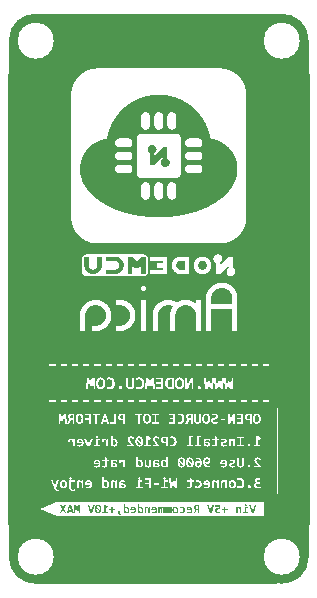
<source format=gbo>
G04 Layer_Color=32896*
%FSLAX25Y25*%
%MOIN*%
G70*
G01*
G75*
%ADD32C,0.03000*%
%ADD50C,0.00787*%
%ADD84R,0.02344X0.04725*%
%ADD85R,0.01344X0.04725*%
%ADD86R,0.80200X0.03100*%
%ADD87R,0.80000X0.02774*%
%ADD88R,0.13500X0.09400*%
%ADD89R,0.15400X0.09400*%
%ADD90R,0.03800X0.29719*%
%ADD91R,0.02800X0.30600*%
%ADD92R,0.04900X0.07800*%
G36*
X7778Y-119356D02*
X7866Y-119366D01*
X7945Y-119379D01*
X8014Y-119393D01*
X8069Y-119407D01*
X8111Y-119421D01*
X8139Y-119430D01*
X8143Y-119435D01*
X8148D01*
X8222Y-119467D01*
X8287Y-119504D01*
X8347Y-119541D01*
X8398Y-119578D01*
X8444Y-119610D01*
X8471Y-119638D01*
X8495Y-119657D01*
X8499Y-119661D01*
X8550Y-119717D01*
X8596Y-119777D01*
X8633Y-119837D01*
X8665Y-119892D01*
X8688Y-119938D01*
X8707Y-119975D01*
X8716Y-120003D01*
X8721Y-120008D01*
Y-120012D01*
X8749Y-120091D01*
X8767Y-120169D01*
X8781Y-120248D01*
X8790Y-120317D01*
X8795Y-120377D01*
X8799Y-120428D01*
Y-120447D01*
Y-120460D01*
Y-120465D01*
Y-120470D01*
X8795Y-120567D01*
X8790Y-120654D01*
X8776Y-120733D01*
X8762Y-120798D01*
X8753Y-120853D01*
X8739Y-120895D01*
X8735Y-120923D01*
X8730Y-120927D01*
Y-120932D01*
X8698Y-121001D01*
X8665Y-121070D01*
X8629Y-121126D01*
X8596Y-121177D01*
X8564Y-121214D01*
X8541Y-121246D01*
X8522Y-121264D01*
X8518Y-121269D01*
X8462Y-121315D01*
X8402Y-121357D01*
X8347Y-121394D01*
X8291Y-121422D01*
X8245Y-121445D01*
X8208Y-121458D01*
X8185Y-121468D01*
X8176Y-121472D01*
X8097Y-121495D01*
X8023Y-121509D01*
X7945Y-121523D01*
X7875Y-121528D01*
X7815Y-121532D01*
X7764Y-121537D01*
X7658D01*
X7598Y-121532D01*
X7538Y-121528D01*
X7492Y-121523D01*
X7450Y-121519D01*
X7418Y-121514D01*
X7400Y-121509D01*
X7390D01*
X7275Y-121482D01*
X7219Y-121468D01*
X7173Y-121454D01*
X7132Y-121440D01*
X7104Y-121431D01*
X7081Y-121426D01*
X7076Y-121422D01*
Y-120969D01*
X7127Y-120987D01*
X7169Y-121006D01*
X7187Y-121010D01*
X7201Y-121015D01*
X7210Y-121019D01*
X7215D01*
X7266Y-121033D01*
X7312Y-121047D01*
X7330Y-121052D01*
X7344Y-121056D01*
X7353Y-121061D01*
X7358D01*
X7413Y-121075D01*
X7460Y-121080D01*
X7478Y-121084D01*
X7492Y-121089D01*
X7506D01*
X7557Y-121093D01*
X7644D01*
X7741Y-121089D01*
X7788Y-121080D01*
X7825Y-121070D01*
X7852Y-121066D01*
X7880Y-121056D01*
X7894Y-121052D01*
X7898D01*
X7977Y-121010D01*
X8009Y-120992D01*
X8037Y-120969D01*
X8060Y-120950D01*
X8079Y-120936D01*
X8088Y-120927D01*
X8093Y-120923D01*
X8143Y-120853D01*
X8180Y-120789D01*
X8194Y-120761D01*
X8203Y-120738D01*
X8213Y-120724D01*
Y-120719D01*
X8236Y-120622D01*
X8245Y-120576D01*
X8250Y-120534D01*
Y-120498D01*
X8254Y-120470D01*
Y-120447D01*
Y-120442D01*
X8250Y-120340D01*
X8240Y-120294D01*
X8236Y-120257D01*
X8226Y-120225D01*
X8222Y-120202D01*
X8217Y-120183D01*
Y-120179D01*
X8199Y-120133D01*
X8180Y-120096D01*
X8162Y-120059D01*
X8143Y-120026D01*
X8129Y-120003D01*
X8116Y-119985D01*
X8106Y-119975D01*
X8102Y-119971D01*
X8037Y-119911D01*
X7977Y-119869D01*
X7949Y-119855D01*
X7931Y-119846D01*
X7917Y-119837D01*
X7912D01*
X7866Y-119818D01*
X7825Y-119809D01*
X7778Y-119800D01*
X7741Y-119791D01*
X7705D01*
X7677Y-119786D01*
X7654D01*
X7552Y-119791D01*
X7506Y-119795D01*
X7460Y-119805D01*
X7423Y-119809D01*
X7395Y-119818D01*
X7372Y-119823D01*
X7367D01*
X7312Y-119837D01*
X7261Y-119855D01*
X7210Y-119869D01*
X7169Y-119883D01*
X7136Y-119897D01*
X7108Y-119911D01*
X7090Y-119915D01*
X7085Y-119920D01*
Y-119426D01*
X7173Y-119407D01*
X7219Y-119398D01*
X7256Y-119389D01*
X7293Y-119384D01*
X7321Y-119379D01*
X7339Y-119375D01*
X7344D01*
X7400Y-119366D01*
X7455Y-119361D01*
X7515Y-119356D01*
X7566D01*
X7612Y-119352D01*
X7686D01*
X7778Y-119356D01*
D02*
G37*
G36*
X-22205Y-121500D02*
X-22880D01*
X-23716Y-118783D01*
X-23171D01*
X-22714Y-120391D01*
X-22561Y-120959D01*
X-22413Y-120423D01*
X-21956Y-118783D01*
X-21374D01*
X-22205Y-121500D01*
D02*
G37*
G36*
X17614D02*
X16940D01*
X16104Y-118783D01*
X16649D01*
X17106Y-120391D01*
X17259Y-120959D01*
X17406Y-120423D01*
X17864Y-118783D01*
X18446D01*
X17614Y-121500D01*
D02*
G37*
G36*
X-8442Y-119347D02*
X-8364Y-119356D01*
X-8295Y-119370D01*
X-8235Y-119384D01*
X-8184Y-119398D01*
X-8147Y-119412D01*
X-8124Y-119421D01*
X-8114Y-119426D01*
X-8050Y-119458D01*
X-7990Y-119500D01*
X-7934Y-119536D01*
X-7888Y-119573D01*
X-7851Y-119610D01*
X-7823Y-119638D01*
X-7805Y-119657D01*
X-7800Y-119661D01*
X-7754Y-119721D01*
X-7717Y-119781D01*
X-7680Y-119841D01*
X-7652Y-119897D01*
X-7629Y-119948D01*
X-7615Y-119985D01*
X-7606Y-120012D01*
X-7602Y-120017D01*
Y-120022D01*
X-7579Y-120100D01*
X-7560Y-120183D01*
X-7551Y-120262D01*
X-7542Y-120331D01*
X-7537Y-120396D01*
X-7532Y-120447D01*
Y-120465D01*
Y-120474D01*
Y-120484D01*
Y-120488D01*
X-7537Y-120581D01*
X-7542Y-120668D01*
X-7555Y-120747D01*
X-7569Y-120812D01*
X-7579Y-120867D01*
X-7592Y-120909D01*
X-7597Y-120936D01*
X-7602Y-120941D01*
Y-120946D01*
X-7629Y-121015D01*
X-7662Y-121080D01*
X-7699Y-121140D01*
X-7731Y-121186D01*
X-7759Y-121227D01*
X-7782Y-121255D01*
X-7800Y-121274D01*
X-7805Y-121278D01*
X-7856Y-121324D01*
X-7911Y-121366D01*
X-7967Y-121403D01*
X-8017Y-121431D01*
X-8064Y-121454D01*
X-8096Y-121468D01*
X-8119Y-121477D01*
X-8128Y-121482D01*
X-8202Y-121505D01*
X-8276Y-121519D01*
X-8350Y-121532D01*
X-8415Y-121537D01*
X-8475Y-121542D01*
X-8521Y-121546D01*
X-8632D01*
X-8697Y-121542D01*
X-8720D01*
X-8738Y-121537D01*
X-8757D01*
X-8830Y-121528D01*
X-8867D01*
X-8895Y-121523D01*
X-8923Y-121519D01*
X-8941Y-121514D01*
X-8960D01*
X-9034Y-121505D01*
X-9066Y-121500D01*
X-9094Y-121495D01*
X-9122Y-121491D01*
X-9140Y-121486D01*
X-9154D01*
X-9223Y-121472D01*
X-9279Y-121454D01*
X-9302Y-121449D01*
X-9320Y-121445D01*
X-9330Y-121440D01*
X-9334D01*
Y-121038D01*
X-9265Y-121056D01*
X-9195Y-121075D01*
X-9135Y-121089D01*
X-9080Y-121098D01*
X-9034Y-121107D01*
X-9002Y-121112D01*
X-8978Y-121116D01*
X-8969D01*
X-8904Y-121126D01*
X-8844Y-121130D01*
X-8789Y-121135D01*
X-8738D01*
X-8697Y-121140D01*
X-8641D01*
X-8549Y-121135D01*
X-8507Y-121126D01*
X-8470Y-121121D01*
X-8438Y-121112D01*
X-8415Y-121107D01*
X-8401Y-121103D01*
X-8396D01*
X-8322Y-121070D01*
X-8290Y-121052D01*
X-8262Y-121033D01*
X-8244Y-121019D01*
X-8225Y-121006D01*
X-8216Y-121001D01*
X-8211Y-120996D01*
X-8161Y-120936D01*
X-8124Y-120881D01*
X-8110Y-120858D01*
X-8101Y-120839D01*
X-8091Y-120826D01*
Y-120821D01*
X-8068Y-120738D01*
X-8059Y-120696D01*
X-8054Y-120654D01*
Y-120622D01*
X-8050Y-120595D01*
Y-120576D01*
Y-120571D01*
X-9436D01*
X-9440Y-120516D01*
Y-120470D01*
X-9445Y-120447D01*
Y-120433D01*
Y-120423D01*
Y-120419D01*
X-9450Y-120363D01*
Y-120322D01*
Y-120294D01*
Y-120285D01*
X-9445Y-120211D01*
X-9440Y-120137D01*
X-9431Y-120072D01*
X-9417Y-120017D01*
X-9403Y-119971D01*
X-9394Y-119934D01*
X-9390Y-119915D01*
X-9385Y-119906D01*
X-9362Y-119846D01*
X-9334Y-119786D01*
X-9302Y-119735D01*
X-9274Y-119694D01*
X-9251Y-119657D01*
X-9228Y-119633D01*
X-9214Y-119615D01*
X-9209Y-119610D01*
X-9163Y-119564D01*
X-9117Y-119527D01*
X-9066Y-119495D01*
X-9020Y-119467D01*
X-8978Y-119444D01*
X-8946Y-119430D01*
X-8928Y-119421D01*
X-8918Y-119416D01*
X-8854Y-119393D01*
X-8784Y-119375D01*
X-8720Y-119361D01*
X-8660Y-119352D01*
X-8604Y-119347D01*
X-8563Y-119343D01*
X-8526D01*
X-8442Y-119347D01*
D02*
G37*
G36*
X-1415D02*
X-1337Y-119356D01*
X-1268Y-119370D01*
X-1208Y-119384D01*
X-1157Y-119398D01*
X-1120Y-119412D01*
X-1097Y-119421D01*
X-1087Y-119426D01*
X-1023Y-119458D01*
X-963Y-119500D01*
X-907Y-119536D01*
X-861Y-119573D01*
X-824Y-119610D01*
X-796Y-119638D01*
X-778Y-119657D01*
X-773Y-119661D01*
X-727Y-119721D01*
X-690Y-119781D01*
X-653Y-119841D01*
X-625Y-119897D01*
X-602Y-119948D01*
X-588Y-119985D01*
X-579Y-120012D01*
X-575Y-120017D01*
Y-120022D01*
X-551Y-120100D01*
X-533Y-120183D01*
X-524Y-120262D01*
X-514Y-120331D01*
X-510Y-120396D01*
X-505Y-120447D01*
Y-120465D01*
Y-120474D01*
Y-120484D01*
Y-120488D01*
X-510Y-120581D01*
X-514Y-120668D01*
X-528Y-120747D01*
X-542Y-120812D01*
X-551Y-120867D01*
X-565Y-120909D01*
X-570Y-120936D01*
X-575Y-120941D01*
Y-120946D01*
X-602Y-121015D01*
X-635Y-121080D01*
X-672Y-121140D01*
X-704Y-121186D01*
X-732Y-121227D01*
X-755Y-121255D01*
X-773Y-121274D01*
X-778Y-121278D01*
X-829Y-121324D01*
X-884Y-121366D01*
X-940Y-121403D01*
X-990Y-121431D01*
X-1037Y-121454D01*
X-1069Y-121468D01*
X-1092Y-121477D01*
X-1101Y-121482D01*
X-1175Y-121505D01*
X-1249Y-121519D01*
X-1323Y-121532D01*
X-1388Y-121537D01*
X-1448Y-121542D01*
X-1494Y-121546D01*
X-1605D01*
X-1670Y-121542D01*
X-1693D01*
X-1711Y-121537D01*
X-1730D01*
X-1804Y-121528D01*
X-1840D01*
X-1868Y-121523D01*
X-1896Y-121519D01*
X-1914Y-121514D01*
X-1933D01*
X-2007Y-121505D01*
X-2039Y-121500D01*
X-2067Y-121495D01*
X-2095Y-121491D01*
X-2113Y-121486D01*
X-2127D01*
X-2196Y-121472D01*
X-2252Y-121454D01*
X-2275Y-121449D01*
X-2293Y-121445D01*
X-2303Y-121440D01*
X-2307D01*
Y-121038D01*
X-2238Y-121056D01*
X-2169Y-121075D01*
X-2108Y-121089D01*
X-2053Y-121098D01*
X-2007Y-121107D01*
X-1974Y-121112D01*
X-1951Y-121116D01*
X-1942D01*
X-1877Y-121126D01*
X-1817Y-121130D01*
X-1762Y-121135D01*
X-1711D01*
X-1670Y-121140D01*
X-1614D01*
X-1522Y-121135D01*
X-1480Y-121126D01*
X-1443Y-121121D01*
X-1411Y-121112D01*
X-1388Y-121107D01*
X-1374Y-121103D01*
X-1369D01*
X-1295Y-121070D01*
X-1263Y-121052D01*
X-1235Y-121033D01*
X-1217Y-121019D01*
X-1198Y-121006D01*
X-1189Y-121001D01*
X-1184Y-120996D01*
X-1134Y-120936D01*
X-1097Y-120881D01*
X-1083Y-120858D01*
X-1073Y-120839D01*
X-1064Y-120826D01*
Y-120821D01*
X-1041Y-120738D01*
X-1032Y-120696D01*
X-1027Y-120654D01*
Y-120622D01*
X-1023Y-120595D01*
Y-120576D01*
Y-120571D01*
X-2409D01*
X-2413Y-120516D01*
Y-120470D01*
X-2418Y-120447D01*
Y-120433D01*
Y-120423D01*
Y-120419D01*
X-2423Y-120363D01*
Y-120322D01*
Y-120294D01*
Y-120285D01*
X-2418Y-120211D01*
X-2413Y-120137D01*
X-2404Y-120072D01*
X-2390Y-120017D01*
X-2376Y-119971D01*
X-2367Y-119934D01*
X-2362Y-119915D01*
X-2358Y-119906D01*
X-2335Y-119846D01*
X-2307Y-119786D01*
X-2275Y-119735D01*
X-2247Y-119694D01*
X-2224Y-119657D01*
X-2201Y-119633D01*
X-2187Y-119615D01*
X-2182Y-119610D01*
X-2136Y-119564D01*
X-2090Y-119527D01*
X-2039Y-119495D01*
X-1993Y-119467D01*
X-1951Y-119444D01*
X-1919Y-119430D01*
X-1901Y-119421D01*
X-1891Y-119416D01*
X-1827Y-119393D01*
X-1757Y-119375D01*
X-1693Y-119361D01*
X-1633Y-119352D01*
X-1577Y-119347D01*
X-1536Y-119343D01*
X-1499D01*
X-1415Y-119347D01*
D02*
G37*
G36*
X10296D02*
X10375Y-119356D01*
X10444Y-119370D01*
X10504Y-119384D01*
X10555Y-119398D01*
X10592Y-119412D01*
X10615Y-119421D01*
X10624Y-119426D01*
X10689Y-119458D01*
X10749Y-119500D01*
X10804Y-119536D01*
X10851Y-119573D01*
X10888Y-119610D01*
X10915Y-119638D01*
X10934Y-119657D01*
X10938Y-119661D01*
X10985Y-119721D01*
X11022Y-119781D01*
X11059Y-119841D01*
X11086Y-119897D01*
X11109Y-119948D01*
X11123Y-119985D01*
X11133Y-120012D01*
X11137Y-120017D01*
Y-120022D01*
X11160Y-120100D01*
X11179Y-120183D01*
X11188Y-120262D01*
X11197Y-120331D01*
X11202Y-120396D01*
X11206Y-120447D01*
Y-120465D01*
Y-120474D01*
Y-120484D01*
Y-120488D01*
X11202Y-120581D01*
X11197Y-120668D01*
X11183Y-120747D01*
X11169Y-120812D01*
X11160Y-120867D01*
X11146Y-120909D01*
X11142Y-120936D01*
X11137Y-120941D01*
Y-120946D01*
X11109Y-121015D01*
X11077Y-121080D01*
X11040Y-121140D01*
X11008Y-121186D01*
X10980Y-121227D01*
X10957Y-121255D01*
X10938Y-121274D01*
X10934Y-121278D01*
X10883Y-121324D01*
X10828Y-121366D01*
X10772Y-121403D01*
X10721Y-121431D01*
X10675Y-121454D01*
X10643Y-121468D01*
X10620Y-121477D01*
X10610Y-121482D01*
X10537Y-121505D01*
X10463Y-121519D01*
X10389Y-121532D01*
X10324Y-121537D01*
X10264Y-121542D01*
X10218Y-121546D01*
X10107D01*
X10042Y-121542D01*
X10019D01*
X10001Y-121537D01*
X9982D01*
X9908Y-121528D01*
X9871D01*
X9843Y-121523D01*
X9816Y-121519D01*
X9797Y-121514D01*
X9779D01*
X9705Y-121505D01*
X9673Y-121500D01*
X9645Y-121495D01*
X9617Y-121491D01*
X9599Y-121486D01*
X9585D01*
X9516Y-121472D01*
X9460Y-121454D01*
X9437Y-121449D01*
X9419Y-121445D01*
X9409Y-121440D01*
X9405D01*
Y-121038D01*
X9474Y-121056D01*
X9543Y-121075D01*
X9603Y-121089D01*
X9659Y-121098D01*
X9705Y-121107D01*
X9737Y-121112D01*
X9760Y-121116D01*
X9770D01*
X9834Y-121126D01*
X9894Y-121130D01*
X9950Y-121135D01*
X10001D01*
X10042Y-121140D01*
X10098D01*
X10190Y-121135D01*
X10232Y-121126D01*
X10269Y-121121D01*
X10301Y-121112D01*
X10324Y-121107D01*
X10338Y-121103D01*
X10343D01*
X10416Y-121070D01*
X10449Y-121052D01*
X10476Y-121033D01*
X10495Y-121019D01*
X10513Y-121006D01*
X10523Y-121001D01*
X10527Y-120996D01*
X10578Y-120936D01*
X10615Y-120881D01*
X10629Y-120858D01*
X10638Y-120839D01*
X10647Y-120826D01*
Y-120821D01*
X10671Y-120738D01*
X10680Y-120696D01*
X10684Y-120654D01*
Y-120622D01*
X10689Y-120595D01*
Y-120576D01*
Y-120571D01*
X9303D01*
X9298Y-120516D01*
Y-120470D01*
X9294Y-120447D01*
Y-120433D01*
Y-120423D01*
Y-120419D01*
X9289Y-120363D01*
Y-120322D01*
Y-120294D01*
Y-120285D01*
X9294Y-120211D01*
X9298Y-120137D01*
X9308Y-120072D01*
X9322Y-120017D01*
X9335Y-119971D01*
X9345Y-119934D01*
X9349Y-119915D01*
X9354Y-119906D01*
X9377Y-119846D01*
X9405Y-119786D01*
X9437Y-119735D01*
X9465Y-119694D01*
X9488Y-119657D01*
X9511Y-119633D01*
X9525Y-119615D01*
X9529Y-119610D01*
X9576Y-119564D01*
X9622Y-119527D01*
X9673Y-119495D01*
X9719Y-119467D01*
X9760Y-119444D01*
X9793Y-119430D01*
X9811Y-119421D01*
X9820Y-119416D01*
X9885Y-119393D01*
X9954Y-119375D01*
X10019Y-119361D01*
X10079Y-119352D01*
X10135Y-119347D01*
X10176Y-119343D01*
X10213D01*
X10296Y-119347D01*
D02*
G37*
G36*
X31668Y-121500D02*
X30994D01*
X30158Y-118783D01*
X30703D01*
X31160Y-120391D01*
X31313Y-120959D01*
X31460Y-120423D01*
X31918Y-118783D01*
X32500D01*
X31668Y-121500D01*
D02*
G37*
G36*
X3500Y-119352D02*
X3542Y-119356D01*
X3574Y-119366D01*
X3579Y-119370D01*
X3583D01*
X3625Y-119389D01*
X3662Y-119407D01*
X3690Y-119421D01*
X3694Y-119430D01*
X3699D01*
X3736Y-119467D01*
X3768Y-119500D01*
X3787Y-119527D01*
X3796Y-119536D01*
Y-119541D01*
X3828Y-119592D01*
X3856Y-119643D01*
X3865Y-119666D01*
X3875Y-119684D01*
X3884Y-119694D01*
Y-119698D01*
X3893Y-119389D01*
X4267D01*
Y-121500D01*
X3828D01*
Y-120133D01*
X3801Y-120059D01*
X3773Y-119994D01*
X3750Y-119943D01*
X3727Y-119902D01*
X3708Y-119869D01*
X3694Y-119851D01*
X3690Y-119837D01*
X3685Y-119832D01*
X3662Y-119805D01*
X3634Y-119781D01*
X3616Y-119767D01*
X3597Y-119754D01*
X3570Y-119744D01*
X3560D01*
X3533Y-119749D01*
X3514Y-119754D01*
X3500Y-119763D01*
X3496Y-119767D01*
X3482Y-119786D01*
X3468Y-119805D01*
X3463Y-119818D01*
X3459Y-119828D01*
X3449Y-119860D01*
X3445Y-119888D01*
X3440Y-119915D01*
Y-119920D01*
Y-119925D01*
X3436Y-119971D01*
Y-120017D01*
Y-120036D01*
Y-120049D01*
Y-120059D01*
Y-120063D01*
Y-121500D01*
X3001D01*
Y-120133D01*
X2974Y-120059D01*
X2946Y-119994D01*
X2923Y-119943D01*
X2904Y-119902D01*
X2886Y-119869D01*
X2872Y-119851D01*
X2867Y-119837D01*
X2863Y-119832D01*
X2840Y-119805D01*
X2816Y-119781D01*
X2793Y-119767D01*
X2775Y-119754D01*
X2743Y-119744D01*
X2733D01*
X2706Y-119749D01*
X2687Y-119754D01*
X2673Y-119763D01*
X2669Y-119767D01*
X2655Y-119786D01*
X2641Y-119805D01*
X2636Y-119818D01*
X2632Y-119828D01*
X2623Y-119860D01*
X2618Y-119888D01*
X2613Y-119915D01*
Y-119920D01*
Y-119925D01*
X2609Y-119971D01*
Y-120017D01*
Y-120036D01*
Y-120049D01*
Y-120059D01*
Y-120063D01*
Y-121500D01*
X2170D01*
Y-119989D01*
X2174Y-119878D01*
X2188Y-119781D01*
X2207Y-119698D01*
X2225Y-119629D01*
X2244Y-119578D01*
X2262Y-119541D01*
X2276Y-119518D01*
X2281Y-119509D01*
X2327Y-119453D01*
X2382Y-119416D01*
X2438Y-119389D01*
X2493Y-119366D01*
X2544Y-119356D01*
X2585Y-119352D01*
X2613Y-119347D01*
X2623D01*
X2678Y-119352D01*
X2719Y-119356D01*
X2738Y-119361D01*
X2752Y-119366D01*
X2756Y-119370D01*
X2761D01*
X2803Y-119389D01*
X2840Y-119407D01*
X2867Y-119421D01*
X2872Y-119430D01*
X2877D01*
X2913Y-119467D01*
X2946Y-119500D01*
X2969Y-119527D01*
X2974Y-119536D01*
X2978Y-119541D01*
X3011Y-119592D01*
X3043Y-119643D01*
X3057Y-119666D01*
X3066Y-119684D01*
X3071Y-119694D01*
X3075Y-119698D01*
X3084Y-119643D01*
X3098Y-119592D01*
X3117Y-119546D01*
X3135Y-119509D01*
X3149Y-119481D01*
X3168Y-119463D01*
X3177Y-119449D01*
X3181Y-119444D01*
X3218Y-119412D01*
X3260Y-119389D01*
X3306Y-119370D01*
X3348Y-119361D01*
X3389Y-119352D01*
X3422Y-119347D01*
X3449D01*
X3500Y-119352D01*
D02*
G37*
G36*
X-16925Y-119218D02*
X-17091Y-119633D01*
X-17696Y-119306D01*
Y-121047D01*
X-17003D01*
Y-121500D01*
X-18814D01*
Y-121047D01*
X-18218D01*
Y-118765D01*
X-17789D01*
X-16925Y-119218D01*
D02*
G37*
G36*
X29007Y-118479D02*
X29049Y-118488D01*
X29081Y-118497D01*
X29086Y-118502D01*
X29090D01*
X29132Y-118525D01*
X29164Y-118548D01*
X29188Y-118566D01*
X29197Y-118576D01*
X29229Y-118613D01*
X29247Y-118645D01*
X29261Y-118673D01*
X29266Y-118677D01*
Y-118682D01*
X29280Y-118728D01*
X29285Y-118770D01*
X29289Y-118788D01*
Y-118797D01*
Y-118807D01*
Y-118811D01*
X29285Y-118862D01*
X29275Y-118904D01*
X29271Y-118931D01*
X29266Y-118936D01*
Y-118940D01*
X29247Y-118982D01*
X29224Y-119014D01*
X29206Y-119037D01*
X29197Y-119047D01*
X29160Y-119074D01*
X29127Y-119098D01*
X29100Y-119112D01*
X29095Y-119116D01*
X29090D01*
X29044Y-119130D01*
X29003Y-119135D01*
X28984Y-119139D01*
X28956D01*
X28906Y-119135D01*
X28864Y-119125D01*
X28836Y-119121D01*
X28832Y-119116D01*
X28827D01*
X28785Y-119093D01*
X28753Y-119070D01*
X28730Y-119051D01*
X28721Y-119047D01*
X28688Y-119010D01*
X28670Y-118977D01*
X28656Y-118950D01*
X28651Y-118945D01*
Y-118940D01*
X28633Y-118894D01*
X28628Y-118853D01*
X28624Y-118834D01*
Y-118825D01*
Y-118816D01*
Y-118811D01*
X28628Y-118760D01*
X28638Y-118719D01*
X28647Y-118691D01*
X28651Y-118686D01*
Y-118682D01*
X28670Y-118640D01*
X28693Y-118608D01*
X28712Y-118585D01*
X28721Y-118576D01*
X28758Y-118543D01*
X28790Y-118520D01*
X28818Y-118506D01*
X28822Y-118502D01*
X28827D01*
X28873Y-118483D01*
X28915Y-118479D01*
X28933Y-118474D01*
X28956D01*
X29007Y-118479D01*
D02*
G37*
G36*
X-26146Y-121500D02*
X-26581D01*
X-26627Y-119952D01*
X-26641Y-119352D01*
X-26756Y-119767D01*
X-27029Y-120692D01*
X-27352D01*
X-27652Y-119767D01*
X-27782Y-119352D01*
X-27800Y-119966D01*
X-27851Y-121500D01*
X-28304D01*
X-28170Y-118783D01*
X-27578D01*
X-27329Y-119583D01*
X-27213Y-119994D01*
X-27098Y-119560D01*
X-26858Y-118783D01*
X-26280D01*
X-26146Y-121500D01*
D02*
G37*
G36*
X-31593Y-120105D02*
X-30762Y-121500D01*
X-31381D01*
X-31894Y-120502D01*
X-32416Y-121500D01*
X-33067D01*
X-32212Y-120091D01*
X-32984Y-118783D01*
X-32379D01*
X-31907Y-119726D01*
X-31418Y-118783D01*
X-30817D01*
X-31593Y-120105D01*
D02*
G37*
G36*
X1158Y-119352D02*
X1199Y-119356D01*
X1232Y-119366D01*
X1237Y-119370D01*
X1241D01*
X1283Y-119389D01*
X1320Y-119407D01*
X1347Y-119421D01*
X1352Y-119430D01*
X1357D01*
X1393Y-119467D01*
X1426Y-119500D01*
X1444Y-119527D01*
X1454Y-119536D01*
Y-119541D01*
X1486Y-119592D01*
X1514Y-119643D01*
X1523Y-119666D01*
X1532Y-119684D01*
X1541Y-119694D01*
Y-119698D01*
X1551Y-119389D01*
X1925D01*
Y-121500D01*
X1486D01*
Y-120133D01*
X1458Y-120059D01*
X1431Y-119994D01*
X1407Y-119943D01*
X1384Y-119902D01*
X1366Y-119869D01*
X1352Y-119851D01*
X1347Y-119837D01*
X1343Y-119832D01*
X1320Y-119805D01*
X1292Y-119781D01*
X1273Y-119767D01*
X1255Y-119754D01*
X1227Y-119744D01*
X1218D01*
X1190Y-119749D01*
X1172Y-119754D01*
X1158Y-119763D01*
X1153Y-119767D01*
X1139Y-119786D01*
X1126Y-119805D01*
X1121Y-119818D01*
X1116Y-119828D01*
X1107Y-119860D01*
X1103Y-119888D01*
X1098Y-119915D01*
Y-119920D01*
Y-119925D01*
X1093Y-119971D01*
Y-120017D01*
Y-120036D01*
Y-120049D01*
Y-120059D01*
Y-120063D01*
Y-121500D01*
X659D01*
Y-120133D01*
X631Y-120059D01*
X604Y-119994D01*
X580Y-119943D01*
X562Y-119902D01*
X544Y-119869D01*
X530Y-119851D01*
X525Y-119837D01*
X520Y-119832D01*
X497Y-119805D01*
X474Y-119781D01*
X451Y-119767D01*
X433Y-119754D01*
X400Y-119744D01*
X391D01*
X363Y-119749D01*
X345Y-119754D01*
X331Y-119763D01*
X326Y-119767D01*
X313Y-119786D01*
X299Y-119805D01*
X294Y-119818D01*
X289Y-119828D01*
X280Y-119860D01*
X276Y-119888D01*
X271Y-119915D01*
Y-119920D01*
Y-119925D01*
X266Y-119971D01*
Y-120017D01*
Y-120036D01*
Y-120049D01*
Y-120059D01*
Y-120063D01*
Y-121500D01*
X-173D01*
Y-119989D01*
X-168Y-119878D01*
X-154Y-119781D01*
X-136Y-119698D01*
X-117Y-119629D01*
X-99Y-119578D01*
X-80Y-119541D01*
X-66Y-119518D01*
X-62Y-119509D01*
X-16Y-119453D01*
X40Y-119416D01*
X95Y-119389D01*
X151Y-119366D01*
X202Y-119356D01*
X243Y-119352D01*
X271Y-119347D01*
X280D01*
X336Y-119352D01*
X377Y-119356D01*
X396Y-119361D01*
X410Y-119366D01*
X414Y-119370D01*
X419D01*
X460Y-119389D01*
X497Y-119407D01*
X525Y-119421D01*
X530Y-119430D01*
X534D01*
X571Y-119467D01*
X604Y-119500D01*
X627Y-119527D01*
X631Y-119536D01*
X636Y-119541D01*
X668Y-119592D01*
X701Y-119643D01*
X714Y-119666D01*
X724Y-119684D01*
X728Y-119694D01*
X733Y-119698D01*
X742Y-119643D01*
X756Y-119592D01*
X775Y-119546D01*
X793Y-119509D01*
X807Y-119481D01*
X825Y-119463D01*
X835Y-119449D01*
X839Y-119444D01*
X876Y-119412D01*
X918Y-119389D01*
X964Y-119370D01*
X1005Y-119361D01*
X1047Y-119352D01*
X1079Y-119347D01*
X1107D01*
X1158Y-119352D01*
D02*
G37*
G36*
X22193Y-120160D02*
X22969D01*
Y-120576D01*
X22193D01*
Y-121385D01*
X21726D01*
Y-120576D01*
X20950D01*
Y-120160D01*
X21726D01*
Y-119356D01*
X22193D01*
Y-120160D01*
D02*
G37*
G36*
X5635Y-119347D02*
X5718Y-119356D01*
X5792Y-119370D01*
X5856Y-119384D01*
X5912Y-119398D01*
X5954Y-119412D01*
X5977Y-119421D01*
X5986Y-119426D01*
X6055Y-119458D01*
X6115Y-119495D01*
X6171Y-119532D01*
X6217Y-119569D01*
X6258Y-119601D01*
X6286Y-119629D01*
X6305Y-119647D01*
X6309Y-119652D01*
X6355Y-119707D01*
X6397Y-119767D01*
X6434Y-119828D01*
X6462Y-119883D01*
X6485Y-119929D01*
X6503Y-119966D01*
X6513Y-119994D01*
X6517Y-119999D01*
Y-120003D01*
X6540Y-120082D01*
X6559Y-120160D01*
X6568Y-120234D01*
X6577Y-120303D01*
X6582Y-120368D01*
X6586Y-120414D01*
Y-120433D01*
Y-120447D01*
Y-120451D01*
Y-120456D01*
X6582Y-120553D01*
X6577Y-120645D01*
X6568Y-120729D01*
X6554Y-120798D01*
X6540Y-120858D01*
X6531Y-120899D01*
X6526Y-120927D01*
X6522Y-120932D01*
Y-120936D01*
X6494Y-121010D01*
X6462Y-121075D01*
X6429Y-121135D01*
X6397Y-121181D01*
X6369Y-121223D01*
X6346Y-121255D01*
X6328Y-121274D01*
X6323Y-121278D01*
X6272Y-121324D01*
X6221Y-121366D01*
X6166Y-121403D01*
X6115Y-121431D01*
X6074Y-121454D01*
X6041Y-121468D01*
X6018Y-121477D01*
X6009Y-121482D01*
X5940Y-121505D01*
X5866Y-121519D01*
X5796Y-121532D01*
X5727Y-121537D01*
X5672Y-121542D01*
X5630Y-121546D01*
X5588D01*
X5496Y-121542D01*
X5413Y-121532D01*
X5339Y-121523D01*
X5274Y-121505D01*
X5223Y-121491D01*
X5182Y-121482D01*
X5159Y-121472D01*
X5150Y-121468D01*
X5080Y-121435D01*
X5016Y-121398D01*
X4960Y-121361D01*
X4914Y-121324D01*
X4872Y-121292D01*
X4845Y-121264D01*
X4826Y-121246D01*
X4822Y-121241D01*
X4775Y-121181D01*
X4734Y-121121D01*
X4697Y-121066D01*
X4669Y-121006D01*
X4646Y-120959D01*
X4632Y-120918D01*
X4623Y-120895D01*
X4618Y-120886D01*
X4595Y-120807D01*
X4577Y-120729D01*
X4563Y-120650D01*
X4554Y-120581D01*
X4549Y-120516D01*
X4544Y-120470D01*
Y-120451D01*
Y-120437D01*
Y-120433D01*
Y-120428D01*
X4549Y-120331D01*
X4554Y-120243D01*
X4567Y-120165D01*
X4577Y-120096D01*
X4591Y-120040D01*
X4604Y-119999D01*
X4609Y-119971D01*
X4614Y-119962D01*
X4641Y-119888D01*
X4674Y-119823D01*
X4706Y-119767D01*
X4738Y-119717D01*
X4766Y-119675D01*
X4789Y-119647D01*
X4808Y-119629D01*
X4812Y-119624D01*
X4863Y-119573D01*
X4914Y-119532D01*
X4969Y-119500D01*
X5016Y-119467D01*
X5062Y-119444D01*
X5094Y-119430D01*
X5117Y-119421D01*
X5127Y-119416D01*
X5196Y-119393D01*
X5270Y-119375D01*
X5339Y-119361D01*
X5404Y-119352D01*
X5464Y-119347D01*
X5505Y-119343D01*
X5547D01*
X5635Y-119347D01*
D02*
G37*
G36*
X-6525Y-119389D02*
X-6474Y-119375D01*
X-6428Y-119366D01*
X-6405D01*
X-6391Y-119361D01*
X-6377D01*
X-6322Y-119352D01*
X-6271Y-119347D01*
X-6220D01*
X-6132Y-119352D01*
X-6054Y-119356D01*
X-5980Y-119370D01*
X-5915Y-119379D01*
X-5860Y-119393D01*
X-5823Y-119407D01*
X-5795Y-119412D01*
X-5791Y-119416D01*
X-5786D01*
X-5712Y-119444D01*
X-5647Y-119476D01*
X-5587Y-119513D01*
X-5536Y-119550D01*
X-5495Y-119578D01*
X-5467Y-119606D01*
X-5444Y-119624D01*
X-5439Y-119629D01*
X-5389Y-119684D01*
X-5342Y-119740D01*
X-5305Y-119800D01*
X-5273Y-119855D01*
X-5245Y-119906D01*
X-5227Y-119943D01*
X-5218Y-119971D01*
X-5213Y-119975D01*
Y-119980D01*
X-5185Y-120063D01*
X-5167Y-120146D01*
X-5153Y-120234D01*
X-5144Y-120313D01*
X-5139Y-120382D01*
Y-120410D01*
X-5134Y-120433D01*
Y-120456D01*
Y-120470D01*
Y-120479D01*
Y-120484D01*
X-5139Y-120571D01*
X-5144Y-120654D01*
X-5153Y-120733D01*
X-5162Y-120798D01*
X-5172Y-120853D01*
X-5176Y-120890D01*
X-5185Y-120918D01*
Y-120923D01*
Y-120927D01*
X-5208Y-120996D01*
X-5232Y-121061D01*
X-5255Y-121116D01*
X-5278Y-121167D01*
X-5301Y-121204D01*
X-5319Y-121237D01*
X-5329Y-121255D01*
X-5333Y-121260D01*
X-5375Y-121311D01*
X-5416Y-121352D01*
X-5453Y-121389D01*
X-5495Y-121417D01*
X-5527Y-121440D01*
X-5555Y-121458D01*
X-5573Y-121468D01*
X-5578Y-121472D01*
X-5633Y-121495D01*
X-5694Y-121514D01*
X-5749Y-121528D01*
X-5800Y-121537D01*
X-5846Y-121542D01*
X-5878Y-121546D01*
X-5911D01*
X-5994Y-121542D01*
X-6026Y-121537D01*
X-6058Y-121532D01*
X-6082Y-121528D01*
X-6105Y-121523D01*
X-6114Y-121519D01*
X-6119D01*
X-6183Y-121500D01*
X-6239Y-121477D01*
X-6262Y-121463D01*
X-6276Y-121458D01*
X-6285Y-121449D01*
X-6289D01*
X-6350Y-121412D01*
X-6396Y-121375D01*
X-6414Y-121361D01*
X-6428Y-121347D01*
X-6437Y-121343D01*
X-6442Y-121338D01*
X-6493Y-121288D01*
X-6539Y-121237D01*
X-6553Y-121218D01*
X-6567Y-121204D01*
X-6576Y-121195D01*
X-6581Y-121191D01*
X-6590Y-121500D01*
X-7033D01*
Y-118562D01*
X-6525D01*
Y-119389D01*
D02*
G37*
G36*
X-28410Y-121500D02*
X-28918D01*
X-29071Y-120964D01*
X-30018D01*
X-30170Y-121500D01*
X-30734D01*
X-29930Y-118783D01*
X-29214D01*
X-28410Y-121500D01*
D02*
G37*
G36*
X20414Y-120229D02*
X19883D01*
X19763Y-120234D01*
X19666Y-120248D01*
X19578Y-120266D01*
X19513Y-120285D01*
X19458Y-120303D01*
X19421Y-120322D01*
X19402Y-120336D01*
X19393Y-120340D01*
X19342Y-120387D01*
X19305Y-120437D01*
X19278Y-120488D01*
X19259Y-120544D01*
X19250Y-120590D01*
X19241Y-120627D01*
Y-120654D01*
Y-120659D01*
Y-120664D01*
X19250Y-120738D01*
X19268Y-120807D01*
X19291Y-120862D01*
X19324Y-120909D01*
X19356Y-120946D01*
X19379Y-120973D01*
X19398Y-120992D01*
X19407Y-120996D01*
X19472Y-121033D01*
X19550Y-121061D01*
X19629Y-121084D01*
X19707Y-121098D01*
X19776Y-121107D01*
X19804D01*
X19832Y-121112D01*
X19883D01*
X19998Y-121107D01*
X20049D01*
X20100Y-121103D01*
X20137D01*
X20169Y-121098D01*
X20197D01*
X20252Y-121089D01*
X20303Y-121084D01*
X20349Y-121075D01*
X20386Y-121066D01*
X20419Y-121056D01*
X20446Y-121052D01*
X20460Y-121047D01*
X20465D01*
Y-121491D01*
X20419Y-121495D01*
X20377Y-121505D01*
X20359D01*
X20349Y-121509D01*
X20335D01*
X20285Y-121514D01*
X20238Y-121519D01*
X20220Y-121523D01*
X20192D01*
X20137Y-121528D01*
X20091Y-121532D01*
X20072Y-121537D01*
X20044D01*
X19994Y-121542D01*
X19906D01*
X19809Y-121537D01*
X19721Y-121532D01*
X19638Y-121523D01*
X19569Y-121509D01*
X19509Y-121500D01*
X19462Y-121491D01*
X19448Y-121486D01*
X19435D01*
X19430Y-121482D01*
X19425D01*
X19347Y-121458D01*
X19273Y-121431D01*
X19208Y-121398D01*
X19148Y-121371D01*
X19107Y-121347D01*
X19070Y-121324D01*
X19051Y-121311D01*
X19042Y-121306D01*
X18986Y-121260D01*
X18936Y-121214D01*
X18890Y-121167D01*
X18853Y-121121D01*
X18825Y-121084D01*
X18806Y-121052D01*
X18792Y-121033D01*
X18788Y-121024D01*
X18756Y-120959D01*
X18732Y-120890D01*
X18719Y-120826D01*
X18705Y-120765D01*
X18700Y-120710D01*
X18695Y-120668D01*
Y-120641D01*
Y-120636D01*
Y-120631D01*
X18700Y-120544D01*
X18709Y-120470D01*
X18723Y-120400D01*
X18737Y-120340D01*
X18756Y-120294D01*
X18769Y-120262D01*
X18779Y-120243D01*
X18783Y-120234D01*
X18820Y-120179D01*
X18857Y-120128D01*
X18894Y-120086D01*
X18931Y-120049D01*
X18963Y-120022D01*
X18991Y-120003D01*
X19010Y-119989D01*
X19014Y-119985D01*
X19070Y-119952D01*
X19125Y-119925D01*
X19181Y-119902D01*
X19236Y-119883D01*
X19278Y-119874D01*
X19315Y-119864D01*
X19338Y-119855D01*
X19347D01*
X19490Y-119832D01*
X19555Y-119823D01*
X19615Y-119818D01*
X19670Y-119814D01*
X19938D01*
Y-119264D01*
X18843D01*
Y-118783D01*
X20414D01*
Y-120229D01*
D02*
G37*
G36*
X-13081Y-120729D02*
X-13035Y-120738D01*
X-13016Y-120747D01*
X-13002Y-120752D01*
X-12998Y-120756D01*
X-12993D01*
X-12947Y-120779D01*
X-12915Y-120807D01*
X-12891Y-120826D01*
X-12882Y-120830D01*
Y-120835D01*
X-12855Y-120872D01*
X-12836Y-120904D01*
X-12822Y-120932D01*
X-12818Y-120936D01*
Y-120941D01*
X-12808Y-120987D01*
X-12804Y-121024D01*
X-12799Y-121056D01*
Y-121061D01*
Y-121066D01*
X-12804Y-121112D01*
X-12808Y-121149D01*
X-12813Y-121172D01*
Y-121177D01*
Y-121181D01*
X-12827Y-121214D01*
X-12845Y-121241D01*
X-12855Y-121260D01*
X-12859Y-121264D01*
X-12878Y-121288D01*
X-12896Y-121311D01*
X-12910Y-121324D01*
X-12915Y-121329D01*
X-12938Y-121352D01*
X-12956Y-121375D01*
X-12970Y-121394D01*
X-12975Y-121398D01*
X-12993Y-121422D01*
X-13007Y-121449D01*
X-13012Y-121463D01*
X-13016Y-121472D01*
X-13025Y-121505D01*
X-13035Y-121537D01*
Y-121565D01*
Y-121569D01*
Y-121574D01*
X-13025Y-121629D01*
X-13012Y-121676D01*
X-13002Y-121694D01*
X-12998Y-121708D01*
X-12989Y-121713D01*
Y-121717D01*
X-12952Y-121759D01*
X-12910Y-121791D01*
X-12891Y-121805D01*
X-12878Y-121809D01*
X-12868Y-121819D01*
X-12864D01*
X-12799Y-121846D01*
X-12739Y-121865D01*
X-12716Y-121870D01*
X-12693Y-121874D01*
X-12679Y-121879D01*
X-12674D01*
X-12596Y-121888D01*
X-12554Y-121893D01*
X-12517D01*
X-12490Y-121897D01*
X-12443D01*
Y-122230D01*
X-12545Y-122225D01*
X-12637Y-122216D01*
X-12721Y-122207D01*
X-12795Y-122193D01*
X-12855Y-122179D01*
X-12896Y-122165D01*
X-12924Y-122161D01*
X-12933Y-122156D01*
X-13012Y-122124D01*
X-13076Y-122091D01*
X-13141Y-122059D01*
X-13192Y-122027D01*
X-13233Y-121999D01*
X-13261Y-121976D01*
X-13284Y-121957D01*
X-13289Y-121953D01*
X-13340Y-121902D01*
X-13381Y-121856D01*
X-13418Y-121805D01*
X-13451Y-121759D01*
X-13474Y-121717D01*
X-13487Y-121685D01*
X-13497Y-121666D01*
X-13501Y-121657D01*
X-13524Y-121592D01*
X-13543Y-121532D01*
X-13557Y-121468D01*
X-13566Y-121412D01*
X-13571Y-121366D01*
X-13575Y-121329D01*
Y-121306D01*
Y-121297D01*
X-13571Y-121218D01*
X-13566Y-121181D01*
X-13561Y-121149D01*
X-13552Y-121121D01*
X-13547Y-121103D01*
X-13543Y-121089D01*
Y-121084D01*
X-13520Y-121010D01*
X-13506Y-120978D01*
X-13492Y-120950D01*
X-13478Y-120932D01*
X-13469Y-120913D01*
X-13464Y-120904D01*
X-13460Y-120899D01*
X-13414Y-120849D01*
X-13372Y-120807D01*
X-13349Y-120793D01*
X-13335Y-120784D01*
X-13326Y-120775D01*
X-13321D01*
X-13289Y-120756D01*
X-13257Y-120747D01*
X-13196Y-120729D01*
X-13173D01*
X-13155Y-120724D01*
X-13136D01*
X-13081Y-120729D01*
D02*
G37*
G36*
X34900Y40900D02*
X33568Y32293D01*
X37554Y29247D01*
X42193Y27968D01*
X50000Y35700D01*
X50000Y26500D01*
X50000Y26500D01*
Y-125000D01*
X40000D01*
X39800Y-124800D01*
Y-71600D01*
X38900Y-70700D01*
Y-74350D01*
X26900D01*
Y-81624D01*
X38900D01*
Y-86350D01*
X36000D01*
Y-93656D01*
Y-101256D01*
Y-108256D01*
Y-116149D01*
X-37947D01*
Y-108256D01*
X-38041D01*
Y-101256D01*
X-38063D01*
Y-93656D01*
X-38252D01*
Y-86350D01*
X-38456D01*
Y-81624D01*
X-26154D01*
Y-74350D01*
X-38456D01*
Y-70500D01*
X-39300D01*
Y-116590D01*
X-33246Y-117498D01*
X-39500Y-120000D01*
X-34000Y-122300D01*
Y-124900D01*
X-39900D01*
Y-125000D01*
X-26744Y-125000D01*
X50000Y-125000D01*
Y-136000D01*
X48500D01*
Y-133300D01*
X44100Y-128900D01*
X38100D01*
X34100Y-132900D01*
Y-139300D01*
X39800Y-145000D01*
X-41000D01*
X-34900Y-140900D01*
X-33568Y-132293D01*
X-37554Y-129247D01*
X-42193Y-127968D01*
X-50000Y-135700D01*
Y-126200D01*
Y25000D01*
Y36000D01*
X-48500D01*
Y33300D01*
X-44100Y28900D01*
X-38100D01*
X-34100Y32900D01*
Y39300D01*
X-39800Y45000D01*
X41000D01*
X34900Y40900D01*
D02*
G37*
G36*
X-11210Y-119389D02*
X-11159Y-119375D01*
X-11113Y-119366D01*
X-11090D01*
X-11076Y-119361D01*
X-11062D01*
X-11006Y-119352D01*
X-10956Y-119347D01*
X-10905D01*
X-10817Y-119352D01*
X-10739Y-119356D01*
X-10665Y-119370D01*
X-10600Y-119379D01*
X-10544Y-119393D01*
X-10508Y-119407D01*
X-10480Y-119412D01*
X-10475Y-119416D01*
X-10471D01*
X-10397Y-119444D01*
X-10332Y-119476D01*
X-10272Y-119513D01*
X-10221Y-119550D01*
X-10180Y-119578D01*
X-10152Y-119606D01*
X-10129Y-119624D01*
X-10124Y-119629D01*
X-10073Y-119684D01*
X-10027Y-119740D01*
X-9990Y-119800D01*
X-9958Y-119855D01*
X-9930Y-119906D01*
X-9912Y-119943D01*
X-9902Y-119971D01*
X-9898Y-119975D01*
Y-119980D01*
X-9870Y-120063D01*
X-9851Y-120146D01*
X-9838Y-120234D01*
X-9828Y-120313D01*
X-9824Y-120382D01*
Y-120410D01*
X-9819Y-120433D01*
Y-120456D01*
Y-120470D01*
Y-120479D01*
Y-120484D01*
X-9824Y-120571D01*
X-9828Y-120654D01*
X-9838Y-120733D01*
X-9847Y-120798D01*
X-9856Y-120853D01*
X-9861Y-120890D01*
X-9870Y-120918D01*
Y-120923D01*
Y-120927D01*
X-9893Y-120996D01*
X-9916Y-121061D01*
X-9939Y-121116D01*
X-9962Y-121167D01*
X-9985Y-121204D01*
X-10004Y-121237D01*
X-10013Y-121255D01*
X-10018Y-121260D01*
X-10059Y-121311D01*
X-10101Y-121352D01*
X-10138Y-121389D01*
X-10180Y-121417D01*
X-10212Y-121440D01*
X-10240Y-121458D01*
X-10258Y-121468D01*
X-10263Y-121472D01*
X-10318Y-121495D01*
X-10378Y-121514D01*
X-10434Y-121528D01*
X-10485Y-121537D01*
X-10531Y-121542D01*
X-10563Y-121546D01*
X-10595D01*
X-10678Y-121542D01*
X-10711Y-121537D01*
X-10743Y-121532D01*
X-10766Y-121528D01*
X-10789Y-121523D01*
X-10799Y-121519D01*
X-10803D01*
X-10868Y-121500D01*
X-10923Y-121477D01*
X-10947Y-121463D01*
X-10960Y-121458D01*
X-10970Y-121449D01*
X-10974D01*
X-11034Y-121412D01*
X-11080Y-121375D01*
X-11099Y-121361D01*
X-11113Y-121347D01*
X-11122Y-121343D01*
X-11127Y-121338D01*
X-11178Y-121288D01*
X-11224Y-121237D01*
X-11237Y-121218D01*
X-11251Y-121204D01*
X-11261Y-121195D01*
X-11265Y-121191D01*
X-11275Y-121500D01*
X-11718D01*
Y-118562D01*
X-11210D01*
Y-119389D01*
D02*
G37*
G36*
X-20140Y-118742D02*
X-20053Y-118751D01*
X-19974Y-118770D01*
X-19905Y-118783D01*
X-19849Y-118802D01*
X-19808Y-118820D01*
X-19780Y-118830D01*
X-19775Y-118834D01*
X-19771D01*
X-19697Y-118876D01*
X-19632Y-118917D01*
X-19572Y-118964D01*
X-19521Y-119010D01*
X-19480Y-119051D01*
X-19452Y-119084D01*
X-19429Y-119107D01*
X-19424Y-119116D01*
X-19373Y-119185D01*
X-19332Y-119259D01*
X-19295Y-119333D01*
X-19267Y-119407D01*
X-19244Y-119467D01*
X-19226Y-119513D01*
X-19221Y-119532D01*
X-19216Y-119546D01*
X-19212Y-119555D01*
Y-119560D01*
X-19189Y-119661D01*
X-19170Y-119763D01*
X-19161Y-119864D01*
X-19152Y-119957D01*
X-19147Y-120036D01*
X-19142Y-120072D01*
Y-120100D01*
Y-120123D01*
Y-120142D01*
Y-120151D01*
Y-120156D01*
X-19147Y-120290D01*
X-19156Y-120410D01*
X-19165Y-120516D01*
X-19179Y-120608D01*
X-19189Y-120650D01*
X-19193Y-120687D01*
X-19198Y-120715D01*
X-19207Y-120742D01*
X-19212Y-120761D01*
Y-120775D01*
X-19216Y-120784D01*
Y-120789D01*
X-19249Y-120881D01*
X-19281Y-120969D01*
X-19318Y-121043D01*
X-19350Y-121103D01*
X-19383Y-121153D01*
X-19406Y-121191D01*
X-19424Y-121214D01*
X-19429Y-121223D01*
X-19484Y-121283D01*
X-19540Y-121329D01*
X-19595Y-121375D01*
X-19646Y-121408D01*
X-19688Y-121435D01*
X-19725Y-121454D01*
X-19748Y-121463D01*
X-19757Y-121468D01*
X-19831Y-121495D01*
X-19900Y-121514D01*
X-19974Y-121528D01*
X-20034Y-121537D01*
X-20089Y-121542D01*
X-20136Y-121546D01*
X-20173D01*
X-20265Y-121542D01*
X-20353Y-121532D01*
X-20431Y-121519D01*
X-20501Y-121500D01*
X-20551Y-121482D01*
X-20593Y-121468D01*
X-20621Y-121458D01*
X-20630Y-121454D01*
X-20704Y-121412D01*
X-20769Y-121371D01*
X-20829Y-121324D01*
X-20879Y-121278D01*
X-20916Y-121237D01*
X-20949Y-121204D01*
X-20967Y-121186D01*
X-20972Y-121177D01*
X-21023Y-121103D01*
X-21064Y-121029D01*
X-21106Y-120955D01*
X-21134Y-120881D01*
X-21157Y-120821D01*
X-21175Y-120770D01*
X-21180Y-120752D01*
X-21184Y-120738D01*
X-21189Y-120733D01*
Y-120729D01*
X-21212Y-120627D01*
X-21231Y-120525D01*
X-21245Y-120423D01*
X-21254Y-120331D01*
X-21258Y-120253D01*
X-21263Y-120216D01*
Y-120188D01*
Y-120165D01*
Y-120146D01*
Y-120137D01*
Y-120133D01*
X-21258Y-119999D01*
X-21249Y-119878D01*
X-21240Y-119767D01*
X-21226Y-119675D01*
X-21217Y-119638D01*
X-21207Y-119601D01*
X-21203Y-119573D01*
X-21198Y-119546D01*
X-21194Y-119527D01*
X-21189Y-119513D01*
X-21184Y-119504D01*
Y-119500D01*
X-21152Y-119407D01*
X-21120Y-119319D01*
X-21083Y-119245D01*
X-21046Y-119185D01*
X-21013Y-119135D01*
X-20990Y-119098D01*
X-20972Y-119079D01*
X-20967Y-119070D01*
X-20916Y-119010D01*
X-20861Y-118959D01*
X-20806Y-118917D01*
X-20755Y-118880D01*
X-20713Y-118853D01*
X-20676Y-118834D01*
X-20653Y-118825D01*
X-20644Y-118820D01*
X-20570Y-118793D01*
X-20501Y-118774D01*
X-20431Y-118756D01*
X-20367Y-118746D01*
X-20311Y-118742D01*
X-20270Y-118737D01*
X-20233D01*
X-20140Y-118742D01*
D02*
G37*
G36*
X-3961Y-119347D02*
X-3929Y-119352D01*
X-3896Y-119356D01*
X-3873Y-119361D01*
X-3855Y-119366D01*
X-3841Y-119370D01*
X-3836D01*
X-3772Y-119393D01*
X-3716Y-119416D01*
X-3693Y-119426D01*
X-3675Y-119435D01*
X-3665Y-119439D01*
X-3661Y-119444D01*
X-3601Y-119481D01*
X-3554Y-119518D01*
X-3536Y-119532D01*
X-3522Y-119546D01*
X-3513Y-119550D01*
X-3508Y-119555D01*
X-3458Y-119606D01*
X-3416Y-119652D01*
X-3397Y-119675D01*
X-3384Y-119689D01*
X-3379Y-119698D01*
X-3374Y-119703D01*
X-3365Y-119389D01*
X-2926D01*
Y-121500D01*
X-3434D01*
Y-120165D01*
X-3481Y-120100D01*
X-3527Y-120045D01*
X-3568Y-119999D01*
X-3605Y-119957D01*
X-3638Y-119925D01*
X-3661Y-119902D01*
X-3675Y-119888D01*
X-3679Y-119883D01*
X-3725Y-119846D01*
X-3767Y-119823D01*
X-3813Y-119805D01*
X-3850Y-119791D01*
X-3883Y-119781D01*
X-3906Y-119777D01*
X-3929D01*
X-3975Y-119781D01*
X-4016Y-119791D01*
X-4049Y-119809D01*
X-4076Y-119832D01*
X-4123Y-119888D01*
X-4155Y-119952D01*
X-4174Y-120017D01*
X-4183Y-120072D01*
X-4187Y-120096D01*
Y-120114D01*
Y-120123D01*
Y-120128D01*
Y-121500D01*
X-4696D01*
Y-120086D01*
Y-120026D01*
X-4691Y-119966D01*
X-4682Y-119915D01*
X-4677Y-119869D01*
X-4668Y-119832D01*
X-4659Y-119805D01*
X-4654Y-119786D01*
Y-119781D01*
X-4636Y-119730D01*
X-4617Y-119684D01*
X-4599Y-119647D01*
X-4575Y-119610D01*
X-4557Y-119583D01*
X-4543Y-119564D01*
X-4534Y-119550D01*
X-4529Y-119546D01*
X-4465Y-119481D01*
X-4400Y-119435D01*
X-4372Y-119421D01*
X-4349Y-119407D01*
X-4335Y-119398D01*
X-4331D01*
X-4284Y-119379D01*
X-4234Y-119366D01*
X-4187Y-119356D01*
X-4141Y-119347D01*
X-4104D01*
X-4072Y-119343D01*
X-4044D01*
X-3961Y-119347D01*
D02*
G37*
G36*
X26489D02*
X26522Y-119352D01*
X26554Y-119356D01*
X26577Y-119361D01*
X26596Y-119366D01*
X26610Y-119370D01*
X26614D01*
X26679Y-119393D01*
X26734Y-119416D01*
X26757Y-119426D01*
X26776Y-119435D01*
X26785Y-119439D01*
X26790Y-119444D01*
X26850Y-119481D01*
X26896Y-119518D01*
X26914Y-119532D01*
X26928Y-119546D01*
X26937Y-119550D01*
X26942Y-119555D01*
X26993Y-119606D01*
X27035Y-119652D01*
X27053Y-119675D01*
X27067Y-119689D01*
X27071Y-119698D01*
X27076Y-119703D01*
X27085Y-119389D01*
X27524D01*
Y-121500D01*
X27016D01*
Y-120165D01*
X26970Y-120100D01*
X26924Y-120045D01*
X26882Y-119999D01*
X26845Y-119957D01*
X26813Y-119925D01*
X26790Y-119902D01*
X26776Y-119888D01*
X26771Y-119883D01*
X26725Y-119846D01*
X26683Y-119823D01*
X26637Y-119805D01*
X26600Y-119791D01*
X26568Y-119781D01*
X26545Y-119777D01*
X26522D01*
X26476Y-119781D01*
X26434Y-119791D01*
X26402Y-119809D01*
X26374Y-119832D01*
X26328Y-119888D01*
X26295Y-119952D01*
X26277Y-120017D01*
X26268Y-120072D01*
X26263Y-120096D01*
Y-120114D01*
Y-120123D01*
Y-120128D01*
Y-121500D01*
X25755D01*
Y-120086D01*
Y-120026D01*
X25759Y-119966D01*
X25769Y-119915D01*
X25773Y-119869D01*
X25782Y-119832D01*
X25792Y-119805D01*
X25796Y-119786D01*
Y-119781D01*
X25815Y-119730D01*
X25833Y-119684D01*
X25852Y-119647D01*
X25875Y-119610D01*
X25893Y-119583D01*
X25907Y-119564D01*
X25916Y-119550D01*
X25921Y-119546D01*
X25986Y-119481D01*
X26050Y-119435D01*
X26078Y-119421D01*
X26101Y-119407D01*
X26115Y-119398D01*
X26120D01*
X26166Y-119379D01*
X26217Y-119366D01*
X26263Y-119356D01*
X26309Y-119347D01*
X26346D01*
X26379Y-119343D01*
X26406D01*
X26489Y-119347D01*
D02*
G37*
G36*
X29783Y-119786D02*
X29188D01*
Y-121103D01*
X29857D01*
Y-121500D01*
X28056D01*
Y-121103D01*
X28665D01*
Y-119389D01*
X29783D01*
Y-119786D01*
D02*
G37*
G36*
X-15285Y-120160D02*
X-14509D01*
Y-120576D01*
X-15285D01*
Y-121385D01*
X-15751D01*
Y-120576D01*
X-16527D01*
Y-120160D01*
X-15751D01*
Y-119356D01*
X-15285D01*
Y-120160D01*
D02*
G37*
G36*
X13493Y-121500D02*
X12980D01*
Y-120373D01*
X12883D01*
X12837Y-120377D01*
X12791Y-120382D01*
X12754Y-120391D01*
X12722Y-120405D01*
X12694Y-120419D01*
X12676Y-120428D01*
X12662Y-120433D01*
X12657Y-120437D01*
X12625Y-120465D01*
X12592Y-120493D01*
X12546Y-120557D01*
X12532Y-120585D01*
X12518Y-120608D01*
X12509Y-120622D01*
Y-120627D01*
X12126Y-121500D01*
X11525D01*
X11959Y-120590D01*
X11992Y-120530D01*
X12020Y-120474D01*
X12047Y-120428D01*
X12075Y-120391D01*
X12094Y-120359D01*
X12112Y-120340D01*
X12121Y-120326D01*
X12126Y-120322D01*
X12158Y-120290D01*
X12190Y-120266D01*
X12223Y-120248D01*
X12251Y-120229D01*
X12274Y-120220D01*
X12292Y-120216D01*
X12306Y-120211D01*
X12311D01*
X12218Y-120188D01*
X12177Y-120179D01*
X12140Y-120165D01*
X12112Y-120156D01*
X12089Y-120146D01*
X12075Y-120137D01*
X12070D01*
X11992Y-120096D01*
X11959Y-120072D01*
X11932Y-120049D01*
X11913Y-120031D01*
X11895Y-120017D01*
X11886Y-120008D01*
X11881Y-120003D01*
X11830Y-119934D01*
X11793Y-119869D01*
X11779Y-119841D01*
X11770Y-119818D01*
X11761Y-119805D01*
Y-119800D01*
X11733Y-119712D01*
X11724Y-119666D01*
X11719Y-119624D01*
X11715Y-119587D01*
Y-119560D01*
Y-119541D01*
Y-119536D01*
X11719Y-119463D01*
X11724Y-119393D01*
X11738Y-119333D01*
X11752Y-119282D01*
X11765Y-119241D01*
X11775Y-119213D01*
X11784Y-119190D01*
X11789Y-119185D01*
X11816Y-119135D01*
X11849Y-119088D01*
X11881Y-119051D01*
X11913Y-119014D01*
X11941Y-118991D01*
X11964Y-118968D01*
X11983Y-118959D01*
X11987Y-118954D01*
X12038Y-118922D01*
X12089Y-118894D01*
X12140Y-118871D01*
X12190Y-118853D01*
X12232Y-118843D01*
X12264Y-118834D01*
X12287Y-118825D01*
X12297D01*
X12440Y-118802D01*
X12505Y-118793D01*
X12569Y-118788D01*
X12625Y-118783D01*
X13493D01*
Y-121500D01*
D02*
G37*
%LPC*%
G36*
X-19630Y-96664D02*
X-20973D01*
Y-98723D01*
X-21705D01*
Y-99200D01*
X-19541D01*
Y-98723D01*
X-20346D01*
Y-97141D01*
X-19630D01*
Y-96664D01*
D02*
G37*
G36*
X-18176Y-96608D02*
X-18209D01*
X-18242Y-96614D01*
X-18292D01*
X-18342Y-96625D01*
X-18403Y-96636D01*
X-18459Y-96653D01*
X-18514Y-96675D01*
X-18520Y-96680D01*
X-18542Y-96686D01*
X-18570Y-96702D01*
X-18603Y-96725D01*
X-18642Y-96752D01*
X-18681Y-96786D01*
X-18725Y-96830D01*
X-18764Y-96874D01*
X-18769Y-96880D01*
X-18780Y-96897D01*
X-18797Y-96925D01*
X-18819Y-96963D01*
X-18847Y-97008D01*
X-18869Y-97069D01*
X-18891Y-97130D01*
X-18914Y-97202D01*
Y-97213D01*
X-18919Y-97235D01*
X-18930Y-97274D01*
X-18936Y-97330D01*
X-18947Y-97396D01*
X-18952Y-97474D01*
X-18958Y-97557D01*
Y-97651D01*
X-18348D01*
Y-97646D01*
Y-97629D01*
Y-97602D01*
Y-97568D01*
X-18342Y-97491D01*
X-18331Y-97413D01*
Y-97407D01*
X-18325Y-97396D01*
Y-97380D01*
X-18320Y-97352D01*
X-18298Y-97302D01*
X-18270Y-97246D01*
Y-97241D01*
X-18264Y-97235D01*
X-18242Y-97208D01*
X-18209Y-97180D01*
X-18170Y-97152D01*
X-18159Y-97146D01*
X-18131Y-97135D01*
X-18087Y-97124D01*
X-18031Y-97119D01*
X-18009D01*
X-17981Y-97124D01*
X-17948Y-97135D01*
X-17904Y-97146D01*
X-17859Y-97169D01*
X-17809Y-97197D01*
X-17754Y-97235D01*
X-17748Y-97241D01*
X-17731Y-97258D01*
X-17698Y-97285D01*
X-17659Y-97324D01*
X-17615Y-97374D01*
X-17560Y-97435D01*
X-17504Y-97507D01*
X-17443Y-97596D01*
Y-99200D01*
X-16816D01*
Y-96664D01*
X-17365D01*
X-17393Y-97035D01*
X-17399Y-97030D01*
X-17404Y-97019D01*
X-17415Y-97002D01*
X-17432Y-96980D01*
X-17476Y-96925D01*
X-17532Y-96864D01*
X-17537Y-96858D01*
X-17543Y-96852D01*
X-17560Y-96836D01*
X-17582Y-96819D01*
X-17637Y-96775D01*
X-17704Y-96730D01*
X-17709Y-96725D01*
X-17720Y-96719D01*
X-17743Y-96708D01*
X-17770Y-96697D01*
X-17837Y-96669D01*
X-17920Y-96641D01*
X-17926D01*
X-17942Y-96636D01*
X-17965Y-96630D01*
X-17998Y-96625D01*
X-18031Y-96619D01*
X-18076Y-96614D01*
X-18176Y-96608D01*
D02*
G37*
G36*
X-29431D02*
X-29464D01*
X-29498Y-96614D01*
X-29548D01*
X-29597Y-96625D01*
X-29658Y-96636D01*
X-29714Y-96653D01*
X-29770Y-96675D01*
X-29775Y-96680D01*
X-29797Y-96686D01*
X-29825Y-96702D01*
X-29858Y-96725D01*
X-29897Y-96752D01*
X-29936Y-96786D01*
X-29980Y-96830D01*
X-30019Y-96874D01*
X-30025Y-96880D01*
X-30036Y-96897D01*
X-30053Y-96925D01*
X-30075Y-96963D01*
X-30103Y-97008D01*
X-30125Y-97069D01*
X-30147Y-97130D01*
X-30169Y-97202D01*
Y-97213D01*
X-30175Y-97235D01*
X-30186Y-97274D01*
X-30191Y-97330D01*
X-30202Y-97396D01*
X-30208Y-97474D01*
X-30213Y-97557D01*
Y-97651D01*
X-29603D01*
Y-97646D01*
Y-97629D01*
Y-97602D01*
Y-97568D01*
X-29597Y-97491D01*
X-29586Y-97413D01*
Y-97407D01*
X-29581Y-97396D01*
Y-97380D01*
X-29575Y-97352D01*
X-29553Y-97302D01*
X-29525Y-97246D01*
Y-97241D01*
X-29520Y-97235D01*
X-29498Y-97208D01*
X-29464Y-97180D01*
X-29425Y-97152D01*
X-29414Y-97146D01*
X-29386Y-97135D01*
X-29342Y-97124D01*
X-29287Y-97119D01*
X-29264D01*
X-29237Y-97124D01*
X-29203Y-97135D01*
X-29159Y-97146D01*
X-29115Y-97169D01*
X-29065Y-97197D01*
X-29009Y-97235D01*
X-29004Y-97241D01*
X-28987Y-97258D01*
X-28954Y-97285D01*
X-28915Y-97324D01*
X-28870Y-97374D01*
X-28815Y-97435D01*
X-28759Y-97507D01*
X-28698Y-97596D01*
Y-99200D01*
X-28071D01*
Y-96664D01*
X-28621D01*
X-28648Y-97035D01*
X-28654Y-97030D01*
X-28659Y-97019D01*
X-28671Y-97002D01*
X-28687Y-96980D01*
X-28732Y-96925D01*
X-28787Y-96864D01*
X-28793Y-96858D01*
X-28798Y-96852D01*
X-28815Y-96836D01*
X-28837Y-96819D01*
X-28893Y-96775D01*
X-28959Y-96730D01*
X-28965Y-96725D01*
X-28976Y-96719D01*
X-28998Y-96708D01*
X-29026Y-96697D01*
X-29092Y-96669D01*
X-29176Y-96641D01*
X-29181D01*
X-29198Y-96636D01*
X-29220Y-96630D01*
X-29253Y-96625D01*
X-29287Y-96619D01*
X-29331Y-96614D01*
X-29431Y-96608D01*
D02*
G37*
G36*
X21629D02*
X21446D01*
X21385Y-96614D01*
X21324D01*
X21252Y-96619D01*
X21107Y-96636D01*
X21096D01*
X21074Y-96641D01*
X21041D01*
X20996Y-96653D01*
X20946Y-96658D01*
X20891Y-96664D01*
X20780Y-96686D01*
Y-97185D01*
X20791Y-97180D01*
X20819Y-97174D01*
X20858Y-97163D01*
X20913Y-97146D01*
X20974Y-97135D01*
X21046Y-97119D01*
X21191Y-97091D01*
X21196D01*
X21224Y-97085D01*
X21263Y-97080D01*
X21307Y-97074D01*
X21368Y-97069D01*
X21429Y-97063D01*
X21568Y-97058D01*
X21596D01*
X21635Y-97063D01*
X21673Y-97069D01*
X21773Y-97085D01*
X21823Y-97108D01*
X21868Y-97130D01*
X21873Y-97135D01*
X21884Y-97141D01*
X21901Y-97158D01*
X21923Y-97180D01*
X21962Y-97235D01*
X21973Y-97274D01*
X21979Y-97313D01*
Y-97324D01*
X21973Y-97346D01*
X21968Y-97385D01*
X21957Y-97418D01*
X21951Y-97424D01*
X21934Y-97446D01*
X21912Y-97474D01*
X21868Y-97507D01*
X21862D01*
X21857Y-97513D01*
X21840Y-97524D01*
X21818Y-97535D01*
X21762Y-97563D01*
X21685Y-97596D01*
X21679D01*
X21662Y-97602D01*
X21635Y-97613D01*
X21601Y-97624D01*
X21557Y-97640D01*
X21501Y-97657D01*
X21440Y-97674D01*
X21374Y-97696D01*
X21363D01*
X21335Y-97707D01*
X21296Y-97718D01*
X21246Y-97735D01*
X21185Y-97757D01*
X21124Y-97779D01*
X21063Y-97801D01*
X21002Y-97829D01*
X20996Y-97835D01*
X20974Y-97840D01*
X20952Y-97857D01*
X20913Y-97874D01*
X20835Y-97923D01*
X20797Y-97957D01*
X20763Y-97990D01*
X20758Y-97996D01*
X20747Y-98007D01*
X20730Y-98023D01*
X20713Y-98051D01*
X20669Y-98112D01*
X20630Y-98195D01*
Y-98201D01*
X20625Y-98218D01*
X20613Y-98240D01*
X20608Y-98268D01*
X20597Y-98306D01*
X20591Y-98351D01*
X20586Y-98456D01*
Y-98467D01*
Y-98490D01*
X20591Y-98534D01*
X20597Y-98584D01*
X20608Y-98639D01*
X20630Y-98706D01*
X20652Y-98767D01*
X20686Y-98828D01*
X20691Y-98834D01*
X20702Y-98850D01*
X20724Y-98878D01*
X20752Y-98917D01*
X20791Y-98956D01*
X20835Y-98995D01*
X20885Y-99039D01*
X20941Y-99078D01*
X20946Y-99084D01*
X20969Y-99095D01*
X21002Y-99111D01*
X21046Y-99128D01*
X21096Y-99150D01*
X21157Y-99172D01*
X21229Y-99194D01*
X21302Y-99211D01*
X21313D01*
X21335Y-99217D01*
X21374Y-99222D01*
X21429Y-99233D01*
X21490Y-99239D01*
X21557Y-99250D01*
X21712Y-99256D01*
X21812D01*
X21879Y-99250D01*
X21957D01*
X22040Y-99244D01*
X22217Y-99228D01*
X22229D01*
X22256Y-99222D01*
X22301Y-99217D01*
X22351Y-99206D01*
X22417Y-99200D01*
X22489Y-99183D01*
X22639Y-99156D01*
Y-98606D01*
X22628Y-98612D01*
X22600Y-98623D01*
X22550Y-98639D01*
X22495Y-98662D01*
X22423Y-98684D01*
X22345Y-98712D01*
X22173Y-98751D01*
X22162D01*
X22134Y-98756D01*
X22090Y-98761D01*
X22029Y-98767D01*
X21962Y-98778D01*
X21890Y-98784D01*
X21734Y-98789D01*
X21696D01*
X21651Y-98784D01*
X21596Y-98778D01*
X21479Y-98756D01*
X21424Y-98739D01*
X21374Y-98717D01*
X21368Y-98712D01*
X21357Y-98700D01*
X21335Y-98684D01*
X21313Y-98662D01*
X21291Y-98634D01*
X21268Y-98601D01*
X21257Y-98562D01*
X21252Y-98517D01*
Y-98506D01*
X21257Y-98484D01*
X21263Y-98451D01*
X21279Y-98417D01*
X21285Y-98406D01*
X21302Y-98384D01*
X21329Y-98356D01*
X21374Y-98323D01*
X21379D01*
X21385Y-98318D01*
X21402Y-98306D01*
X21424Y-98295D01*
X21451Y-98284D01*
X21485Y-98268D01*
X21524Y-98251D01*
X21568Y-98234D01*
X21574D01*
X21590Y-98223D01*
X21618Y-98218D01*
X21657Y-98201D01*
X21701Y-98184D01*
X21757Y-98168D01*
X21823Y-98151D01*
X21895Y-98129D01*
X21901D01*
X21929Y-98118D01*
X21962Y-98107D01*
X22006Y-98096D01*
X22056Y-98073D01*
X22112Y-98057D01*
X22223Y-98012D01*
X22229Y-98007D01*
X22245Y-98001D01*
X22273Y-97985D01*
X22306Y-97968D01*
X22378Y-97918D01*
X22456Y-97857D01*
X22461Y-97851D01*
X22473Y-97840D01*
X22489Y-97818D01*
X22506Y-97796D01*
X22556Y-97729D01*
X22595Y-97646D01*
Y-97640D01*
X22600Y-97624D01*
X22606Y-97602D01*
X22617Y-97563D01*
X22623Y-97524D01*
X22634Y-97479D01*
X22639Y-97369D01*
Y-97363D01*
Y-97341D01*
X22634Y-97313D01*
X22628Y-97274D01*
X22623Y-97230D01*
X22611Y-97180D01*
X22595Y-97124D01*
X22573Y-97074D01*
X22567Y-97069D01*
X22561Y-97052D01*
X22545Y-97024D01*
X22517Y-96991D01*
X22489Y-96952D01*
X22451Y-96913D01*
X22412Y-96874D01*
X22362Y-96836D01*
X22356Y-96830D01*
X22334Y-96819D01*
X22306Y-96797D01*
X22267Y-96775D01*
X22217Y-96747D01*
X22156Y-96719D01*
X22090Y-96691D01*
X22017Y-96669D01*
X22006Y-96664D01*
X21979Y-96658D01*
X21934Y-96647D01*
X21879Y-96636D01*
X21807Y-96625D01*
X21723Y-96619D01*
X21629Y-96608D01*
D02*
G37*
G36*
X30082Y-98279D02*
X30043D01*
X30015Y-98284D01*
X29954Y-98295D01*
X29888Y-98318D01*
X29882D01*
X29871Y-98323D01*
X29854Y-98334D01*
X29832Y-98345D01*
X29782Y-98379D01*
X29732Y-98423D01*
X29726Y-98428D01*
X29721Y-98434D01*
X29693Y-98467D01*
X29660Y-98517D01*
X29627Y-98584D01*
Y-98589D01*
X29621Y-98601D01*
X29616Y-98617D01*
X29604Y-98639D01*
X29593Y-98700D01*
X29588Y-98773D01*
Y-98778D01*
Y-98789D01*
Y-98812D01*
X29593Y-98834D01*
X29604Y-98895D01*
X29627Y-98961D01*
Y-98967D01*
X29632Y-98978D01*
X29643Y-98995D01*
X29654Y-99011D01*
X29688Y-99067D01*
X29732Y-99117D01*
X29738D01*
X29743Y-99128D01*
X29776Y-99156D01*
X29826Y-99189D01*
X29888Y-99217D01*
X29893D01*
X29904Y-99222D01*
X29921Y-99228D01*
X29943Y-99233D01*
X30004Y-99250D01*
X30082Y-99256D01*
X30121D01*
X30143Y-99250D01*
X30204Y-99239D01*
X30270Y-99217D01*
X30276D01*
X30287Y-99211D01*
X30304Y-99200D01*
X30320Y-99189D01*
X30376Y-99161D01*
X30426Y-99117D01*
Y-99111D01*
X30437Y-99106D01*
X30459Y-99072D01*
X30492Y-99022D01*
X30526Y-98961D01*
Y-98956D01*
X30531Y-98945D01*
X30537Y-98928D01*
X30542Y-98906D01*
X30553Y-98845D01*
X30559Y-98773D01*
Y-98767D01*
Y-98756D01*
Y-98734D01*
X30553Y-98712D01*
X30542Y-98650D01*
X30526Y-98584D01*
Y-98578D01*
X30520Y-98567D01*
X30509Y-98551D01*
X30498Y-98528D01*
X30465Y-98479D01*
X30426Y-98423D01*
X30420Y-98417D01*
X30415Y-98412D01*
X30381Y-98384D01*
X30332Y-98351D01*
X30270Y-98318D01*
X30265D01*
X30254Y-98312D01*
X30237Y-98306D01*
X30215Y-98295D01*
X30154Y-98284D01*
X30082Y-98279D01*
D02*
G37*
G36*
X24149Y-96608D02*
X24115D01*
X24077Y-96614D01*
X24032D01*
X23977Y-96625D01*
X23921Y-96636D01*
X23860Y-96653D01*
X23805Y-96675D01*
X23799D01*
X23783Y-96686D01*
X23755Y-96702D01*
X23721Y-96719D01*
X23644Y-96775D01*
X23566Y-96852D01*
X23561Y-96858D01*
X23549Y-96874D01*
X23533Y-96897D01*
X23510Y-96930D01*
X23483Y-96974D01*
X23461Y-97019D01*
X23438Y-97074D01*
X23416Y-97135D01*
Y-97141D01*
X23411Y-97163D01*
X23400Y-97197D01*
X23388Y-97241D01*
X23383Y-97296D01*
X23372Y-97357D01*
X23366Y-97430D01*
Y-97502D01*
Y-99200D01*
X23977D01*
Y-97552D01*
Y-97546D01*
Y-97535D01*
Y-97513D01*
X23982Y-97485D01*
X23993Y-97418D01*
X24015Y-97341D01*
X24054Y-97263D01*
X24110Y-97197D01*
X24143Y-97169D01*
X24182Y-97146D01*
X24232Y-97135D01*
X24287Y-97130D01*
X24315D01*
X24343Y-97135D01*
X24382Y-97146D01*
X24426Y-97163D01*
X24482Y-97185D01*
X24532Y-97213D01*
X24587Y-97258D01*
X24593Y-97263D01*
X24609Y-97280D01*
X24637Y-97307D01*
X24676Y-97346D01*
X24720Y-97396D01*
X24770Y-97452D01*
X24826Y-97518D01*
X24881Y-97596D01*
Y-99200D01*
X25492D01*
Y-96664D01*
X24965D01*
X24953Y-97041D01*
X24948Y-97035D01*
X24942Y-97024D01*
X24926Y-97008D01*
X24904Y-96980D01*
X24854Y-96925D01*
X24792Y-96864D01*
X24787Y-96858D01*
X24776Y-96852D01*
X24759Y-96836D01*
X24737Y-96819D01*
X24681Y-96775D01*
X24609Y-96730D01*
X24604Y-96725D01*
X24593Y-96719D01*
X24571Y-96708D01*
X24543Y-96697D01*
X24476Y-96669D01*
X24398Y-96641D01*
X24393D01*
X24376Y-96636D01*
X24354Y-96630D01*
X24326Y-96625D01*
X24287Y-96619D01*
X24249Y-96614D01*
X24149Y-96608D01*
D02*
G37*
G36*
X28278Y-95937D02*
X26219D01*
Y-96436D01*
X26935D01*
Y-98695D01*
X26219D01*
Y-99200D01*
X28278D01*
Y-98695D01*
X27562D01*
Y-96436D01*
X28278D01*
Y-95937D01*
D02*
G37*
G36*
X14137Y-95670D02*
X12793D01*
Y-98723D01*
X12066D01*
Y-99200D01*
X14225D01*
Y-98723D01*
X13421D01*
Y-96148D01*
X14137D01*
Y-95670D01*
D02*
G37*
G36*
X2992Y-95937D02*
X1982D01*
X1926Y-95942D01*
X1849Y-95948D01*
X1760Y-95953D01*
X1666Y-95964D01*
X1571Y-95986D01*
X1477Y-96009D01*
X1471D01*
X1466Y-96014D01*
X1438Y-96020D01*
X1394Y-96036D01*
X1333Y-96059D01*
X1272Y-96087D01*
X1205Y-96120D01*
X1133Y-96164D01*
X1072Y-96209D01*
X1066Y-96214D01*
X1044Y-96231D01*
X1016Y-96258D01*
X977Y-96297D01*
X939Y-96347D01*
X894Y-96403D01*
X855Y-96464D01*
X817Y-96536D01*
X811Y-96547D01*
X800Y-96569D01*
X789Y-96608D01*
X772Y-96664D01*
X756Y-96730D01*
X739Y-96802D01*
X733Y-96891D01*
X728Y-96980D01*
Y-96991D01*
Y-97024D01*
X733Y-97074D01*
X739Y-97135D01*
X750Y-97208D01*
X767Y-97285D01*
X789Y-97369D01*
X817Y-97452D01*
X822Y-97463D01*
X833Y-97485D01*
X850Y-97529D01*
X878Y-97579D01*
X917Y-97635D01*
X955Y-97696D01*
X1005Y-97763D01*
X1066Y-97824D01*
X1072Y-97829D01*
X1094Y-97851D01*
X1133Y-97879D01*
X1183Y-97912D01*
X1238Y-97951D01*
X1311Y-97990D01*
X1394Y-98029D01*
X1483Y-98068D01*
X1494Y-98073D01*
X1527Y-98079D01*
X1577Y-98096D01*
X1649Y-98107D01*
X1732Y-98123D01*
X1832Y-98140D01*
X1943Y-98146D01*
X2060Y-98151D01*
X2371D01*
Y-99200D01*
X2992D01*
Y-95937D01*
D02*
G37*
G36*
X11323Y-95670D02*
X9980D01*
Y-98723D01*
X9252D01*
Y-99200D01*
X11411D01*
Y-98723D01*
X10607D01*
Y-96148D01*
X11323D01*
Y-95670D01*
D02*
G37*
G36*
X-6554Y-95881D02*
X-6598D01*
X-6648Y-95887D01*
X-6715Y-95892D01*
X-6792Y-95903D01*
X-6876Y-95925D01*
X-6959Y-95948D01*
X-7048Y-95981D01*
X-7059Y-95986D01*
X-7087Y-95998D01*
X-7131Y-96020D01*
X-7181Y-96053D01*
X-7242Y-96098D01*
X-7309Y-96148D01*
X-7375Y-96209D01*
X-7436Y-96281D01*
X-7442Y-96292D01*
X-7464Y-96314D01*
X-7492Y-96358D01*
X-7531Y-96419D01*
X-7575Y-96492D01*
X-7620Y-96580D01*
X-7658Y-96686D01*
X-7697Y-96797D01*
Y-96802D01*
X-7703Y-96813D01*
X-7708Y-96830D01*
X-7714Y-96852D01*
X-7719Y-96886D01*
X-7725Y-96919D01*
X-7736Y-96963D01*
X-7747Y-97008D01*
X-7764Y-97119D01*
X-7775Y-97252D01*
X-7786Y-97396D01*
X-7791Y-97557D01*
Y-97563D01*
Y-97574D01*
Y-97596D01*
Y-97624D01*
Y-97657D01*
X-7786Y-97702D01*
X-7780Y-97796D01*
X-7769Y-97907D01*
X-7753Y-98029D01*
X-7730Y-98151D01*
X-7703Y-98273D01*
Y-98279D01*
X-7697Y-98284D01*
X-7692Y-98301D01*
X-7686Y-98323D01*
X-7664Y-98384D01*
X-7636Y-98456D01*
X-7603Y-98545D01*
X-7553Y-98634D01*
X-7503Y-98723D01*
X-7442Y-98812D01*
X-7436Y-98823D01*
X-7414Y-98845D01*
X-7375Y-98884D01*
X-7331Y-98934D01*
X-7270Y-98989D01*
X-7198Y-99045D01*
X-7120Y-99095D01*
X-7031Y-99145D01*
X-7020Y-99150D01*
X-6987Y-99161D01*
X-6937Y-99178D01*
X-6876Y-99200D01*
X-6792Y-99222D01*
X-6698Y-99239D01*
X-6593Y-99250D01*
X-6482Y-99256D01*
X-6437D01*
X-6382Y-99250D01*
X-6315Y-99244D01*
X-6243Y-99233D01*
X-6154Y-99217D01*
X-6071Y-99194D01*
X-5982Y-99161D01*
X-5971Y-99156D01*
X-5943Y-99145D01*
X-5899Y-99122D01*
X-5849Y-99089D01*
X-5788Y-99050D01*
X-5721Y-98995D01*
X-5655Y-98939D01*
X-5588Y-98867D01*
X-5583Y-98856D01*
X-5560Y-98828D01*
X-5533Y-98784D01*
X-5494Y-98723D01*
X-5455Y-98650D01*
X-5410Y-98562D01*
X-5372Y-98456D01*
X-5333Y-98345D01*
Y-98340D01*
X-5327Y-98329D01*
Y-98312D01*
X-5322Y-98290D01*
X-5311Y-98256D01*
X-5305Y-98223D01*
X-5300Y-98179D01*
X-5288Y-98129D01*
X-5272Y-98018D01*
X-5261Y-97890D01*
X-5250Y-97746D01*
X-5244Y-97585D01*
Y-97579D01*
Y-97568D01*
Y-97546D01*
Y-97518D01*
Y-97485D01*
X-5250Y-97441D01*
X-5255Y-97346D01*
X-5266Y-97235D01*
X-5277Y-97113D01*
X-5300Y-96991D01*
X-5327Y-96869D01*
Y-96864D01*
X-5333Y-96852D01*
X-5338Y-96836D01*
X-5344Y-96813D01*
X-5366Y-96758D01*
X-5394Y-96686D01*
X-5427Y-96597D01*
X-5472Y-96508D01*
X-5522Y-96419D01*
X-5583Y-96336D01*
X-5588Y-96325D01*
X-5616Y-96297D01*
X-5649Y-96258D01*
X-5699Y-96209D01*
X-5760Y-96153D01*
X-5832Y-96098D01*
X-5910Y-96048D01*
X-5999Y-95998D01*
X-6004D01*
X-6010Y-95992D01*
X-6043Y-95981D01*
X-6093Y-95959D01*
X-6160Y-95937D01*
X-6243Y-95920D01*
X-6337Y-95898D01*
X-6443Y-95887D01*
X-6554Y-95881D01*
D02*
G37*
G36*
X-2619Y-103664D02*
X-3229D01*
Y-105318D01*
Y-105329D01*
Y-105351D01*
X-3235Y-105390D01*
X-3241Y-105434D01*
X-3263Y-105534D01*
X-3279Y-105584D01*
X-3302Y-105628D01*
X-3307Y-105634D01*
X-3318Y-105645D01*
X-3335Y-105662D01*
X-3363Y-105678D01*
X-3396Y-105701D01*
X-3435Y-105717D01*
X-3485Y-105728D01*
X-3540Y-105734D01*
X-3568D01*
X-3596Y-105728D01*
X-3635Y-105717D01*
X-3679Y-105706D01*
X-3723Y-105684D01*
X-3779Y-105650D01*
X-3829Y-105612D01*
X-3834Y-105606D01*
X-3857Y-105589D01*
X-3884Y-105562D01*
X-3923Y-105523D01*
X-3968Y-105473D01*
X-4017Y-105412D01*
X-4073Y-105345D01*
X-4134Y-105268D01*
Y-103664D01*
X-4745D01*
Y-106200D01*
X-4212D01*
X-4201Y-105828D01*
X-4195Y-105834D01*
X-4184Y-105845D01*
X-4167Y-105861D01*
X-4151Y-105884D01*
X-4095Y-105945D01*
X-4034Y-106006D01*
X-4029Y-106011D01*
X-4023Y-106017D01*
X-4006Y-106034D01*
X-3984Y-106050D01*
X-3929Y-106095D01*
X-3857Y-106139D01*
X-3851D01*
X-3840Y-106150D01*
X-3823Y-106156D01*
X-3796Y-106172D01*
X-3729Y-106200D01*
X-3646Y-106222D01*
X-3640D01*
X-3629Y-106228D01*
X-3601Y-106233D01*
X-3573Y-106239D01*
X-3535Y-106244D01*
X-3496Y-106250D01*
X-3396Y-106255D01*
X-3363D01*
X-3329Y-106250D01*
X-3279D01*
X-3229Y-106239D01*
X-3168Y-106228D01*
X-3107Y-106217D01*
X-3052Y-106194D01*
X-3046Y-106189D01*
X-3030Y-106183D01*
X-3002Y-106167D01*
X-2969Y-106150D01*
X-2891Y-106095D01*
X-2808Y-106017D01*
X-2802Y-106011D01*
X-2791Y-105995D01*
X-2774Y-105967D01*
X-2752Y-105934D01*
X-2730Y-105895D01*
X-2708Y-105845D01*
X-2685Y-105789D01*
X-2663Y-105734D01*
Y-105728D01*
X-2658Y-105706D01*
X-2652Y-105673D01*
X-2641Y-105623D01*
X-2636Y-105573D01*
X-2624Y-105506D01*
X-2619Y-105440D01*
Y-105368D01*
Y-103664D01*
D02*
G37*
G36*
X-15412Y-95670D02*
X-16022D01*
Y-99200D01*
X-15489D01*
X-15478Y-98828D01*
X-15473Y-98834D01*
X-15462Y-98845D01*
X-15445Y-98861D01*
X-15428Y-98884D01*
X-15373Y-98945D01*
X-15312Y-99006D01*
X-15306Y-99011D01*
X-15295Y-99017D01*
X-15279Y-99033D01*
X-15256Y-99050D01*
X-15201Y-99095D01*
X-15129Y-99139D01*
X-15123D01*
X-15112Y-99150D01*
X-15095Y-99156D01*
X-15067Y-99172D01*
X-15001Y-99200D01*
X-14923Y-99222D01*
X-14918D01*
X-14907Y-99228D01*
X-14879Y-99233D01*
X-14851Y-99239D01*
X-14812Y-99244D01*
X-14773Y-99250D01*
X-14673Y-99256D01*
X-14635D01*
X-14596Y-99250D01*
X-14540Y-99244D01*
X-14479Y-99233D01*
X-14413Y-99217D01*
X-14341Y-99194D01*
X-14274Y-99167D01*
X-14268Y-99161D01*
X-14246Y-99150D01*
X-14213Y-99128D01*
X-14174Y-99100D01*
X-14124Y-99067D01*
X-14080Y-99022D01*
X-14030Y-98972D01*
X-13980Y-98911D01*
X-13974Y-98906D01*
X-13963Y-98884D01*
X-13941Y-98845D01*
X-13913Y-98800D01*
X-13885Y-98739D01*
X-13858Y-98673D01*
X-13830Y-98595D01*
X-13802Y-98512D01*
Y-98506D01*
Y-98501D01*
X-13791Y-98467D01*
X-13785Y-98423D01*
X-13774Y-98356D01*
X-13763Y-98279D01*
X-13752Y-98184D01*
X-13747Y-98084D01*
X-13741Y-97979D01*
Y-97974D01*
Y-97962D01*
Y-97946D01*
Y-97918D01*
X-13747Y-97890D01*
Y-97857D01*
X-13752Y-97774D01*
X-13763Y-97679D01*
X-13780Y-97574D01*
X-13802Y-97474D01*
X-13836Y-97374D01*
Y-97369D01*
X-13841Y-97363D01*
X-13852Y-97330D01*
X-13874Y-97285D01*
X-13908Y-97224D01*
X-13946Y-97158D01*
X-13991Y-97085D01*
X-14046Y-97019D01*
X-14107Y-96952D01*
X-14113Y-96947D01*
X-14141Y-96925D01*
X-14174Y-96891D01*
X-14224Y-96858D01*
X-14285Y-96813D01*
X-14357Y-96769D01*
X-14435Y-96730D01*
X-14524Y-96697D01*
X-14529D01*
X-14535Y-96691D01*
X-14568Y-96686D01*
X-14613Y-96669D01*
X-14679Y-96653D01*
X-14757Y-96641D01*
X-14846Y-96625D01*
X-14940Y-96619D01*
X-15045Y-96614D01*
X-15106D01*
X-15167Y-96619D01*
X-15234Y-96630D01*
X-15251D01*
X-15267Y-96636D01*
X-15295D01*
X-15351Y-96647D01*
X-15412Y-96664D01*
Y-95670D01*
D02*
G37*
G36*
X32945Y-102881D02*
X32907D01*
X32862Y-102887D01*
X32801D01*
X32735Y-102898D01*
X32662Y-102909D01*
X32585Y-102926D01*
X32513Y-102948D01*
X32502D01*
X32479Y-102959D01*
X32446Y-102975D01*
X32396Y-102992D01*
X32346Y-103020D01*
X32291Y-103053D01*
X32235Y-103086D01*
X32180Y-103131D01*
X32174Y-103136D01*
X32157Y-103153D01*
X32130Y-103175D01*
X32102Y-103214D01*
X32063Y-103253D01*
X32030Y-103308D01*
X31996Y-103364D01*
X31963Y-103430D01*
X31958Y-103436D01*
X31952Y-103464D01*
X31941Y-103497D01*
X31924Y-103547D01*
X31908Y-103608D01*
X31897Y-103680D01*
X31891Y-103758D01*
X31885Y-103841D01*
Y-103852D01*
Y-103875D01*
Y-103913D01*
X31891Y-103958D01*
X31897Y-104013D01*
X31908Y-104080D01*
X31941Y-104208D01*
Y-104213D01*
X31952Y-104235D01*
X31963Y-104269D01*
X31980Y-104313D01*
X32002Y-104363D01*
X32024Y-104419D01*
X32091Y-104535D01*
X32096Y-104541D01*
X32107Y-104563D01*
X32130Y-104590D01*
X32157Y-104635D01*
X32196Y-104679D01*
X32241Y-104735D01*
X32285Y-104790D01*
X32341Y-104851D01*
X32346Y-104857D01*
X32368Y-104879D01*
X32396Y-104912D01*
X32435Y-104951D01*
X32485Y-105007D01*
X32540Y-105062D01*
X32607Y-105123D01*
X32674Y-105190D01*
X33145Y-105640D01*
X31769D01*
Y-106200D01*
X33983D01*
Y-105756D01*
X33217Y-104979D01*
X33206Y-104968D01*
X33179Y-104940D01*
X33140Y-104901D01*
X33090Y-104851D01*
X33034Y-104790D01*
X32979Y-104729D01*
X32918Y-104668D01*
X32868Y-104607D01*
X32862Y-104602D01*
X32846Y-104579D01*
X32823Y-104552D01*
X32790Y-104513D01*
X32762Y-104468D01*
X32729Y-104424D01*
X32696Y-104374D01*
X32668Y-104330D01*
X32662Y-104324D01*
X32657Y-104307D01*
X32646Y-104285D01*
X32629Y-104252D01*
X32596Y-104180D01*
X32574Y-104097D01*
Y-104091D01*
X32568Y-104080D01*
X32563Y-104058D01*
X32557Y-104030D01*
X32551Y-103958D01*
X32546Y-103880D01*
Y-103875D01*
Y-103863D01*
Y-103847D01*
X32551Y-103825D01*
X32557Y-103764D01*
X32579Y-103702D01*
Y-103697D01*
X32585Y-103686D01*
X32601Y-103653D01*
X32629Y-103608D01*
X32668Y-103558D01*
Y-103553D01*
X32679Y-103547D01*
X32707Y-103525D01*
X32751Y-103492D01*
X32812Y-103464D01*
X32818D01*
X32829Y-103458D01*
X32846Y-103453D01*
X32868Y-103442D01*
X32934Y-103430D01*
X33012Y-103425D01*
X33045D01*
X33079Y-103430D01*
X33129Y-103436D01*
X33184Y-103447D01*
X33240Y-103458D01*
X33306Y-103481D01*
X33367Y-103508D01*
X33373Y-103514D01*
X33395Y-103525D01*
X33428Y-103542D01*
X33467Y-103569D01*
X33517Y-103597D01*
X33567Y-103636D01*
X33623Y-103680D01*
X33678Y-103730D01*
X34000Y-103320D01*
X33989Y-103308D01*
X33961Y-103286D01*
X33917Y-103247D01*
X33861Y-103203D01*
X33789Y-103153D01*
X33711Y-103103D01*
X33617Y-103048D01*
X33523Y-103003D01*
X33517D01*
X33512Y-102998D01*
X33495Y-102992D01*
X33478Y-102987D01*
X33423Y-102964D01*
X33351Y-102942D01*
X33262Y-102920D01*
X33167Y-102898D01*
X33062Y-102887D01*
X32945Y-102881D01*
D02*
G37*
G36*
X-754Y-103608D02*
X-948D01*
X-1015Y-103614D01*
X-1093Y-103619D01*
X-1170Y-103630D01*
X-1254Y-103647D01*
X-1331Y-103664D01*
X-1342D01*
X-1365Y-103675D01*
X-1403Y-103686D01*
X-1448Y-103702D01*
X-1503Y-103730D01*
X-1559Y-103758D01*
X-1614Y-103791D01*
X-1664Y-103830D01*
X-1670Y-103836D01*
X-1687Y-103847D01*
X-1709Y-103875D01*
X-1736Y-103902D01*
X-1770Y-103941D01*
X-1803Y-103986D01*
X-1831Y-104041D01*
X-1859Y-104097D01*
X-1864Y-104102D01*
X-1870Y-104124D01*
X-1881Y-104158D01*
X-1892Y-104202D01*
X-1903Y-104258D01*
X-1914Y-104319D01*
X-1925Y-104391D01*
Y-104468D01*
Y-106200D01*
X-1398D01*
X-1387Y-105873D01*
X-1381Y-105878D01*
X-1370Y-105889D01*
X-1354Y-105900D01*
X-1337Y-105922D01*
X-1281Y-105973D01*
X-1215Y-106028D01*
X-1209Y-106034D01*
X-1198Y-106039D01*
X-1182Y-106050D01*
X-1159Y-106067D01*
X-1098Y-106106D01*
X-1026Y-106150D01*
X-1020D01*
X-1009Y-106156D01*
X-987Y-106167D01*
X-960Y-106178D01*
X-921Y-106189D01*
X-882Y-106205D01*
X-793Y-106228D01*
X-787D01*
X-771Y-106233D01*
X-749Y-106239D01*
X-715D01*
X-671Y-106244D01*
X-626Y-106250D01*
X-521Y-106255D01*
X-488D01*
X-454Y-106250D01*
X-404D01*
X-354Y-106244D01*
X-293Y-106233D01*
X-177Y-106200D01*
X-171D01*
X-155Y-106189D01*
X-127Y-106178D01*
X-94Y-106161D01*
X-16Y-106111D01*
X67Y-106045D01*
X73Y-106039D01*
X84Y-106028D01*
X101Y-106006D01*
X123Y-105973D01*
X145Y-105939D01*
X173Y-105895D01*
X217Y-105795D01*
Y-105789D01*
X223Y-105767D01*
X234Y-105739D01*
X239Y-105701D01*
X250Y-105656D01*
X261Y-105601D01*
X267Y-105479D01*
Y-105467D01*
Y-105445D01*
X261Y-105412D01*
X256Y-105368D01*
X250Y-105318D01*
X234Y-105262D01*
X217Y-105201D01*
X195Y-105146D01*
X189Y-105140D01*
X178Y-105118D01*
X162Y-105090D01*
X134Y-105057D01*
X106Y-105012D01*
X62Y-104968D01*
X17Y-104923D01*
X-38Y-104885D01*
X-44Y-104879D01*
X-66Y-104868D01*
X-99Y-104846D01*
X-144Y-104824D01*
X-199Y-104796D01*
X-266Y-104763D01*
X-343Y-104735D01*
X-427Y-104713D01*
X-432D01*
X-438Y-104707D01*
X-471Y-104701D01*
X-521Y-104690D01*
X-588Y-104679D01*
X-665Y-104668D01*
X-760Y-104657D01*
X-865Y-104646D01*
X-1315D01*
Y-104496D01*
Y-104491D01*
Y-104480D01*
Y-104463D01*
X-1309Y-104435D01*
X-1304Y-104380D01*
X-1287Y-104319D01*
Y-104313D01*
X-1281Y-104307D01*
X-1265Y-104274D01*
X-1237Y-104230D01*
X-1198Y-104185D01*
X-1187Y-104174D01*
X-1154Y-104152D01*
X-1104Y-104124D01*
X-1037Y-104102D01*
X-1032D01*
X-1020Y-104097D01*
X-998Y-104091D01*
X-971Y-104085D01*
X-937Y-104080D01*
X-893Y-104074D01*
X-798Y-104069D01*
X-715D01*
X-660Y-104074D01*
X-588Y-104080D01*
X-515Y-104091D01*
X-349Y-104124D01*
X-338D01*
X-310Y-104135D01*
X-271Y-104147D01*
X-216Y-104158D01*
X-155Y-104180D01*
X-83Y-104202D01*
X67Y-104263D01*
Y-103775D01*
X62Y-103769D01*
X34Y-103764D01*
X1Y-103752D01*
X-49Y-103736D01*
X-110Y-103719D01*
X-183Y-103697D01*
X-260Y-103675D01*
X-349Y-103658D01*
X-360D01*
X-388Y-103653D01*
X-438Y-103641D01*
X-499Y-103630D01*
X-576Y-103625D01*
X-660Y-103614D01*
X-754Y-103608D01*
D02*
G37*
G36*
X3003Y-102670D02*
X2393D01*
Y-103503D01*
X2420Y-104002D01*
X2415Y-103997D01*
X2398Y-103974D01*
X2365Y-103941D01*
X2326Y-103902D01*
X2282Y-103852D01*
X2226Y-103808D01*
X2165Y-103764D01*
X2099Y-103719D01*
X2087Y-103714D01*
X2065Y-103702D01*
X2026Y-103686D01*
X1977Y-103664D01*
X1910Y-103641D01*
X1838Y-103625D01*
X1754Y-103614D01*
X1660Y-103608D01*
X1621D01*
X1582Y-103614D01*
X1527Y-103619D01*
X1466Y-103630D01*
X1399Y-103647D01*
X1333Y-103669D01*
X1266Y-103702D01*
X1261Y-103708D01*
X1238Y-103719D01*
X1205Y-103741D01*
X1161Y-103769D01*
X1116Y-103802D01*
X1066Y-103847D01*
X1016Y-103897D01*
X972Y-103958D01*
X966Y-103963D01*
X950Y-103986D01*
X927Y-104024D01*
X905Y-104069D01*
X872Y-104130D01*
X844Y-104197D01*
X817Y-104274D01*
X789Y-104363D01*
X783Y-104374D01*
X778Y-104402D01*
X767Y-104452D01*
X756Y-104518D01*
X744Y-104596D01*
X733Y-104685D01*
X722Y-104785D01*
Y-104890D01*
Y-104896D01*
Y-104907D01*
Y-104923D01*
Y-104951D01*
X728Y-104979D01*
Y-105012D01*
X733Y-105096D01*
X744Y-105190D01*
X767Y-105295D01*
X789Y-105395D01*
X822Y-105495D01*
X828Y-105506D01*
X839Y-105540D01*
X861Y-105584D01*
X894Y-105645D01*
X933Y-105712D01*
X983Y-105778D01*
X1039Y-105850D01*
X1100Y-105917D01*
X1105Y-105922D01*
X1127Y-105945D01*
X1166Y-105973D01*
X1216Y-106011D01*
X1277Y-106050D01*
X1349Y-106095D01*
X1427Y-106133D01*
X1516Y-106167D01*
X1527Y-106172D01*
X1555Y-106178D01*
X1605Y-106189D01*
X1671Y-106205D01*
X1749Y-106222D01*
X1838Y-106233D01*
X1932Y-106239D01*
X2038Y-106244D01*
X2138D01*
X2204Y-106239D01*
X2282Y-106233D01*
X2365Y-106228D01*
X2548Y-106205D01*
X2559D01*
X2587Y-106200D01*
X2637Y-106189D01*
X2692Y-106178D01*
X2765Y-106161D01*
X2842Y-106144D01*
X3003Y-106095D01*
Y-102670D01*
D02*
G37*
G36*
X16051Y-102881D02*
X16007D01*
X15962Y-102887D01*
X15901Y-102892D01*
X15829Y-102898D01*
X15752Y-102914D01*
X15668Y-102931D01*
X15585Y-102959D01*
X15574Y-102964D01*
X15546Y-102970D01*
X15507Y-102992D01*
X15458Y-103014D01*
X15396Y-103048D01*
X15335Y-103092D01*
X15269Y-103142D01*
X15208Y-103203D01*
X15202Y-103208D01*
X15180Y-103236D01*
X15152Y-103275D01*
X15113Y-103325D01*
X15075Y-103392D01*
X15036Y-103469D01*
X14991Y-103558D01*
X14958Y-103664D01*
Y-103669D01*
X14952Y-103675D01*
X14947Y-103691D01*
X14941Y-103714D01*
X14936Y-103741D01*
X14930Y-103775D01*
X14914Y-103863D01*
X14897Y-103963D01*
X14880Y-104085D01*
X14875Y-104224D01*
X14869Y-104380D01*
Y-104385D01*
Y-104396D01*
Y-104419D01*
Y-104446D01*
Y-104480D01*
X14875Y-104518D01*
Y-104607D01*
X14886Y-104713D01*
X14897Y-104824D01*
X14914Y-104940D01*
X14936Y-105051D01*
Y-105057D01*
X14941Y-105062D01*
Y-105079D01*
X14947Y-105101D01*
X14964Y-105151D01*
X14986Y-105218D01*
X15013Y-105295D01*
X15041Y-105379D01*
X15080Y-105462D01*
X15124Y-105540D01*
X15130Y-105551D01*
X15147Y-105573D01*
X15169Y-105612D01*
X15202Y-105656D01*
X15247Y-105706D01*
X15291Y-105762D01*
X15346Y-105817D01*
X15407Y-105873D01*
X15413Y-105878D01*
X15435Y-105895D01*
X15469Y-105917D01*
X15513Y-105945D01*
X15568Y-105978D01*
X15630Y-106011D01*
X15702Y-106045D01*
X15774Y-106078D01*
X15785Y-106083D01*
X15807Y-106089D01*
X15852Y-106100D01*
X15901Y-106117D01*
X15968Y-106133D01*
X16040Y-106150D01*
X16118Y-106167D01*
X16201Y-106178D01*
X16212D01*
X16240Y-106183D01*
X16284D01*
X16345Y-106189D01*
X16418Y-106194D01*
X16495D01*
X16584Y-106200D01*
X17050D01*
Y-105678D01*
X16556D01*
X16501Y-105673D01*
X16434D01*
X16356Y-105667D01*
X16273Y-105656D01*
X16196Y-105645D01*
X16118Y-105628D01*
X16107D01*
X16085Y-105617D01*
X16051Y-105606D01*
X16007Y-105589D01*
X15957Y-105573D01*
X15901Y-105545D01*
X15852Y-105517D01*
X15802Y-105484D01*
X15796Y-105479D01*
X15779Y-105467D01*
X15757Y-105445D01*
X15735Y-105418D01*
X15702Y-105379D01*
X15674Y-105340D01*
X15646Y-105290D01*
X15624Y-105240D01*
X15618Y-105234D01*
X15613Y-105212D01*
X15602Y-105184D01*
X15591Y-105140D01*
X15574Y-105090D01*
X15563Y-105029D01*
X15552Y-104968D01*
X15541Y-104896D01*
X15535Y-104829D01*
X15541D01*
X15557Y-104840D01*
X15585Y-104851D01*
X15624Y-104868D01*
X15668Y-104885D01*
X15718Y-104901D01*
X15779Y-104918D01*
X15840Y-104935D01*
X15846D01*
X15868Y-104940D01*
X15901Y-104946D01*
X15946Y-104951D01*
X15996Y-104962D01*
X16051Y-104968D01*
X16179Y-104973D01*
X16218D01*
X16262Y-104968D01*
X16323D01*
X16390Y-104962D01*
X16462Y-104951D01*
X16617Y-104923D01*
X16628Y-104918D01*
X16651Y-104912D01*
X16684Y-104901D01*
X16734Y-104879D01*
X16784Y-104857D01*
X16839Y-104824D01*
X16901Y-104790D01*
X16956Y-104746D01*
X16962Y-104740D01*
X16978Y-104724D01*
X17006Y-104696D01*
X17034Y-104663D01*
X17067Y-104618D01*
X17106Y-104563D01*
X17139Y-104502D01*
X17172Y-104435D01*
X17178Y-104424D01*
X17184Y-104402D01*
X17195Y-104363D01*
X17206Y-104307D01*
X17222Y-104241D01*
X17233Y-104163D01*
X17239Y-104074D01*
X17245Y-103974D01*
Y-103969D01*
Y-103963D01*
Y-103936D01*
X17239Y-103886D01*
X17233Y-103825D01*
X17222Y-103758D01*
X17206Y-103686D01*
X17184Y-103608D01*
X17156Y-103530D01*
X17150Y-103519D01*
X17139Y-103497D01*
X17117Y-103458D01*
X17089Y-103408D01*
X17056Y-103358D01*
X17017Y-103297D01*
X16967Y-103242D01*
X16912Y-103186D01*
X16906Y-103181D01*
X16884Y-103164D01*
X16850Y-103136D01*
X16806Y-103103D01*
X16751Y-103070D01*
X16684Y-103031D01*
X16612Y-102998D01*
X16534Y-102964D01*
X16523Y-102959D01*
X16495Y-102953D01*
X16451Y-102937D01*
X16390Y-102920D01*
X16318Y-102909D01*
X16235Y-102892D01*
X16146Y-102887D01*
X16051Y-102881D01*
D02*
G37*
G36*
X-14823Y-103608D02*
X-15018D01*
X-15084Y-103614D01*
X-15162Y-103619D01*
X-15240Y-103630D01*
X-15323Y-103647D01*
X-15401Y-103664D01*
X-15412D01*
X-15434Y-103675D01*
X-15473Y-103686D01*
X-15517Y-103702D01*
X-15573Y-103730D01*
X-15628Y-103758D01*
X-15684Y-103791D01*
X-15733Y-103830D01*
X-15739Y-103836D01*
X-15756Y-103847D01*
X-15778Y-103875D01*
X-15806Y-103902D01*
X-15839Y-103941D01*
X-15872Y-103986D01*
X-15900Y-104041D01*
X-15928Y-104097D01*
X-15933Y-104102D01*
X-15939Y-104124D01*
X-15950Y-104158D01*
X-15961Y-104202D01*
X-15972Y-104258D01*
X-15983Y-104319D01*
X-15994Y-104391D01*
Y-104468D01*
Y-106200D01*
X-15467D01*
X-15456Y-105873D01*
X-15450Y-105878D01*
X-15439Y-105889D01*
X-15423Y-105900D01*
X-15406Y-105922D01*
X-15351Y-105973D01*
X-15284Y-106028D01*
X-15279Y-106034D01*
X-15267Y-106039D01*
X-15251Y-106050D01*
X-15228Y-106067D01*
X-15167Y-106106D01*
X-15095Y-106150D01*
X-15090D01*
X-15079Y-106156D01*
X-15056Y-106167D01*
X-15029Y-106178D01*
X-14990Y-106189D01*
X-14951Y-106205D01*
X-14862Y-106228D01*
X-14857D01*
X-14840Y-106233D01*
X-14818Y-106239D01*
X-14785D01*
X-14740Y-106244D01*
X-14696Y-106250D01*
X-14590Y-106255D01*
X-14557D01*
X-14524Y-106250D01*
X-14474D01*
X-14424Y-106244D01*
X-14363Y-106233D01*
X-14246Y-106200D01*
X-14241D01*
X-14224Y-106189D01*
X-14196Y-106178D01*
X-14163Y-106161D01*
X-14085Y-106111D01*
X-14002Y-106045D01*
X-13996Y-106039D01*
X-13985Y-106028D01*
X-13969Y-106006D01*
X-13946Y-105973D01*
X-13924Y-105939D01*
X-13896Y-105895D01*
X-13852Y-105795D01*
Y-105789D01*
X-13847Y-105767D01*
X-13836Y-105739D01*
X-13830Y-105701D01*
X-13819Y-105656D01*
X-13808Y-105601D01*
X-13802Y-105479D01*
Y-105467D01*
Y-105445D01*
X-13808Y-105412D01*
X-13813Y-105368D01*
X-13819Y-105318D01*
X-13836Y-105262D01*
X-13852Y-105201D01*
X-13874Y-105146D01*
X-13880Y-105140D01*
X-13891Y-105118D01*
X-13908Y-105090D01*
X-13935Y-105057D01*
X-13963Y-105012D01*
X-14007Y-104968D01*
X-14052Y-104923D01*
X-14107Y-104885D01*
X-14113Y-104879D01*
X-14135Y-104868D01*
X-14168Y-104846D01*
X-14213Y-104824D01*
X-14268Y-104796D01*
X-14335Y-104763D01*
X-14413Y-104735D01*
X-14496Y-104713D01*
X-14501D01*
X-14507Y-104707D01*
X-14540Y-104701D01*
X-14590Y-104690D01*
X-14657Y-104679D01*
X-14735Y-104668D01*
X-14829Y-104657D01*
X-14934Y-104646D01*
X-15384D01*
Y-104496D01*
Y-104491D01*
Y-104480D01*
Y-104463D01*
X-15378Y-104435D01*
X-15373Y-104380D01*
X-15356Y-104319D01*
Y-104313D01*
X-15351Y-104307D01*
X-15334Y-104274D01*
X-15306Y-104230D01*
X-15267Y-104185D01*
X-15256Y-104174D01*
X-15223Y-104152D01*
X-15173Y-104124D01*
X-15106Y-104102D01*
X-15101D01*
X-15090Y-104097D01*
X-15067Y-104091D01*
X-15040Y-104085D01*
X-15007Y-104080D01*
X-14962Y-104074D01*
X-14868Y-104069D01*
X-14785D01*
X-14729Y-104074D01*
X-14657Y-104080D01*
X-14585Y-104091D01*
X-14418Y-104124D01*
X-14407D01*
X-14379Y-104135D01*
X-14341Y-104147D01*
X-14285Y-104158D01*
X-14224Y-104180D01*
X-14152Y-104202D01*
X-14002Y-104263D01*
Y-103775D01*
X-14007Y-103769D01*
X-14035Y-103764D01*
X-14069Y-103752D01*
X-14119Y-103736D01*
X-14180Y-103719D01*
X-14252Y-103697D01*
X-14329Y-103675D01*
X-14418Y-103658D01*
X-14429D01*
X-14457Y-103653D01*
X-14507Y-103641D01*
X-14568Y-103630D01*
X-14646Y-103625D01*
X-14729Y-103614D01*
X-14823Y-103608D01*
D02*
G37*
G36*
X12760Y-102937D02*
X12261D01*
Y-103453D01*
X12793D01*
X12855Y-103458D01*
X12927Y-103464D01*
X12999Y-103475D01*
X13077Y-103492D01*
X13149Y-103508D01*
X13154D01*
X13176Y-103519D01*
X13215Y-103530D01*
X13254Y-103547D01*
X13354Y-103597D01*
X13404Y-103630D01*
X13448Y-103669D01*
X13454Y-103675D01*
X13465Y-103686D01*
X13487Y-103708D01*
X13515Y-103736D01*
X13543Y-103775D01*
X13570Y-103819D01*
X13598Y-103863D01*
X13620Y-103919D01*
Y-103925D01*
X13632Y-103947D01*
X13637Y-103974D01*
X13648Y-104013D01*
X13665Y-104063D01*
X13676Y-104119D01*
X13687Y-104185D01*
X13692Y-104252D01*
X13698Y-104307D01*
X13692Y-104302D01*
X13676Y-104296D01*
X13648Y-104285D01*
X13615Y-104274D01*
X13570Y-104258D01*
X13521Y-104241D01*
X13465Y-104224D01*
X13404Y-104208D01*
X13398D01*
X13376Y-104202D01*
X13343Y-104191D01*
X13298Y-104185D01*
X13243Y-104174D01*
X13187Y-104169D01*
X13054Y-104163D01*
X13010D01*
X12960Y-104169D01*
X12899Y-104174D01*
X12827Y-104180D01*
X12749Y-104191D01*
X12671Y-104213D01*
X12594Y-104235D01*
X12583Y-104241D01*
X12560Y-104246D01*
X12521Y-104263D01*
X12477Y-104285D01*
X12422Y-104313D01*
X12366Y-104346D01*
X12311Y-104391D01*
X12261Y-104435D01*
X12255Y-104441D01*
X12239Y-104457D01*
X12211Y-104485D01*
X12183Y-104524D01*
X12150Y-104568D01*
X12116Y-104624D01*
X12083Y-104685D01*
X12055Y-104751D01*
X12050Y-104757D01*
X12044Y-104785D01*
X12033Y-104824D01*
X12022Y-104874D01*
X12011Y-104935D01*
X12000Y-105007D01*
X11989Y-105084D01*
Y-105168D01*
Y-105179D01*
Y-105207D01*
X11994Y-105256D01*
X12000Y-105318D01*
X12011Y-105384D01*
X12027Y-105462D01*
X12050Y-105540D01*
X12083Y-105617D01*
X12089Y-105628D01*
X12100Y-105650D01*
X12122Y-105689D01*
X12150Y-105734D01*
X12183Y-105789D01*
X12227Y-105845D01*
X12277Y-105906D01*
X12333Y-105961D01*
X12338Y-105967D01*
X12361Y-105983D01*
X12394Y-106011D01*
X12438Y-106045D01*
X12494Y-106078D01*
X12555Y-106117D01*
X12632Y-106150D01*
X12710Y-106183D01*
X12721Y-106189D01*
X12749Y-106194D01*
X12793Y-106205D01*
X12849Y-106217D01*
X12921Y-106233D01*
X13004Y-106244D01*
X13093Y-106250D01*
X13193Y-106255D01*
X13249D01*
X13287Y-106250D01*
X13337Y-106244D01*
X13387Y-106239D01*
X13448Y-106228D01*
X13515Y-106211D01*
X13659Y-106167D01*
X13731Y-106139D01*
X13804Y-106106D01*
X13870Y-106067D01*
X13942Y-106017D01*
X14003Y-105961D01*
X14064Y-105900D01*
X14070Y-105895D01*
X14075Y-105884D01*
X14092Y-105861D01*
X14109Y-105834D01*
X14131Y-105795D01*
X14159Y-105745D01*
X14187Y-105689D01*
X14214Y-105628D01*
X14242Y-105556D01*
X14270Y-105473D01*
X14292Y-105384D01*
X14320Y-105284D01*
X14336Y-105179D01*
X14353Y-105062D01*
X14358Y-104935D01*
X14364Y-104801D01*
Y-104796D01*
Y-104790D01*
Y-104757D01*
Y-104701D01*
X14358Y-104635D01*
Y-104557D01*
X14353Y-104468D01*
X14336Y-104291D01*
Y-104285D01*
Y-104280D01*
X14331Y-104252D01*
X14320Y-104202D01*
X14309Y-104141D01*
X14292Y-104074D01*
X14275Y-103997D01*
X14225Y-103841D01*
X14220Y-103830D01*
X14209Y-103808D01*
X14192Y-103764D01*
X14170Y-103714D01*
X14142Y-103658D01*
X14103Y-103592D01*
X14020Y-103464D01*
X14014Y-103458D01*
X13998Y-103436D01*
X13970Y-103403D01*
X13931Y-103364D01*
X13887Y-103320D01*
X13831Y-103275D01*
X13770Y-103225D01*
X13704Y-103181D01*
X13692Y-103175D01*
X13670Y-103164D01*
X13626Y-103142D01*
X13576Y-103114D01*
X13509Y-103086D01*
X13432Y-103059D01*
X13343Y-103031D01*
X13249Y-103003D01*
X13243D01*
X13238Y-102998D01*
X13221D01*
X13199Y-102992D01*
X13149Y-102981D01*
X13071Y-102970D01*
X12982Y-102959D01*
X12877Y-102948D01*
X12760Y-102937D01*
D02*
G37*
G36*
X28461D02*
X27845D01*
Y-105068D01*
Y-105073D01*
Y-105096D01*
Y-105123D01*
X27839Y-105162D01*
Y-105207D01*
X27834Y-105256D01*
X27817Y-105356D01*
Y-105362D01*
X27812Y-105379D01*
X27806Y-105401D01*
X27795Y-105429D01*
X27762Y-105501D01*
X27717Y-105573D01*
X27712Y-105578D01*
X27706Y-105589D01*
X27690Y-105601D01*
X27667Y-105623D01*
X27612Y-105667D01*
X27540Y-105706D01*
X27534D01*
X27523Y-105712D01*
X27495Y-105717D01*
X27468Y-105728D01*
X27429Y-105734D01*
X27384Y-105745D01*
X27329Y-105751D01*
X27218D01*
X27185Y-105745D01*
X27096Y-105734D01*
X27013Y-105717D01*
X27007D01*
X26996Y-105712D01*
X26974Y-105701D01*
X26952Y-105689D01*
X26896Y-105650D01*
X26840Y-105595D01*
X26835Y-105589D01*
X26829Y-105578D01*
X26818Y-105562D01*
X26802Y-105534D01*
X26785Y-105501D01*
X26763Y-105462D01*
X26735Y-105373D01*
Y-105368D01*
X26730Y-105351D01*
X26724Y-105318D01*
X26713Y-105279D01*
X26707Y-105229D01*
X26702Y-105173D01*
X26696Y-105112D01*
Y-105040D01*
Y-102937D01*
X26080D01*
Y-105001D01*
Y-105007D01*
Y-105012D01*
Y-105029D01*
Y-105051D01*
X26086Y-105112D01*
X26091Y-105184D01*
X26102Y-105273D01*
X26119Y-105362D01*
X26141Y-105456D01*
X26169Y-105551D01*
X26175Y-105562D01*
X26186Y-105589D01*
X26202Y-105634D01*
X26230Y-105689D01*
X26263Y-105751D01*
X26302Y-105817D01*
X26352Y-105884D01*
X26408Y-105945D01*
X26413Y-105950D01*
X26435Y-105973D01*
X26469Y-106000D01*
X26513Y-106034D01*
X26568Y-106072D01*
X26635Y-106106D01*
X26707Y-106144D01*
X26791Y-106178D01*
X26802Y-106183D01*
X26829Y-106189D01*
X26874Y-106200D01*
X26935Y-106217D01*
X27013Y-106233D01*
X27096Y-106244D01*
X27190Y-106250D01*
X27296Y-106255D01*
X27345D01*
X27407Y-106250D01*
X27479Y-106244D01*
X27562Y-106239D01*
X27656Y-106222D01*
X27745Y-106205D01*
X27834Y-106178D01*
X27845Y-106172D01*
X27873Y-106161D01*
X27912Y-106144D01*
X27962Y-106122D01*
X28023Y-106089D01*
X28084Y-106050D01*
X28145Y-106000D01*
X28200Y-105950D01*
X28206Y-105945D01*
X28222Y-105922D01*
X28245Y-105889D01*
X28278Y-105850D01*
X28311Y-105795D01*
X28345Y-105734D01*
X28372Y-105662D01*
X28400Y-105584D01*
Y-105573D01*
X28411Y-105545D01*
X28417Y-105501D01*
X28428Y-105440D01*
X28439Y-105373D01*
X28450Y-105290D01*
X28455Y-105195D01*
X28461Y-105101D01*
Y-102937D01*
D02*
G37*
G36*
X21601Y-103608D02*
X21557D01*
X21507Y-103614D01*
X21440Y-103619D01*
X21368Y-103630D01*
X21291Y-103647D01*
X21207Y-103669D01*
X21130Y-103697D01*
X21118Y-103702D01*
X21096Y-103714D01*
X21057Y-103730D01*
X21008Y-103758D01*
X20952Y-103791D01*
X20891Y-103830D01*
X20835Y-103875D01*
X20780Y-103930D01*
X20774Y-103936D01*
X20758Y-103958D01*
X20730Y-103986D01*
X20702Y-104030D01*
X20669Y-104080D01*
X20630Y-104141D01*
X20597Y-104213D01*
X20569Y-104285D01*
X20563Y-104296D01*
X20558Y-104319D01*
X20547Y-104363D01*
X20530Y-104419D01*
X20514Y-104485D01*
X20502Y-104563D01*
X20497Y-104651D01*
X20491Y-104740D01*
Y-104751D01*
Y-104785D01*
Y-104835D01*
X20497Y-104901D01*
Y-104907D01*
Y-104918D01*
Y-104935D01*
X20502Y-104962D01*
Y-105018D01*
X20508Y-105084D01*
X22173D01*
Y-105090D01*
Y-105112D01*
X22167Y-105146D01*
Y-105184D01*
X22162Y-105234D01*
X22151Y-105284D01*
X22123Y-105384D01*
Y-105390D01*
X22112Y-105406D01*
X22101Y-105429D01*
X22084Y-105456D01*
X22040Y-105523D01*
X21979Y-105595D01*
X21973Y-105601D01*
X21962Y-105606D01*
X21940Y-105623D01*
X21918Y-105640D01*
X21884Y-105662D01*
X21846Y-105684D01*
X21757Y-105723D01*
X21751D01*
X21734Y-105728D01*
X21707Y-105734D01*
X21668Y-105745D01*
X21623Y-105751D01*
X21574Y-105762D01*
X21463Y-105767D01*
X21396D01*
X21346Y-105762D01*
X21285D01*
X21218Y-105756D01*
X21146Y-105751D01*
X21068Y-105739D01*
X21057D01*
X21030Y-105734D01*
X20991Y-105728D01*
X20935Y-105717D01*
X20869Y-105706D01*
X20797Y-105689D01*
X20713Y-105667D01*
X20630Y-105645D01*
Y-106128D01*
X20636D01*
X20647Y-106133D01*
X20669Y-106139D01*
X20697Y-106144D01*
X20763Y-106167D01*
X20846Y-106183D01*
X20863D01*
X20885Y-106189D01*
X20919Y-106194D01*
X20952Y-106200D01*
X20991Y-106205D01*
X21080Y-106217D01*
X21102D01*
X21124Y-106222D01*
X21157Y-106228D01*
X21191Y-106233D01*
X21235D01*
X21324Y-106244D01*
X21346D01*
X21368Y-106250D01*
X21396D01*
X21474Y-106255D01*
X21607D01*
X21662Y-106250D01*
X21734Y-106244D01*
X21812Y-106239D01*
X21901Y-106222D01*
X21990Y-106205D01*
X22079Y-106178D01*
X22090Y-106172D01*
X22117Y-106161D01*
X22156Y-106144D01*
X22212Y-106117D01*
X22273Y-106083D01*
X22339Y-106039D01*
X22406Y-105989D01*
X22467Y-105934D01*
X22473Y-105928D01*
X22495Y-105906D01*
X22523Y-105873D01*
X22556Y-105823D01*
X22595Y-105767D01*
X22639Y-105695D01*
X22678Y-105617D01*
X22711Y-105534D01*
Y-105528D01*
X22717Y-105523D01*
X22722Y-105490D01*
X22739Y-105440D01*
X22750Y-105373D01*
X22767Y-105295D01*
X22783Y-105201D01*
X22789Y-105096D01*
X22795Y-104984D01*
Y-104979D01*
Y-104968D01*
Y-104957D01*
Y-104935D01*
X22789Y-104874D01*
X22783Y-104796D01*
X22772Y-104713D01*
X22761Y-104618D01*
X22739Y-104518D01*
X22711Y-104424D01*
Y-104419D01*
X22706Y-104413D01*
X22695Y-104380D01*
X22678Y-104335D01*
X22650Y-104274D01*
X22617Y-104208D01*
X22573Y-104135D01*
X22528Y-104063D01*
X22473Y-103991D01*
X22467Y-103986D01*
X22445Y-103963D01*
X22412Y-103930D01*
X22367Y-103886D01*
X22312Y-103841D01*
X22245Y-103797D01*
X22173Y-103747D01*
X22095Y-103708D01*
X22084Y-103702D01*
X22056Y-103691D01*
X22012Y-103675D01*
X21951Y-103658D01*
X21879Y-103641D01*
X21796Y-103625D01*
X21701Y-103614D01*
X21601Y-103608D01*
D02*
G37*
G36*
X32668Y-88281D02*
X32607D01*
X32563Y-88287D01*
X32507Y-88292D01*
X32446Y-88303D01*
X32379Y-88314D01*
X32307Y-88337D01*
X32230Y-88359D01*
X32146Y-88386D01*
X32069Y-88420D01*
X31985Y-88459D01*
X31908Y-88509D01*
X31830Y-88570D01*
X31763Y-88631D01*
X31697Y-88709D01*
X31691Y-88714D01*
X31680Y-88731D01*
X31669Y-88753D01*
X31647Y-88786D01*
X31619Y-88831D01*
X31591Y-88886D01*
X31563Y-88953D01*
X31530Y-89025D01*
X31503Y-89108D01*
X31475Y-89202D01*
X31447Y-89302D01*
X31419Y-89413D01*
X31397Y-89535D01*
X31386Y-89669D01*
X31375Y-89807D01*
X31369Y-89957D01*
Y-89963D01*
Y-89979D01*
Y-90002D01*
Y-90029D01*
X31375Y-90068D01*
Y-90113D01*
X31380Y-90218D01*
X31397Y-90340D01*
X31414Y-90468D01*
X31441Y-90596D01*
X31475Y-90723D01*
Y-90729D01*
X31480Y-90740D01*
X31486Y-90756D01*
X31491Y-90779D01*
X31519Y-90834D01*
X31552Y-90912D01*
X31591Y-90995D01*
X31641Y-91084D01*
X31697Y-91173D01*
X31763Y-91256D01*
X31769Y-91267D01*
X31797Y-91289D01*
X31830Y-91328D01*
X31880Y-91373D01*
X31947Y-91422D01*
X32019Y-91472D01*
X32096Y-91517D01*
X32185Y-91561D01*
X32196Y-91567D01*
X32230Y-91578D01*
X32280Y-91589D01*
X32341Y-91606D01*
X32418Y-91628D01*
X32507Y-91639D01*
X32607Y-91650D01*
X32707Y-91655D01*
X32735D01*
X32768Y-91650D01*
X32812D01*
X32868Y-91644D01*
X32929Y-91633D01*
X32995Y-91622D01*
X33068Y-91600D01*
X33145Y-91578D01*
X33229Y-91550D01*
X33306Y-91517D01*
X33389Y-91472D01*
X33467Y-91428D01*
X33545Y-91367D01*
X33612Y-91306D01*
X33678Y-91228D01*
X33684Y-91223D01*
X33689Y-91206D01*
X33706Y-91184D01*
X33728Y-91150D01*
X33750Y-91106D01*
X33778Y-91050D01*
X33811Y-90984D01*
X33839Y-90912D01*
X33867Y-90829D01*
X33900Y-90734D01*
X33928Y-90634D01*
X33950Y-90523D01*
X33972Y-90401D01*
X33983Y-90274D01*
X33994Y-90135D01*
X34000Y-89985D01*
Y-89979D01*
Y-89963D01*
Y-89941D01*
Y-89913D01*
X33994Y-89874D01*
Y-89829D01*
X33989Y-89724D01*
X33978Y-89602D01*
X33956Y-89474D01*
X33933Y-89347D01*
X33900Y-89219D01*
Y-89214D01*
X33895Y-89202D01*
X33889Y-89186D01*
X33878Y-89164D01*
X33856Y-89108D01*
X33822Y-89030D01*
X33784Y-88947D01*
X33734Y-88858D01*
X33678Y-88775D01*
X33617Y-88692D01*
X33606Y-88681D01*
X33584Y-88658D01*
X33545Y-88620D01*
X33495Y-88575D01*
X33434Y-88525D01*
X33362Y-88470D01*
X33279Y-88425D01*
X33190Y-88381D01*
X33184D01*
X33179Y-88376D01*
X33145Y-88364D01*
X33095Y-88348D01*
X33034Y-88331D01*
X32957Y-88314D01*
X32868Y-88298D01*
X32768Y-88287D01*
X32668Y-88281D01*
D02*
G37*
G36*
X-28132Y-88337D02*
X-29176D01*
X-29242Y-88342D01*
X-29320Y-88348D01*
X-29398Y-88359D01*
X-29570Y-88386D01*
X-29581D01*
X-29609Y-88398D01*
X-29647Y-88409D01*
X-29697Y-88420D01*
X-29758Y-88442D01*
X-29820Y-88470D01*
X-29880Y-88503D01*
X-29942Y-88542D01*
X-29947Y-88547D01*
X-29969Y-88559D01*
X-29997Y-88586D01*
X-30030Y-88614D01*
X-30069Y-88658D01*
X-30108Y-88703D01*
X-30147Y-88758D01*
X-30180Y-88819D01*
X-30186Y-88825D01*
X-30197Y-88853D01*
X-30208Y-88886D01*
X-30225Y-88936D01*
X-30241Y-88997D01*
X-30258Y-89069D01*
X-30264Y-89152D01*
X-30269Y-89241D01*
Y-89247D01*
Y-89269D01*
Y-89302D01*
X-30264Y-89347D01*
X-30258Y-89397D01*
X-30247Y-89452D01*
X-30213Y-89558D01*
Y-89563D01*
X-30202Y-89580D01*
X-30191Y-89608D01*
X-30175Y-89641D01*
X-30130Y-89719D01*
X-30069Y-89802D01*
X-30064Y-89807D01*
X-30053Y-89818D01*
X-30030Y-89835D01*
X-30008Y-89857D01*
X-29975Y-89885D01*
X-29936Y-89913D01*
X-29842Y-89963D01*
X-29836D01*
X-29820Y-89974D01*
X-29792Y-89985D01*
X-29758Y-89996D01*
X-29714Y-90013D01*
X-29664Y-90024D01*
X-29553Y-90052D01*
X-29559D01*
X-29575Y-90057D01*
X-29597Y-90063D01*
X-29625Y-90074D01*
X-29658Y-90096D01*
X-29697Y-90118D01*
X-29736Y-90146D01*
X-29775Y-90185D01*
X-29781Y-90190D01*
X-29792Y-90207D01*
X-29814Y-90229D01*
X-29836Y-90268D01*
X-29869Y-90312D01*
X-29903Y-90368D01*
X-29936Y-90434D01*
X-29975Y-90507D01*
X-30497Y-91600D01*
X-29775D01*
X-29314Y-90551D01*
Y-90545D01*
X-29303Y-90529D01*
X-29287Y-90501D01*
X-29270Y-90468D01*
X-29215Y-90390D01*
X-29176Y-90357D01*
X-29137Y-90324D01*
X-29131Y-90318D01*
X-29115Y-90312D01*
X-29092Y-90301D01*
X-29059Y-90285D01*
X-29020Y-90268D01*
X-28976Y-90257D01*
X-28920Y-90251D01*
X-28865Y-90246D01*
X-28748D01*
Y-91600D01*
X-28132D01*
Y-88337D01*
D02*
G37*
G36*
X18504Y-88281D02*
X18443D01*
X18382Y-88287D01*
X18305Y-88292D01*
X18288D01*
X18266Y-88298D01*
X18238D01*
X18166Y-88309D01*
X18094Y-88320D01*
X18077D01*
X18055Y-88326D01*
X18027D01*
X17966Y-88337D01*
X17894Y-88353D01*
X17877D01*
X17855Y-88359D01*
X17833Y-88364D01*
X17772Y-88376D01*
X17711Y-88386D01*
Y-88947D01*
X17716D01*
X17727Y-88942D01*
X17744Y-88936D01*
X17766Y-88930D01*
X17822Y-88914D01*
X17888Y-88897D01*
X17894D01*
X17905Y-88892D01*
X17922Y-88886D01*
X17949Y-88880D01*
X18011Y-88864D01*
X18088Y-88853D01*
X18094D01*
X18105Y-88847D01*
X18127D01*
X18149Y-88842D01*
X18216Y-88831D01*
X18293Y-88819D01*
X18310D01*
X18332Y-88814D01*
X18355D01*
X18416Y-88808D01*
X18543D01*
X18582Y-88814D01*
X18671Y-88819D01*
X18765Y-88836D01*
X18771D01*
X18782Y-88842D01*
X18804Y-88847D01*
X18832Y-88858D01*
X18887Y-88880D01*
X18948Y-88914D01*
X18954D01*
X18959Y-88919D01*
X18987Y-88942D01*
X19021Y-88980D01*
X19054Y-89025D01*
Y-89030D01*
X19059Y-89036D01*
X19065Y-89069D01*
X19076Y-89114D01*
X19082Y-89175D01*
Y-89180D01*
Y-89191D01*
X19076Y-89208D01*
X19071Y-89236D01*
X19054Y-89291D01*
X19037Y-89324D01*
X19015Y-89352D01*
X19010Y-89358D01*
X19004Y-89363D01*
X18987Y-89380D01*
X18965Y-89397D01*
X18910Y-89441D01*
X18837Y-89486D01*
X18832D01*
X18815Y-89497D01*
X18793Y-89508D01*
X18760Y-89519D01*
X18721Y-89535D01*
X18676Y-89552D01*
X18577Y-89591D01*
X18571D01*
X18549Y-89602D01*
X18521Y-89608D01*
X18488Y-89624D01*
X18443Y-89641D01*
X18393Y-89657D01*
X18282Y-89702D01*
X18277D01*
X18255Y-89713D01*
X18227Y-89724D01*
X18188Y-89741D01*
X18138Y-89757D01*
X18088Y-89780D01*
X17983Y-89835D01*
X17977Y-89841D01*
X17961Y-89846D01*
X17933Y-89863D01*
X17894Y-89885D01*
X17816Y-89941D01*
X17727Y-90018D01*
X17722Y-90024D01*
X17705Y-90035D01*
X17689Y-90057D01*
X17661Y-90090D01*
X17633Y-90129D01*
X17600Y-90168D01*
X17572Y-90218D01*
X17544Y-90274D01*
X17539Y-90279D01*
X17533Y-90301D01*
X17522Y-90329D01*
X17505Y-90368D01*
X17494Y-90423D01*
X17483Y-90479D01*
X17478Y-90545D01*
X17472Y-90618D01*
Y-90623D01*
Y-90629D01*
Y-90662D01*
X17478Y-90712D01*
X17483Y-90773D01*
X17494Y-90851D01*
X17516Y-90928D01*
X17539Y-91006D01*
X17572Y-91084D01*
X17578Y-91095D01*
X17589Y-91117D01*
X17611Y-91150D01*
X17644Y-91195D01*
X17683Y-91250D01*
X17733Y-91300D01*
X17788Y-91356D01*
X17850Y-91406D01*
X17855Y-91411D01*
X17883Y-91428D01*
X17916Y-91450D01*
X17972Y-91478D01*
X18033Y-91506D01*
X18105Y-91539D01*
X18188Y-91567D01*
X18277Y-91594D01*
X18288D01*
X18321Y-91606D01*
X18371Y-91611D01*
X18432Y-91622D01*
X18516Y-91633D01*
X18604Y-91644D01*
X18704Y-91650D01*
X18810Y-91655D01*
X18904D01*
X18965Y-91650D01*
X19043D01*
X19126Y-91639D01*
X19309Y-91622D01*
X19320D01*
X19348Y-91617D01*
X19398Y-91611D01*
X19459Y-91600D01*
X19531Y-91583D01*
X19609Y-91567D01*
X19781Y-91522D01*
Y-90917D01*
X19775D01*
X19759Y-90923D01*
X19737Y-90934D01*
X19709Y-90945D01*
X19676Y-90956D01*
X19637Y-90967D01*
X19548Y-90995D01*
X19542D01*
X19526Y-91001D01*
X19498Y-91006D01*
X19470Y-91017D01*
X19431Y-91023D01*
X19387Y-91034D01*
X19293Y-91056D01*
X19287D01*
X19270Y-91062D01*
X19248Y-91067D01*
X19215Y-91073D01*
X19176Y-91078D01*
X19131Y-91084D01*
X19043Y-91101D01*
X19021D01*
X18998Y-91106D01*
X18965D01*
X18887Y-91112D01*
X18737D01*
X18693Y-91106D01*
X18649D01*
X18599Y-91101D01*
X18499Y-91084D01*
X18493D01*
X18477Y-91078D01*
X18454Y-91073D01*
X18427Y-91062D01*
X18360Y-91039D01*
X18299Y-91006D01*
X18293D01*
X18288Y-90995D01*
X18255Y-90967D01*
X18221Y-90928D01*
X18188Y-90878D01*
Y-90873D01*
X18182Y-90867D01*
X18166Y-90829D01*
X18155Y-90779D01*
X18149Y-90718D01*
Y-90712D01*
Y-90695D01*
X18155Y-90673D01*
X18160Y-90645D01*
X18177Y-90579D01*
X18199Y-90551D01*
X18221Y-90518D01*
X18227Y-90512D01*
X18233Y-90501D01*
X18249Y-90490D01*
X18271Y-90468D01*
X18327Y-90423D01*
X18405Y-90373D01*
X18410Y-90368D01*
X18421Y-90362D01*
X18449Y-90351D01*
X18477Y-90335D01*
X18516Y-90318D01*
X18560Y-90301D01*
X18660Y-90263D01*
X18665D01*
X18682Y-90251D01*
X18715Y-90246D01*
X18749Y-90229D01*
X18793Y-90213D01*
X18843Y-90196D01*
X18954Y-90157D01*
X18959Y-90151D01*
X18976Y-90146D01*
X19010Y-90135D01*
X19043Y-90118D01*
X19087Y-90096D01*
X19137Y-90074D01*
X19242Y-90024D01*
X19248Y-90018D01*
X19265Y-90013D01*
X19293Y-89996D01*
X19331Y-89974D01*
X19415Y-89918D01*
X19503Y-89846D01*
X19509Y-89841D01*
X19520Y-89824D01*
X19542Y-89802D01*
X19564Y-89774D01*
X19598Y-89735D01*
X19625Y-89691D01*
X19681Y-89591D01*
Y-89585D01*
X19692Y-89563D01*
X19703Y-89530D01*
X19714Y-89491D01*
X19725Y-89435D01*
X19737Y-89375D01*
X19742Y-89308D01*
X19748Y-89230D01*
Y-89219D01*
Y-89197D01*
X19742Y-89158D01*
X19737Y-89114D01*
X19731Y-89052D01*
X19720Y-88991D01*
X19703Y-88930D01*
X19681Y-88864D01*
X19676Y-88858D01*
X19670Y-88836D01*
X19648Y-88803D01*
X19625Y-88764D01*
X19592Y-88714D01*
X19559Y-88664D01*
X19509Y-88614D01*
X19459Y-88564D01*
X19454Y-88559D01*
X19431Y-88542D01*
X19398Y-88520D01*
X19354Y-88492D01*
X19298Y-88459D01*
X19231Y-88425D01*
X19159Y-88392D01*
X19076Y-88359D01*
X19071D01*
X19065Y-88353D01*
X19032Y-88348D01*
X18982Y-88337D01*
X18915Y-88320D01*
X18832Y-88303D01*
X18732Y-88292D01*
X18627Y-88287D01*
X18504Y-88281D01*
D02*
G37*
G36*
X-3912D02*
X-3973D01*
X-4017Y-88287D01*
X-4073Y-88292D01*
X-4134Y-88303D01*
X-4201Y-88314D01*
X-4273Y-88337D01*
X-4351Y-88359D01*
X-4434Y-88386D01*
X-4511Y-88420D01*
X-4595Y-88459D01*
X-4672Y-88509D01*
X-4750Y-88570D01*
X-4817Y-88631D01*
X-4883Y-88709D01*
X-4889Y-88714D01*
X-4900Y-88731D01*
X-4911Y-88753D01*
X-4933Y-88786D01*
X-4961Y-88831D01*
X-4989Y-88886D01*
X-5017Y-88953D01*
X-5050Y-89025D01*
X-5078Y-89108D01*
X-5105Y-89202D01*
X-5133Y-89302D01*
X-5161Y-89413D01*
X-5183Y-89535D01*
X-5194Y-89669D01*
X-5205Y-89807D01*
X-5211Y-89957D01*
Y-89963D01*
Y-89979D01*
Y-90002D01*
Y-90029D01*
X-5205Y-90068D01*
Y-90113D01*
X-5200Y-90218D01*
X-5183Y-90340D01*
X-5166Y-90468D01*
X-5139Y-90596D01*
X-5105Y-90723D01*
Y-90729D01*
X-5100Y-90740D01*
X-5094Y-90756D01*
X-5089Y-90779D01*
X-5061Y-90834D01*
X-5028Y-90912D01*
X-4989Y-90995D01*
X-4939Y-91084D01*
X-4883Y-91173D01*
X-4817Y-91256D01*
X-4811Y-91267D01*
X-4783Y-91289D01*
X-4750Y-91328D01*
X-4700Y-91373D01*
X-4634Y-91422D01*
X-4561Y-91472D01*
X-4484Y-91517D01*
X-4395Y-91561D01*
X-4384Y-91567D01*
X-4351Y-91578D01*
X-4301Y-91589D01*
X-4239Y-91606D01*
X-4162Y-91628D01*
X-4073Y-91639D01*
X-3973Y-91650D01*
X-3873Y-91655D01*
X-3845D01*
X-3812Y-91650D01*
X-3768D01*
X-3712Y-91644D01*
X-3651Y-91633D01*
X-3585Y-91622D01*
X-3512Y-91600D01*
X-3435Y-91578D01*
X-3351Y-91550D01*
X-3274Y-91517D01*
X-3190Y-91472D01*
X-3113Y-91428D01*
X-3035Y-91367D01*
X-2969Y-91306D01*
X-2902Y-91228D01*
X-2896Y-91223D01*
X-2891Y-91206D01*
X-2874Y-91184D01*
X-2852Y-91150D01*
X-2830Y-91106D01*
X-2802Y-91050D01*
X-2769Y-90984D01*
X-2741Y-90912D01*
X-2713Y-90829D01*
X-2680Y-90734D01*
X-2652Y-90634D01*
X-2630Y-90523D01*
X-2608Y-90401D01*
X-2597Y-90274D01*
X-2586Y-90135D01*
X-2580Y-89985D01*
Y-89979D01*
Y-89963D01*
Y-89941D01*
Y-89913D01*
X-2586Y-89874D01*
Y-89829D01*
X-2591Y-89724D01*
X-2602Y-89602D01*
X-2624Y-89474D01*
X-2647Y-89347D01*
X-2680Y-89219D01*
Y-89214D01*
X-2685Y-89202D01*
X-2691Y-89186D01*
X-2702Y-89164D01*
X-2724Y-89108D01*
X-2758Y-89030D01*
X-2796Y-88947D01*
X-2847Y-88858D01*
X-2902Y-88775D01*
X-2963Y-88692D01*
X-2974Y-88681D01*
X-2996Y-88658D01*
X-3035Y-88620D01*
X-3085Y-88575D01*
X-3146Y-88525D01*
X-3218Y-88470D01*
X-3302Y-88425D01*
X-3390Y-88381D01*
X-3396D01*
X-3401Y-88376D01*
X-3435Y-88364D01*
X-3485Y-88348D01*
X-3546Y-88331D01*
X-3623Y-88314D01*
X-3712Y-88298D01*
X-3812Y-88287D01*
X-3912Y-88281D01*
D02*
G37*
G36*
X15785D02*
X15724D01*
X15679Y-88287D01*
X15624Y-88292D01*
X15563Y-88303D01*
X15496Y-88314D01*
X15424Y-88337D01*
X15346Y-88359D01*
X15263Y-88386D01*
X15186Y-88420D01*
X15102Y-88459D01*
X15024Y-88509D01*
X14947Y-88570D01*
X14880Y-88631D01*
X14814Y-88709D01*
X14808Y-88714D01*
X14797Y-88731D01*
X14786Y-88753D01*
X14764Y-88786D01*
X14736Y-88831D01*
X14708Y-88886D01*
X14680Y-88953D01*
X14647Y-89025D01*
X14619Y-89108D01*
X14592Y-89202D01*
X14564Y-89302D01*
X14536Y-89413D01*
X14514Y-89535D01*
X14503Y-89669D01*
X14492Y-89807D01*
X14486Y-89957D01*
Y-89963D01*
Y-89979D01*
Y-90002D01*
Y-90029D01*
X14492Y-90068D01*
Y-90113D01*
X14497Y-90218D01*
X14514Y-90340D01*
X14531Y-90468D01*
X14558Y-90596D01*
X14592Y-90723D01*
Y-90729D01*
X14597Y-90740D01*
X14603Y-90756D01*
X14608Y-90779D01*
X14636Y-90834D01*
X14669Y-90912D01*
X14708Y-90995D01*
X14758Y-91084D01*
X14814Y-91173D01*
X14880Y-91256D01*
X14886Y-91267D01*
X14914Y-91289D01*
X14947Y-91328D01*
X14997Y-91373D01*
X15063Y-91422D01*
X15136Y-91472D01*
X15213Y-91517D01*
X15302Y-91561D01*
X15313Y-91567D01*
X15346Y-91578D01*
X15396Y-91589D01*
X15458Y-91606D01*
X15535Y-91628D01*
X15624Y-91639D01*
X15724Y-91650D01*
X15824Y-91655D01*
X15852D01*
X15885Y-91650D01*
X15929D01*
X15985Y-91644D01*
X16046Y-91633D01*
X16112Y-91622D01*
X16184Y-91600D01*
X16262Y-91578D01*
X16345Y-91550D01*
X16423Y-91517D01*
X16506Y-91472D01*
X16584Y-91428D01*
X16662Y-91367D01*
X16728Y-91306D01*
X16795Y-91228D01*
X16801Y-91223D01*
X16806Y-91206D01*
X16823Y-91184D01*
X16845Y-91150D01*
X16867Y-91106D01*
X16895Y-91050D01*
X16928Y-90984D01*
X16956Y-90912D01*
X16984Y-90829D01*
X17017Y-90734D01*
X17045Y-90634D01*
X17067Y-90523D01*
X17089Y-90401D01*
X17100Y-90274D01*
X17111Y-90135D01*
X17117Y-89985D01*
Y-89979D01*
Y-89963D01*
Y-89941D01*
Y-89913D01*
X17111Y-89874D01*
Y-89829D01*
X17106Y-89724D01*
X17095Y-89602D01*
X17073Y-89474D01*
X17050Y-89347D01*
X17017Y-89219D01*
Y-89214D01*
X17011Y-89202D01*
X17006Y-89186D01*
X16995Y-89164D01*
X16973Y-89108D01*
X16939Y-89030D01*
X16901Y-88947D01*
X16850Y-88858D01*
X16795Y-88775D01*
X16734Y-88692D01*
X16723Y-88681D01*
X16701Y-88658D01*
X16662Y-88620D01*
X16612Y-88575D01*
X16551Y-88525D01*
X16479Y-88470D01*
X16395Y-88425D01*
X16307Y-88381D01*
X16301D01*
X16296Y-88376D01*
X16262Y-88364D01*
X16212Y-88348D01*
X16151Y-88331D01*
X16073Y-88314D01*
X15985Y-88298D01*
X15885Y-88287D01*
X15785Y-88281D01*
D02*
G37*
G36*
X-14235Y-88337D02*
X-14862D01*
Y-91073D01*
X-16239D01*
Y-91600D01*
X-14235D01*
Y-88337D01*
D02*
G37*
G36*
X-11266D02*
X-12276D01*
X-12331Y-88342D01*
X-12409Y-88348D01*
X-12498Y-88353D01*
X-12592Y-88364D01*
X-12687Y-88386D01*
X-12781Y-88409D01*
X-12787D01*
X-12792Y-88414D01*
X-12820Y-88420D01*
X-12864Y-88437D01*
X-12925Y-88459D01*
X-12986Y-88486D01*
X-13053Y-88520D01*
X-13125Y-88564D01*
X-13186Y-88609D01*
X-13192Y-88614D01*
X-13214Y-88631D01*
X-13242Y-88658D01*
X-13280Y-88697D01*
X-13319Y-88747D01*
X-13364Y-88803D01*
X-13402Y-88864D01*
X-13441Y-88936D01*
X-13447Y-88947D01*
X-13458Y-88969D01*
X-13469Y-89008D01*
X-13486Y-89064D01*
X-13502Y-89130D01*
X-13519Y-89202D01*
X-13525Y-89291D01*
X-13530Y-89380D01*
Y-89391D01*
Y-89424D01*
X-13525Y-89474D01*
X-13519Y-89535D01*
X-13508Y-89608D01*
X-13491Y-89685D01*
X-13469Y-89768D01*
X-13441Y-89852D01*
X-13436Y-89863D01*
X-13425Y-89885D01*
X-13408Y-89929D01*
X-13380Y-89979D01*
X-13341Y-90035D01*
X-13303Y-90096D01*
X-13253Y-90162D01*
X-13192Y-90224D01*
X-13186Y-90229D01*
X-13164Y-90251D01*
X-13125Y-90279D01*
X-13075Y-90312D01*
X-13020Y-90351D01*
X-12947Y-90390D01*
X-12864Y-90429D01*
X-12775Y-90468D01*
X-12764Y-90473D01*
X-12731Y-90479D01*
X-12681Y-90496D01*
X-12609Y-90507D01*
X-12526Y-90523D01*
X-12426Y-90540D01*
X-12315Y-90545D01*
X-12198Y-90551D01*
X-11887D01*
Y-91600D01*
X-11266D01*
Y-88337D01*
D02*
G37*
G36*
X-17532D02*
X-18392D01*
X-19358Y-91600D01*
X-18681D01*
X-18497Y-90956D01*
X-17360D01*
X-17177Y-91600D01*
X-16566D01*
X-17532Y-88337D01*
D02*
G37*
G36*
X-22643D02*
X-24575D01*
Y-88858D01*
X-23270D01*
Y-89757D01*
X-24502D01*
Y-90263D01*
X-23270D01*
Y-91600D01*
X-22643D01*
Y-88337D01*
D02*
G37*
G36*
X-19569D02*
X-21983D01*
Y-88847D01*
X-21089D01*
Y-91600D01*
X-20462D01*
Y-88847D01*
X-19569D01*
Y-88337D01*
D02*
G37*
G36*
X-26423Y-88281D02*
X-26484D01*
X-26528Y-88287D01*
X-26584Y-88292D01*
X-26645Y-88303D01*
X-26711Y-88314D01*
X-26784Y-88337D01*
X-26861Y-88359D01*
X-26945Y-88386D01*
X-27022Y-88420D01*
X-27106Y-88459D01*
X-27183Y-88509D01*
X-27261Y-88570D01*
X-27327Y-88631D01*
X-27394Y-88709D01*
X-27400Y-88714D01*
X-27411Y-88731D01*
X-27422Y-88753D01*
X-27444Y-88786D01*
X-27472Y-88831D01*
X-27499Y-88886D01*
X-27527Y-88953D01*
X-27561Y-89025D01*
X-27588Y-89108D01*
X-27616Y-89202D01*
X-27644Y-89302D01*
X-27672Y-89413D01*
X-27694Y-89535D01*
X-27705Y-89669D01*
X-27716Y-89807D01*
X-27722Y-89957D01*
Y-89963D01*
Y-89979D01*
Y-90002D01*
Y-90029D01*
X-27716Y-90068D01*
Y-90113D01*
X-27710Y-90218D01*
X-27694Y-90340D01*
X-27677Y-90468D01*
X-27649Y-90596D01*
X-27616Y-90723D01*
Y-90729D01*
X-27611Y-90740D01*
X-27605Y-90756D01*
X-27599Y-90779D01*
X-27572Y-90834D01*
X-27538Y-90912D01*
X-27499Y-90995D01*
X-27450Y-91084D01*
X-27394Y-91173D01*
X-27327Y-91256D01*
X-27322Y-91267D01*
X-27294Y-91289D01*
X-27261Y-91328D01*
X-27211Y-91373D01*
X-27144Y-91422D01*
X-27072Y-91472D01*
X-26994Y-91517D01*
X-26906Y-91561D01*
X-26895Y-91567D01*
X-26861Y-91578D01*
X-26811Y-91589D01*
X-26750Y-91606D01*
X-26673Y-91628D01*
X-26584Y-91639D01*
X-26484Y-91650D01*
X-26384Y-91655D01*
X-26356D01*
X-26323Y-91650D01*
X-26279D01*
X-26223Y-91644D01*
X-26162Y-91633D01*
X-26095Y-91622D01*
X-26023Y-91600D01*
X-25945Y-91578D01*
X-25862Y-91550D01*
X-25785Y-91517D01*
X-25701Y-91472D01*
X-25624Y-91428D01*
X-25546Y-91367D01*
X-25479Y-91306D01*
X-25413Y-91228D01*
X-25407Y-91223D01*
X-25402Y-91206D01*
X-25385Y-91184D01*
X-25363Y-91150D01*
X-25341Y-91106D01*
X-25313Y-91050D01*
X-25280Y-90984D01*
X-25252Y-90912D01*
X-25224Y-90829D01*
X-25191Y-90734D01*
X-25163Y-90634D01*
X-25141Y-90523D01*
X-25119Y-90401D01*
X-25107Y-90274D01*
X-25096Y-90135D01*
X-25091Y-89985D01*
Y-89979D01*
Y-89963D01*
Y-89941D01*
Y-89913D01*
X-25096Y-89874D01*
Y-89829D01*
X-25102Y-89724D01*
X-25113Y-89602D01*
X-25135Y-89474D01*
X-25157Y-89347D01*
X-25191Y-89219D01*
Y-89214D01*
X-25196Y-89202D01*
X-25202Y-89186D01*
X-25213Y-89164D01*
X-25235Y-89108D01*
X-25269Y-89030D01*
X-25307Y-88947D01*
X-25357Y-88858D01*
X-25413Y-88775D01*
X-25474Y-88692D01*
X-25485Y-88681D01*
X-25507Y-88658D01*
X-25546Y-88620D01*
X-25596Y-88575D01*
X-25657Y-88525D01*
X-25729Y-88470D01*
X-25812Y-88425D01*
X-25901Y-88381D01*
X-25907D01*
X-25912Y-88376D01*
X-25945Y-88364D01*
X-25995Y-88348D01*
X-26057Y-88331D01*
X-26134Y-88314D01*
X-26223Y-88298D01*
X-26323Y-88287D01*
X-26423Y-88281D01*
D02*
G37*
G36*
X-22049Y-96664D02*
X-22727D01*
X-23259Y-98107D01*
X-23415Y-98573D01*
X-23570Y-98129D01*
X-24103Y-96664D01*
X-24758D01*
X-23759Y-99200D01*
X-23059D01*
X-22049Y-96664D01*
D02*
G37*
G36*
X16107Y-96608D02*
X15913D01*
X15846Y-96614D01*
X15768Y-96619D01*
X15690Y-96630D01*
X15607Y-96647D01*
X15530Y-96664D01*
X15518D01*
X15496Y-96675D01*
X15458Y-96686D01*
X15413Y-96702D01*
X15358Y-96730D01*
X15302Y-96758D01*
X15247Y-96791D01*
X15197Y-96830D01*
X15191Y-96836D01*
X15174Y-96847D01*
X15152Y-96874D01*
X15124Y-96902D01*
X15091Y-96941D01*
X15058Y-96986D01*
X15030Y-97041D01*
X15002Y-97097D01*
X14997Y-97102D01*
X14991Y-97124D01*
X14980Y-97158D01*
X14969Y-97202D01*
X14958Y-97258D01*
X14947Y-97319D01*
X14936Y-97391D01*
Y-97468D01*
Y-99200D01*
X15463D01*
X15474Y-98873D01*
X15480Y-98878D01*
X15491Y-98889D01*
X15507Y-98900D01*
X15524Y-98922D01*
X15580Y-98972D01*
X15646Y-99028D01*
X15652Y-99033D01*
X15663Y-99039D01*
X15679Y-99050D01*
X15702Y-99067D01*
X15763Y-99106D01*
X15835Y-99150D01*
X15840D01*
X15852Y-99156D01*
X15874Y-99167D01*
X15901Y-99178D01*
X15940Y-99189D01*
X15979Y-99206D01*
X16068Y-99228D01*
X16073D01*
X16090Y-99233D01*
X16112Y-99239D01*
X16146D01*
X16190Y-99244D01*
X16235Y-99250D01*
X16340Y-99256D01*
X16373D01*
X16407Y-99250D01*
X16456D01*
X16506Y-99244D01*
X16567Y-99233D01*
X16684Y-99200D01*
X16690D01*
X16706Y-99189D01*
X16734Y-99178D01*
X16767Y-99161D01*
X16845Y-99111D01*
X16928Y-99045D01*
X16934Y-99039D01*
X16945Y-99028D01*
X16962Y-99006D01*
X16984Y-98972D01*
X17006Y-98939D01*
X17034Y-98895D01*
X17078Y-98795D01*
Y-98789D01*
X17084Y-98767D01*
X17095Y-98739D01*
X17100Y-98700D01*
X17111Y-98656D01*
X17122Y-98601D01*
X17128Y-98479D01*
Y-98467D01*
Y-98445D01*
X17122Y-98412D01*
X17117Y-98368D01*
X17111Y-98318D01*
X17095Y-98262D01*
X17078Y-98201D01*
X17056Y-98146D01*
X17050Y-98140D01*
X17039Y-98118D01*
X17023Y-98090D01*
X16995Y-98057D01*
X16967Y-98012D01*
X16923Y-97968D01*
X16878Y-97923D01*
X16823Y-97885D01*
X16817Y-97879D01*
X16795Y-97868D01*
X16762Y-97846D01*
X16717Y-97824D01*
X16662Y-97796D01*
X16595Y-97763D01*
X16518Y-97735D01*
X16434Y-97713D01*
X16429D01*
X16423Y-97707D01*
X16390Y-97702D01*
X16340Y-97690D01*
X16273Y-97679D01*
X16196Y-97668D01*
X16101Y-97657D01*
X15996Y-97646D01*
X15546D01*
Y-97496D01*
Y-97491D01*
Y-97479D01*
Y-97463D01*
X15552Y-97435D01*
X15557Y-97380D01*
X15574Y-97319D01*
Y-97313D01*
X15580Y-97307D01*
X15596Y-97274D01*
X15624Y-97230D01*
X15663Y-97185D01*
X15674Y-97174D01*
X15707Y-97152D01*
X15757Y-97124D01*
X15824Y-97102D01*
X15829D01*
X15840Y-97097D01*
X15863Y-97091D01*
X15890Y-97085D01*
X15924Y-97080D01*
X15968Y-97074D01*
X16062Y-97069D01*
X16146D01*
X16201Y-97074D01*
X16273Y-97080D01*
X16345Y-97091D01*
X16512Y-97124D01*
X16523D01*
X16551Y-97135D01*
X16590Y-97146D01*
X16645Y-97158D01*
X16706Y-97180D01*
X16778Y-97202D01*
X16928Y-97263D01*
Y-96775D01*
X16923Y-96769D01*
X16895Y-96763D01*
X16862Y-96752D01*
X16812Y-96736D01*
X16751Y-96719D01*
X16679Y-96697D01*
X16601Y-96675D01*
X16512Y-96658D01*
X16501D01*
X16473Y-96653D01*
X16423Y-96641D01*
X16362Y-96630D01*
X16284Y-96625D01*
X16201Y-96614D01*
X16107Y-96608D01*
D02*
G37*
G36*
X4441Y-95887D02*
X4302D01*
X4230Y-95892D01*
X4191D01*
X4169Y-95898D01*
X4108Y-95903D01*
X4036Y-95914D01*
X4019D01*
X4002Y-95920D01*
X3974D01*
X3914Y-95931D01*
X3841Y-95948D01*
X3836D01*
X3825Y-95953D01*
X3802Y-95959D01*
X3780Y-95964D01*
X3714Y-95981D01*
X3636Y-96003D01*
Y-96614D01*
X3647Y-96608D01*
X3675Y-96597D01*
X3714Y-96580D01*
X3769Y-96558D01*
X3830Y-96536D01*
X3902Y-96514D01*
X4047Y-96475D01*
X4052D01*
X4080Y-96469D01*
X4113Y-96458D01*
X4158Y-96453D01*
X4213Y-96442D01*
X4269Y-96436D01*
X4391Y-96431D01*
X4430D01*
X4474Y-96436D01*
X4530Y-96442D01*
X4591Y-96453D01*
X4657Y-96469D01*
X4724Y-96492D01*
X4790Y-96519D01*
X4796Y-96525D01*
X4818Y-96536D01*
X4846Y-96553D01*
X4885Y-96580D01*
X4929Y-96614D01*
X4973Y-96653D01*
X5018Y-96697D01*
X5062Y-96752D01*
X5068Y-96758D01*
X5079Y-96780D01*
X5096Y-96813D01*
X5123Y-96852D01*
X5146Y-96908D01*
X5173Y-96969D01*
X5195Y-97035D01*
X5218Y-97113D01*
Y-97124D01*
X5223Y-97146D01*
X5229Y-97191D01*
X5240Y-97246D01*
X5246Y-97313D01*
X5257Y-97391D01*
X5262Y-97479D01*
Y-97568D01*
Y-97574D01*
Y-97579D01*
Y-97613D01*
X5257Y-97663D01*
Y-97729D01*
X5251Y-97801D01*
X5240Y-97879D01*
X5212Y-98046D01*
Y-98057D01*
X5201Y-98079D01*
X5190Y-98118D01*
X5173Y-98168D01*
X5151Y-98223D01*
X5123Y-98279D01*
X5096Y-98340D01*
X5057Y-98395D01*
X5051Y-98401D01*
X5035Y-98417D01*
X5012Y-98445D01*
X4979Y-98479D01*
X4940Y-98512D01*
X4890Y-98551D01*
X4840Y-98584D01*
X4779Y-98617D01*
X4774Y-98623D01*
X4752Y-98628D01*
X4713Y-98639D01*
X4668Y-98650D01*
X4607Y-98667D01*
X4541Y-98678D01*
X4468Y-98684D01*
X4385Y-98689D01*
X4330D01*
X4274Y-98684D01*
X4208Y-98678D01*
X4202D01*
X4191Y-98673D01*
X4169D01*
X4146Y-98667D01*
X4086Y-98650D01*
X4013Y-98634D01*
X4008D01*
X3997Y-98628D01*
X3974Y-98623D01*
X3952Y-98617D01*
X3891Y-98595D01*
X3819Y-98573D01*
X3814D01*
X3802Y-98567D01*
X3780Y-98556D01*
X3758Y-98551D01*
X3697Y-98523D01*
X3636Y-98495D01*
Y-99072D01*
X3647Y-99078D01*
X3675Y-99089D01*
X3719Y-99100D01*
X3775Y-99122D01*
X3836Y-99145D01*
X3908Y-99161D01*
X4063Y-99200D01*
X4074D01*
X4097Y-99206D01*
X4135Y-99211D01*
X4191Y-99222D01*
X4252Y-99228D01*
X4324Y-99239D01*
X4402Y-99244D01*
X4546D01*
X4574Y-99239D01*
X4607D01*
X4696Y-99233D01*
X4790Y-99222D01*
X4896Y-99200D01*
X5001Y-99178D01*
X5107Y-99145D01*
X5112D01*
X5118Y-99139D01*
X5151Y-99122D01*
X5201Y-99100D01*
X5268Y-99067D01*
X5340Y-99022D01*
X5418Y-98967D01*
X5495Y-98906D01*
X5567Y-98834D01*
X5573Y-98823D01*
X5595Y-98795D01*
X5628Y-98751D01*
X5673Y-98695D01*
X5717Y-98617D01*
X5762Y-98534D01*
X5806Y-98434D01*
X5845Y-98329D01*
Y-98323D01*
X5850Y-98312D01*
X5856Y-98295D01*
X5861Y-98273D01*
X5867Y-98245D01*
X5873Y-98212D01*
X5889Y-98123D01*
X5911Y-98023D01*
X5923Y-97901D01*
X5934Y-97763D01*
X5939Y-97618D01*
Y-97613D01*
Y-97602D01*
Y-97579D01*
Y-97546D01*
X5934Y-97513D01*
Y-97468D01*
X5928Y-97374D01*
X5917Y-97258D01*
X5895Y-97135D01*
X5873Y-97008D01*
X5839Y-96886D01*
Y-96880D01*
X5834Y-96869D01*
X5828Y-96852D01*
X5817Y-96830D01*
X5795Y-96775D01*
X5762Y-96697D01*
X5717Y-96614D01*
X5667Y-96519D01*
X5606Y-96431D01*
X5540Y-96342D01*
X5528Y-96331D01*
X5506Y-96303D01*
X5462Y-96264D01*
X5406Y-96214D01*
X5334Y-96159D01*
X5251Y-96103D01*
X5162Y-96053D01*
X5062Y-96003D01*
X5057D01*
X5051Y-95998D01*
X5035Y-95992D01*
X5012Y-95986D01*
X4957Y-95964D01*
X4879Y-95942D01*
X4790Y-95925D01*
X4685Y-95903D01*
X4568Y-95892D01*
X4441Y-95887D01*
D02*
G37*
G36*
X-26256Y-96608D02*
X-26301D01*
X-26351Y-96614D01*
X-26417Y-96619D01*
X-26489Y-96630D01*
X-26567Y-96647D01*
X-26650Y-96669D01*
X-26728Y-96697D01*
X-26739Y-96702D01*
X-26761Y-96714D01*
X-26800Y-96730D01*
X-26850Y-96758D01*
X-26906Y-96791D01*
X-26967Y-96830D01*
X-27022Y-96874D01*
X-27078Y-96930D01*
X-27083Y-96936D01*
X-27100Y-96958D01*
X-27128Y-96986D01*
X-27156Y-97030D01*
X-27189Y-97080D01*
X-27228Y-97141D01*
X-27261Y-97213D01*
X-27289Y-97285D01*
X-27294Y-97296D01*
X-27300Y-97319D01*
X-27311Y-97363D01*
X-27327Y-97418D01*
X-27344Y-97485D01*
X-27355Y-97563D01*
X-27361Y-97651D01*
X-27366Y-97740D01*
Y-97751D01*
Y-97785D01*
Y-97835D01*
X-27361Y-97901D01*
Y-97907D01*
Y-97918D01*
Y-97935D01*
X-27355Y-97962D01*
Y-98018D01*
X-27350Y-98084D01*
X-25685D01*
Y-98090D01*
Y-98112D01*
X-25690Y-98146D01*
Y-98184D01*
X-25696Y-98234D01*
X-25707Y-98284D01*
X-25735Y-98384D01*
Y-98390D01*
X-25746Y-98406D01*
X-25757Y-98428D01*
X-25774Y-98456D01*
X-25818Y-98523D01*
X-25879Y-98595D01*
X-25885Y-98601D01*
X-25896Y-98606D01*
X-25918Y-98623D01*
X-25940Y-98639D01*
X-25973Y-98662D01*
X-26012Y-98684D01*
X-26101Y-98723D01*
X-26107D01*
X-26123Y-98728D01*
X-26151Y-98734D01*
X-26190Y-98745D01*
X-26234Y-98751D01*
X-26284Y-98761D01*
X-26395Y-98767D01*
X-26462D01*
X-26512Y-98761D01*
X-26573D01*
X-26639Y-98756D01*
X-26711Y-98751D01*
X-26789Y-98739D01*
X-26800D01*
X-26828Y-98734D01*
X-26867Y-98728D01*
X-26922Y-98717D01*
X-26989Y-98706D01*
X-27061Y-98689D01*
X-27144Y-98667D01*
X-27228Y-98645D01*
Y-99128D01*
X-27222D01*
X-27211Y-99133D01*
X-27189Y-99139D01*
X-27161Y-99145D01*
X-27094Y-99167D01*
X-27011Y-99183D01*
X-26994D01*
X-26972Y-99189D01*
X-26939Y-99194D01*
X-26906Y-99200D01*
X-26867Y-99206D01*
X-26778Y-99217D01*
X-26756D01*
X-26734Y-99222D01*
X-26700Y-99228D01*
X-26667Y-99233D01*
X-26623D01*
X-26534Y-99244D01*
X-26512D01*
X-26489Y-99250D01*
X-26462D01*
X-26384Y-99256D01*
X-26251D01*
X-26195Y-99250D01*
X-26123Y-99244D01*
X-26045Y-99239D01*
X-25957Y-99222D01*
X-25868Y-99206D01*
X-25779Y-99178D01*
X-25768Y-99172D01*
X-25740Y-99161D01*
X-25701Y-99145D01*
X-25646Y-99117D01*
X-25585Y-99084D01*
X-25518Y-99039D01*
X-25452Y-98989D01*
X-25390Y-98934D01*
X-25385Y-98928D01*
X-25363Y-98906D01*
X-25335Y-98873D01*
X-25302Y-98823D01*
X-25263Y-98767D01*
X-25218Y-98695D01*
X-25180Y-98617D01*
X-25146Y-98534D01*
Y-98528D01*
X-25141Y-98523D01*
X-25135Y-98490D01*
X-25119Y-98440D01*
X-25107Y-98373D01*
X-25091Y-98295D01*
X-25074Y-98201D01*
X-25069Y-98096D01*
X-25063Y-97985D01*
Y-97979D01*
Y-97968D01*
Y-97957D01*
Y-97935D01*
X-25069Y-97874D01*
X-25074Y-97796D01*
X-25085Y-97713D01*
X-25096Y-97618D01*
X-25119Y-97518D01*
X-25146Y-97424D01*
Y-97418D01*
X-25152Y-97413D01*
X-25163Y-97380D01*
X-25180Y-97335D01*
X-25207Y-97274D01*
X-25241Y-97208D01*
X-25285Y-97135D01*
X-25330Y-97063D01*
X-25385Y-96991D01*
X-25390Y-96986D01*
X-25413Y-96963D01*
X-25446Y-96930D01*
X-25490Y-96886D01*
X-25546Y-96841D01*
X-25613Y-96797D01*
X-25685Y-96747D01*
X-25762Y-96708D01*
X-25774Y-96702D01*
X-25801Y-96691D01*
X-25846Y-96675D01*
X-25907Y-96658D01*
X-25979Y-96641D01*
X-26062Y-96625D01*
X-26156Y-96614D01*
X-26256Y-96608D01*
D02*
G37*
G36*
X18760Y-95853D02*
Y-96664D01*
X17777D01*
Y-97141D01*
X18760D01*
Y-98334D01*
Y-98345D01*
Y-98368D01*
X18754Y-98406D01*
X18749Y-98456D01*
X18737Y-98512D01*
X18721Y-98562D01*
X18699Y-98617D01*
X18665Y-98662D01*
X18660Y-98667D01*
X18643Y-98678D01*
X18621Y-98695D01*
X18588Y-98712D01*
X18538Y-98734D01*
X18482Y-98751D01*
X18416Y-98761D01*
X18332Y-98767D01*
X18277D01*
X18238Y-98761D01*
X18194D01*
X18149Y-98756D01*
X18044Y-98745D01*
X18038D01*
X18022Y-98739D01*
X17994Y-98734D01*
X17955Y-98728D01*
X17916Y-98717D01*
X17872Y-98706D01*
X17777Y-98684D01*
Y-99172D01*
X17783D01*
X17805Y-99178D01*
X17838Y-99183D01*
X17883Y-99189D01*
X17933Y-99200D01*
X17988Y-99211D01*
X18110Y-99228D01*
X18116D01*
X18138Y-99233D01*
X18171Y-99239D01*
X18210D01*
X18260Y-99244D01*
X18316Y-99250D01*
X18427Y-99256D01*
X18471D01*
X18516Y-99250D01*
X18577D01*
X18643Y-99244D01*
X18715Y-99233D01*
X18788Y-99222D01*
X18860Y-99206D01*
X18865D01*
X18887Y-99194D01*
X18926Y-99183D01*
X18965Y-99167D01*
X19065Y-99117D01*
X19115Y-99089D01*
X19159Y-99050D01*
X19165Y-99045D01*
X19176Y-99028D01*
X19198Y-99006D01*
X19226Y-98972D01*
X19254Y-98934D01*
X19281Y-98884D01*
X19309Y-98834D01*
X19331Y-98773D01*
Y-98767D01*
X19342Y-98745D01*
X19348Y-98706D01*
X19359Y-98662D01*
X19370Y-98601D01*
X19376Y-98534D01*
X19387Y-98462D01*
Y-98379D01*
Y-97141D01*
X20064D01*
Y-96664D01*
X19387D01*
Y-96020D01*
X18760Y-95853D01*
D02*
G37*
G36*
X-843Y-95881D02*
X-882D01*
X-926Y-95887D01*
X-987D01*
X-1054Y-95898D01*
X-1126Y-95909D01*
X-1204Y-95925D01*
X-1276Y-95948D01*
X-1287D01*
X-1309Y-95959D01*
X-1342Y-95976D01*
X-1392Y-95992D01*
X-1442Y-96020D01*
X-1498Y-96053D01*
X-1553Y-96087D01*
X-1609Y-96131D01*
X-1614Y-96136D01*
X-1631Y-96153D01*
X-1659Y-96175D01*
X-1687Y-96214D01*
X-1725Y-96253D01*
X-1759Y-96308D01*
X-1792Y-96364D01*
X-1825Y-96431D01*
X-1831Y-96436D01*
X-1836Y-96464D01*
X-1847Y-96497D01*
X-1864Y-96547D01*
X-1881Y-96608D01*
X-1892Y-96680D01*
X-1897Y-96758D01*
X-1903Y-96841D01*
Y-96852D01*
Y-96874D01*
Y-96913D01*
X-1897Y-96958D01*
X-1892Y-97013D01*
X-1881Y-97080D01*
X-1847Y-97208D01*
Y-97213D01*
X-1836Y-97235D01*
X-1825Y-97269D01*
X-1809Y-97313D01*
X-1786Y-97363D01*
X-1764Y-97418D01*
X-1698Y-97535D01*
X-1692Y-97540D01*
X-1681Y-97563D01*
X-1659Y-97591D01*
X-1631Y-97635D01*
X-1592Y-97679D01*
X-1548Y-97735D01*
X-1503Y-97790D01*
X-1448Y-97851D01*
X-1442Y-97857D01*
X-1420Y-97879D01*
X-1392Y-97912D01*
X-1354Y-97951D01*
X-1304Y-98007D01*
X-1248Y-98062D01*
X-1182Y-98123D01*
X-1115Y-98190D01*
X-643Y-98639D01*
X-2019D01*
Y-99200D01*
X195D01*
Y-98756D01*
X-571Y-97979D01*
X-582Y-97968D01*
X-610Y-97940D01*
X-649Y-97901D01*
X-699Y-97851D01*
X-754Y-97790D01*
X-810Y-97729D01*
X-871Y-97668D01*
X-921Y-97607D01*
X-926Y-97602D01*
X-943Y-97579D01*
X-965Y-97552D01*
X-998Y-97513D01*
X-1026Y-97468D01*
X-1059Y-97424D01*
X-1093Y-97374D01*
X-1120Y-97330D01*
X-1126Y-97324D01*
X-1132Y-97307D01*
X-1143Y-97285D01*
X-1159Y-97252D01*
X-1192Y-97180D01*
X-1215Y-97097D01*
Y-97091D01*
X-1220Y-97080D01*
X-1226Y-97058D01*
X-1231Y-97030D01*
X-1237Y-96958D01*
X-1242Y-96880D01*
Y-96874D01*
Y-96864D01*
Y-96847D01*
X-1237Y-96825D01*
X-1231Y-96763D01*
X-1209Y-96702D01*
Y-96697D01*
X-1204Y-96686D01*
X-1187Y-96653D01*
X-1159Y-96608D01*
X-1120Y-96558D01*
Y-96553D01*
X-1109Y-96547D01*
X-1082Y-96525D01*
X-1037Y-96492D01*
X-976Y-96464D01*
X-971D01*
X-960Y-96458D01*
X-943Y-96453D01*
X-921Y-96442D01*
X-854Y-96431D01*
X-776Y-96425D01*
X-743D01*
X-710Y-96431D01*
X-660Y-96436D01*
X-604Y-96447D01*
X-549Y-96458D01*
X-482Y-96481D01*
X-421Y-96508D01*
X-416Y-96514D01*
X-393Y-96525D01*
X-360Y-96542D01*
X-321Y-96569D01*
X-271Y-96597D01*
X-221Y-96636D01*
X-166Y-96680D01*
X-110Y-96730D01*
X212Y-96320D01*
X200Y-96308D01*
X173Y-96286D01*
X128Y-96247D01*
X73Y-96203D01*
X1Y-96153D01*
X-77Y-96103D01*
X-171Y-96048D01*
X-266Y-96003D01*
X-271D01*
X-277Y-95998D01*
X-293Y-95992D01*
X-310Y-95986D01*
X-366Y-95964D01*
X-438Y-95942D01*
X-527Y-95920D01*
X-621Y-95898D01*
X-726Y-95887D01*
X-843Y-95881D01*
D02*
G37*
G36*
X-20623Y-95565D02*
X-20651D01*
X-20673Y-95570D01*
X-20723Y-95576D01*
X-20778Y-95598D01*
X-20784D01*
X-20790Y-95604D01*
X-20823Y-95620D01*
X-20862Y-95648D01*
X-20906Y-95687D01*
X-20917Y-95698D01*
X-20939Y-95726D01*
X-20967Y-95764D01*
X-20989Y-95815D01*
Y-95820D01*
X-20995Y-95826D01*
X-21006Y-95859D01*
X-21017Y-95909D01*
X-21023Y-95970D01*
Y-95976D01*
Y-95986D01*
Y-95998D01*
X-21017Y-96020D01*
X-21012Y-96070D01*
X-20989Y-96125D01*
Y-96131D01*
X-20984Y-96136D01*
X-20967Y-96170D01*
X-20945Y-96209D01*
X-20906Y-96253D01*
X-20895Y-96258D01*
X-20867Y-96281D01*
X-20829Y-96308D01*
X-20778Y-96336D01*
X-20773D01*
X-20767Y-96342D01*
X-20734Y-96347D01*
X-20684Y-96358D01*
X-20623Y-96364D01*
X-20590D01*
X-20568Y-96358D01*
X-20518Y-96353D01*
X-20462Y-96336D01*
X-20457D01*
X-20451Y-96331D01*
X-20418Y-96314D01*
X-20379Y-96286D01*
X-20335Y-96253D01*
X-20323Y-96242D01*
X-20301Y-96214D01*
X-20273Y-96175D01*
X-20251Y-96125D01*
Y-96120D01*
X-20246Y-96114D01*
X-20240Y-96081D01*
X-20229Y-96031D01*
X-20223Y-95970D01*
Y-95964D01*
Y-95953D01*
Y-95942D01*
X-20229Y-95920D01*
X-20235Y-95870D01*
X-20251Y-95815D01*
Y-95809D01*
X-20257Y-95803D01*
X-20273Y-95770D01*
X-20296Y-95731D01*
X-20335Y-95687D01*
X-20346Y-95676D01*
X-20373Y-95653D01*
X-20412Y-95626D01*
X-20462Y-95598D01*
X-20468D01*
X-20473Y-95592D01*
X-20512Y-95581D01*
X-20562Y-95570D01*
X-20623Y-95565D01*
D02*
G37*
G36*
X-9284Y-95881D02*
X-9323D01*
X-9368Y-95887D01*
X-9429D01*
X-9495Y-95898D01*
X-9567Y-95909D01*
X-9645Y-95925D01*
X-9717Y-95948D01*
X-9728D01*
X-9751Y-95959D01*
X-9784Y-95976D01*
X-9834Y-95992D01*
X-9884Y-96020D01*
X-9939Y-96053D01*
X-9995Y-96087D01*
X-10050Y-96131D01*
X-10056Y-96136D01*
X-10073Y-96153D01*
X-10100Y-96175D01*
X-10128Y-96214D01*
X-10167Y-96253D01*
X-10200Y-96308D01*
X-10233Y-96364D01*
X-10267Y-96431D01*
X-10272Y-96436D01*
X-10278Y-96464D01*
X-10289Y-96497D01*
X-10306Y-96547D01*
X-10322Y-96608D01*
X-10333Y-96680D01*
X-10339Y-96758D01*
X-10345Y-96841D01*
Y-96852D01*
Y-96874D01*
Y-96913D01*
X-10339Y-96958D01*
X-10333Y-97013D01*
X-10322Y-97080D01*
X-10289Y-97208D01*
Y-97213D01*
X-10278Y-97235D01*
X-10267Y-97269D01*
X-10250Y-97313D01*
X-10228Y-97363D01*
X-10206Y-97418D01*
X-10139Y-97535D01*
X-10134Y-97540D01*
X-10123Y-97563D01*
X-10100Y-97591D01*
X-10073Y-97635D01*
X-10034Y-97679D01*
X-9989Y-97735D01*
X-9945Y-97790D01*
X-9889Y-97851D01*
X-9884Y-97857D01*
X-9862Y-97879D01*
X-9834Y-97912D01*
X-9795Y-97951D01*
X-9745Y-98007D01*
X-9690Y-98062D01*
X-9623Y-98123D01*
X-9556Y-98190D01*
X-9085Y-98639D01*
X-10461D01*
Y-99200D01*
X-8247D01*
Y-98756D01*
X-9013Y-97979D01*
X-9024Y-97968D01*
X-9051Y-97940D01*
X-9090Y-97901D01*
X-9140Y-97851D01*
X-9196Y-97790D01*
X-9251Y-97729D01*
X-9312Y-97668D01*
X-9362Y-97607D01*
X-9368Y-97602D01*
X-9384Y-97579D01*
X-9407Y-97552D01*
X-9440Y-97513D01*
X-9468Y-97468D01*
X-9501Y-97424D01*
X-9534Y-97374D01*
X-9562Y-97330D01*
X-9567Y-97324D01*
X-9573Y-97307D01*
X-9584Y-97285D01*
X-9601Y-97252D01*
X-9634Y-97180D01*
X-9656Y-97097D01*
Y-97091D01*
X-9662Y-97080D01*
X-9667Y-97058D01*
X-9673Y-97030D01*
X-9679Y-96958D01*
X-9684Y-96880D01*
Y-96874D01*
Y-96864D01*
Y-96847D01*
X-9679Y-96825D01*
X-9673Y-96763D01*
X-9651Y-96702D01*
Y-96697D01*
X-9645Y-96686D01*
X-9629Y-96653D01*
X-9601Y-96608D01*
X-9562Y-96558D01*
Y-96553D01*
X-9551Y-96547D01*
X-9523Y-96525D01*
X-9479Y-96492D01*
X-9418Y-96464D01*
X-9412D01*
X-9401Y-96458D01*
X-9384Y-96453D01*
X-9362Y-96442D01*
X-9296Y-96431D01*
X-9218Y-96425D01*
X-9185D01*
X-9151Y-96431D01*
X-9101Y-96436D01*
X-9046Y-96447D01*
X-8990Y-96458D01*
X-8924Y-96481D01*
X-8863Y-96508D01*
X-8857Y-96514D01*
X-8835Y-96525D01*
X-8802Y-96542D01*
X-8763Y-96569D01*
X-8713Y-96597D01*
X-8663Y-96636D01*
X-8607Y-96680D01*
X-8552Y-96730D01*
X-8230Y-96320D01*
X-8241Y-96308D01*
X-8269Y-96286D01*
X-8313Y-96247D01*
X-8369Y-96203D01*
X-8441Y-96153D01*
X-8519Y-96103D01*
X-8613Y-96048D01*
X-8707Y-96003D01*
X-8713D01*
X-8718Y-95998D01*
X-8735Y-95992D01*
X-8752Y-95986D01*
X-8807Y-95964D01*
X-8879Y-95942D01*
X-8968Y-95920D01*
X-9062Y-95898D01*
X-9168Y-95887D01*
X-9284Y-95881D01*
D02*
G37*
G36*
X-3618Y-95914D02*
X-4134D01*
Y-98656D01*
X-4850D01*
Y-99200D01*
X-2674D01*
Y-98656D01*
X-3507D01*
Y-96564D01*
X-2780Y-96958D01*
X-2580Y-96458D01*
X-3618Y-95914D01*
D02*
G37*
G36*
X32962D02*
X32446D01*
Y-98656D01*
X31730D01*
Y-99200D01*
X33906D01*
Y-98656D01*
X33073D01*
Y-96564D01*
X33800Y-96958D01*
X34000Y-96458D01*
X32962Y-95914D01*
D02*
G37*
G36*
X-17798Y-102853D02*
Y-103664D01*
X-18780D01*
Y-104141D01*
X-17798D01*
Y-105334D01*
Y-105345D01*
Y-105368D01*
X-17804Y-105406D01*
X-17809Y-105456D01*
X-17820Y-105512D01*
X-17837Y-105562D01*
X-17859Y-105617D01*
X-17892Y-105662D01*
X-17898Y-105667D01*
X-17915Y-105678D01*
X-17937Y-105695D01*
X-17970Y-105712D01*
X-18020Y-105734D01*
X-18076Y-105751D01*
X-18142Y-105762D01*
X-18225Y-105767D01*
X-18281D01*
X-18320Y-105762D01*
X-18364D01*
X-18409Y-105756D01*
X-18514Y-105745D01*
X-18520D01*
X-18536Y-105739D01*
X-18564Y-105734D01*
X-18603Y-105728D01*
X-18642Y-105717D01*
X-18686Y-105706D01*
X-18780Y-105684D01*
Y-106172D01*
X-18775D01*
X-18753Y-106178D01*
X-18720Y-106183D01*
X-18675Y-106189D01*
X-18625Y-106200D01*
X-18570Y-106211D01*
X-18448Y-106228D01*
X-18442D01*
X-18420Y-106233D01*
X-18386Y-106239D01*
X-18348D01*
X-18298Y-106244D01*
X-18242Y-106250D01*
X-18131Y-106255D01*
X-18087D01*
X-18042Y-106250D01*
X-17981D01*
X-17915Y-106244D01*
X-17842Y-106233D01*
X-17770Y-106222D01*
X-17698Y-106205D01*
X-17693D01*
X-17671Y-106194D01*
X-17632Y-106183D01*
X-17593Y-106167D01*
X-17493Y-106117D01*
X-17443Y-106089D01*
X-17399Y-106050D01*
X-17393Y-106045D01*
X-17382Y-106028D01*
X-17360Y-106006D01*
X-17332Y-105973D01*
X-17304Y-105934D01*
X-17276Y-105884D01*
X-17249Y-105834D01*
X-17226Y-105773D01*
Y-105767D01*
X-17215Y-105745D01*
X-17210Y-105706D01*
X-17199Y-105662D01*
X-17188Y-105601D01*
X-17182Y-105534D01*
X-17171Y-105462D01*
Y-105379D01*
Y-104141D01*
X-16494D01*
Y-103664D01*
X-17171D01*
Y-103020D01*
X-17798Y-102853D01*
D02*
G37*
G36*
X30148Y-112179D02*
X30109D01*
X30082Y-112184D01*
X30021Y-112195D01*
X29954Y-112218D01*
X29948D01*
X29937Y-112223D01*
X29921Y-112234D01*
X29899Y-112245D01*
X29849Y-112279D01*
X29799Y-112323D01*
X29793Y-112329D01*
X29787Y-112334D01*
X29760Y-112367D01*
X29726Y-112417D01*
X29693Y-112484D01*
Y-112489D01*
X29688Y-112501D01*
X29682Y-112517D01*
X29671Y-112540D01*
X29660Y-112601D01*
X29654Y-112673D01*
Y-112678D01*
Y-112689D01*
Y-112712D01*
X29660Y-112734D01*
X29671Y-112795D01*
X29693Y-112861D01*
Y-112867D01*
X29699Y-112878D01*
X29710Y-112895D01*
X29721Y-112911D01*
X29754Y-112967D01*
X29799Y-113017D01*
X29804D01*
X29810Y-113028D01*
X29843Y-113056D01*
X29893Y-113089D01*
X29954Y-113117D01*
X29960D01*
X29971Y-113122D01*
X29987Y-113128D01*
X30010Y-113133D01*
X30071Y-113150D01*
X30148Y-113155D01*
X30187D01*
X30209Y-113150D01*
X30270Y-113139D01*
X30337Y-113117D01*
X30343D01*
X30354Y-113111D01*
X30370Y-113100D01*
X30387Y-113089D01*
X30443Y-113061D01*
X30492Y-113017D01*
Y-113011D01*
X30503Y-113006D01*
X30526Y-112972D01*
X30559Y-112922D01*
X30592Y-112861D01*
Y-112856D01*
X30598Y-112845D01*
X30603Y-112828D01*
X30609Y-112806D01*
X30620Y-112745D01*
X30626Y-112673D01*
Y-112667D01*
Y-112656D01*
Y-112634D01*
X30620Y-112612D01*
X30609Y-112550D01*
X30592Y-112484D01*
Y-112478D01*
X30587Y-112467D01*
X30576Y-112451D01*
X30565Y-112428D01*
X30531Y-112379D01*
X30492Y-112323D01*
X30487Y-112318D01*
X30481Y-112312D01*
X30448Y-112284D01*
X30398Y-112251D01*
X30337Y-112218D01*
X30332D01*
X30320Y-112212D01*
X30304Y-112206D01*
X30281Y-112195D01*
X30220Y-112184D01*
X30148Y-112179D01*
D02*
G37*
G36*
X-26434Y-110508D02*
X-26467D01*
X-26506Y-110514D01*
X-26550D01*
X-26606Y-110525D01*
X-26662Y-110536D01*
X-26723Y-110553D01*
X-26778Y-110575D01*
X-26784D01*
X-26800Y-110586D01*
X-26828Y-110602D01*
X-26861Y-110619D01*
X-26939Y-110675D01*
X-27017Y-110752D01*
X-27022Y-110758D01*
X-27033Y-110775D01*
X-27050Y-110797D01*
X-27072Y-110830D01*
X-27100Y-110874D01*
X-27122Y-110919D01*
X-27144Y-110974D01*
X-27167Y-111035D01*
Y-111041D01*
X-27172Y-111063D01*
X-27183Y-111097D01*
X-27194Y-111141D01*
X-27200Y-111196D01*
X-27211Y-111257D01*
X-27217Y-111329D01*
Y-111402D01*
Y-113100D01*
X-26606D01*
Y-111452D01*
Y-111446D01*
Y-111435D01*
Y-111413D01*
X-26601Y-111385D01*
X-26589Y-111319D01*
X-26567Y-111241D01*
X-26528Y-111163D01*
X-26473Y-111097D01*
X-26439Y-111069D01*
X-26401Y-111047D01*
X-26351Y-111035D01*
X-26295Y-111030D01*
X-26267D01*
X-26240Y-111035D01*
X-26201Y-111047D01*
X-26156Y-111063D01*
X-26101Y-111085D01*
X-26051Y-111113D01*
X-25995Y-111158D01*
X-25990Y-111163D01*
X-25973Y-111180D01*
X-25945Y-111207D01*
X-25907Y-111246D01*
X-25862Y-111296D01*
X-25812Y-111352D01*
X-25757Y-111418D01*
X-25701Y-111496D01*
Y-113100D01*
X-25091D01*
Y-110564D01*
X-25618D01*
X-25629Y-110941D01*
X-25635Y-110935D01*
X-25640Y-110924D01*
X-25657Y-110908D01*
X-25679Y-110880D01*
X-25729Y-110825D01*
X-25790Y-110763D01*
X-25796Y-110758D01*
X-25807Y-110752D01*
X-25824Y-110736D01*
X-25846Y-110719D01*
X-25901Y-110675D01*
X-25973Y-110630D01*
X-25979Y-110625D01*
X-25990Y-110619D01*
X-26012Y-110608D01*
X-26040Y-110597D01*
X-26107Y-110569D01*
X-26184Y-110541D01*
X-26190D01*
X-26206Y-110536D01*
X-26229Y-110530D01*
X-26256Y-110525D01*
X-26295Y-110519D01*
X-26334Y-110514D01*
X-26434Y-110508D01*
D02*
G37*
G36*
X24482D02*
X24432D01*
X24382Y-110514D01*
X24310Y-110519D01*
X24232Y-110530D01*
X24149Y-110547D01*
X24060Y-110569D01*
X23977Y-110597D01*
X23966Y-110602D01*
X23938Y-110614D01*
X23899Y-110630D01*
X23844Y-110658D01*
X23788Y-110697D01*
X23721Y-110736D01*
X23660Y-110786D01*
X23599Y-110847D01*
X23594Y-110852D01*
X23572Y-110874D01*
X23544Y-110908D01*
X23510Y-110958D01*
X23472Y-111019D01*
X23433Y-111085D01*
X23394Y-111163D01*
X23361Y-111252D01*
X23355Y-111263D01*
X23349Y-111296D01*
X23333Y-111346D01*
X23316Y-111413D01*
X23305Y-111496D01*
X23289Y-111590D01*
X23283Y-111696D01*
X23277Y-111812D01*
Y-111818D01*
Y-111823D01*
Y-111840D01*
Y-111862D01*
X23283Y-111918D01*
X23289Y-111996D01*
X23300Y-112079D01*
X23316Y-112173D01*
X23338Y-112267D01*
X23366Y-112362D01*
X23372Y-112373D01*
X23383Y-112401D01*
X23400Y-112451D01*
X23427Y-112506D01*
X23461Y-112578D01*
X23505Y-112645D01*
X23555Y-112717D01*
X23610Y-112789D01*
X23616Y-112795D01*
X23638Y-112817D01*
X23671Y-112850D01*
X23721Y-112889D01*
X23777Y-112934D01*
X23844Y-112978D01*
X23921Y-113022D01*
X24004Y-113061D01*
X24015Y-113067D01*
X24043Y-113078D01*
X24093Y-113089D01*
X24154Y-113105D01*
X24232Y-113128D01*
X24321Y-113139D01*
X24421Y-113150D01*
X24532Y-113155D01*
X24582D01*
X24632Y-113150D01*
X24698Y-113144D01*
X24781Y-113139D01*
X24865Y-113122D01*
X24953Y-113105D01*
X25037Y-113078D01*
X25048Y-113072D01*
X25076Y-113061D01*
X25114Y-113045D01*
X25164Y-113017D01*
X25225Y-112983D01*
X25292Y-112939D01*
X25353Y-112889D01*
X25414Y-112834D01*
X25420Y-112828D01*
X25442Y-112806D01*
X25470Y-112767D01*
X25503Y-112717D01*
X25542Y-112662D01*
X25581Y-112589D01*
X25620Y-112512D01*
X25653Y-112423D01*
Y-112417D01*
X25658Y-112412D01*
X25664Y-112379D01*
X25675Y-112329D01*
X25692Y-112256D01*
X25708Y-112173D01*
X25719Y-112073D01*
X25725Y-111962D01*
X25730Y-111846D01*
Y-111840D01*
Y-111835D01*
Y-111818D01*
Y-111796D01*
X25725Y-111740D01*
X25719Y-111663D01*
X25708Y-111579D01*
X25697Y-111490D01*
X25675Y-111396D01*
X25647Y-111302D01*
Y-111296D01*
X25642Y-111291D01*
X25631Y-111257D01*
X25608Y-111213D01*
X25581Y-111158D01*
X25547Y-111091D01*
X25503Y-111019D01*
X25453Y-110947D01*
X25398Y-110880D01*
X25392Y-110874D01*
X25370Y-110852D01*
X25336Y-110819D01*
X25286Y-110780D01*
X25231Y-110736D01*
X25164Y-110691D01*
X25092Y-110647D01*
X25009Y-110608D01*
X24998Y-110602D01*
X24970Y-110591D01*
X24920Y-110575D01*
X24854Y-110558D01*
X24776Y-110541D01*
X24687Y-110525D01*
X24587Y-110514D01*
X24482Y-110508D01*
D02*
G37*
G36*
X-31795D02*
X-31845D01*
X-31895Y-110514D01*
X-31967Y-110519D01*
X-32045Y-110530D01*
X-32128Y-110547D01*
X-32217Y-110569D01*
X-32300Y-110597D01*
X-32311Y-110602D01*
X-32339Y-110614D01*
X-32378Y-110630D01*
X-32434Y-110658D01*
X-32489Y-110697D01*
X-32556Y-110736D01*
X-32617Y-110786D01*
X-32678Y-110847D01*
X-32683Y-110852D01*
X-32706Y-110874D01*
X-32733Y-110908D01*
X-32767Y-110958D01*
X-32805Y-111019D01*
X-32844Y-111085D01*
X-32883Y-111163D01*
X-32916Y-111252D01*
X-32922Y-111263D01*
X-32927Y-111296D01*
X-32944Y-111346D01*
X-32961Y-111413D01*
X-32972Y-111496D01*
X-32989Y-111590D01*
X-32994Y-111696D01*
X-33000Y-111812D01*
Y-111818D01*
Y-111823D01*
Y-111840D01*
Y-111862D01*
X-32994Y-111918D01*
X-32989Y-111996D01*
X-32977Y-112079D01*
X-32961Y-112173D01*
X-32939Y-112267D01*
X-32911Y-112362D01*
X-32905Y-112373D01*
X-32894Y-112401D01*
X-32877Y-112451D01*
X-32850Y-112506D01*
X-32816Y-112578D01*
X-32772Y-112645D01*
X-32722Y-112717D01*
X-32667Y-112789D01*
X-32661Y-112795D01*
X-32639Y-112817D01*
X-32605Y-112850D01*
X-32556Y-112889D01*
X-32500Y-112934D01*
X-32434Y-112978D01*
X-32356Y-113022D01*
X-32273Y-113061D01*
X-32261Y-113067D01*
X-32234Y-113078D01*
X-32184Y-113089D01*
X-32123Y-113105D01*
X-32045Y-113128D01*
X-31956Y-113139D01*
X-31856Y-113150D01*
X-31745Y-113155D01*
X-31695D01*
X-31645Y-113150D01*
X-31579Y-113144D01*
X-31495Y-113139D01*
X-31412Y-113122D01*
X-31324Y-113105D01*
X-31240Y-113078D01*
X-31229Y-113072D01*
X-31201Y-113061D01*
X-31163Y-113045D01*
X-31113Y-113017D01*
X-31051Y-112983D01*
X-30985Y-112939D01*
X-30924Y-112889D01*
X-30863Y-112834D01*
X-30857Y-112828D01*
X-30835Y-112806D01*
X-30807Y-112767D01*
X-30774Y-112717D01*
X-30735Y-112662D01*
X-30696Y-112589D01*
X-30658Y-112512D01*
X-30624Y-112423D01*
Y-112417D01*
X-30619Y-112412D01*
X-30613Y-112379D01*
X-30602Y-112329D01*
X-30585Y-112256D01*
X-30569Y-112173D01*
X-30558Y-112073D01*
X-30552Y-111962D01*
X-30547Y-111846D01*
Y-111840D01*
Y-111835D01*
Y-111818D01*
Y-111796D01*
X-30552Y-111740D01*
X-30558Y-111663D01*
X-30569Y-111579D01*
X-30580Y-111490D01*
X-30602Y-111396D01*
X-30630Y-111302D01*
Y-111296D01*
X-30635Y-111291D01*
X-30646Y-111257D01*
X-30669Y-111213D01*
X-30696Y-111158D01*
X-30730Y-111091D01*
X-30774Y-111019D01*
X-30824Y-110947D01*
X-30880Y-110880D01*
X-30885Y-110874D01*
X-30907Y-110852D01*
X-30941Y-110819D01*
X-30990Y-110780D01*
X-31046Y-110736D01*
X-31113Y-110691D01*
X-31185Y-110647D01*
X-31268Y-110608D01*
X-31279Y-110602D01*
X-31307Y-110591D01*
X-31357Y-110575D01*
X-31423Y-110558D01*
X-31501Y-110541D01*
X-31590Y-110525D01*
X-31690Y-110514D01*
X-31795Y-110508D01*
D02*
G37*
G36*
X-18159Y-109570D02*
X-18769D01*
Y-113100D01*
X-18237D01*
X-18225Y-112728D01*
X-18220Y-112734D01*
X-18209Y-112745D01*
X-18192Y-112761D01*
X-18176Y-112784D01*
X-18120Y-112845D01*
X-18059Y-112906D01*
X-18054Y-112911D01*
X-18042Y-112917D01*
X-18026Y-112934D01*
X-18003Y-112950D01*
X-17948Y-112995D01*
X-17876Y-113039D01*
X-17870D01*
X-17859Y-113050D01*
X-17842Y-113056D01*
X-17815Y-113072D01*
X-17748Y-113100D01*
X-17671Y-113122D01*
X-17665D01*
X-17654Y-113128D01*
X-17626Y-113133D01*
X-17598Y-113139D01*
X-17560Y-113144D01*
X-17521Y-113150D01*
X-17421Y-113155D01*
X-17382D01*
X-17343Y-113150D01*
X-17288Y-113144D01*
X-17226Y-113133D01*
X-17160Y-113117D01*
X-17088Y-113094D01*
X-17021Y-113067D01*
X-17016Y-113061D01*
X-16993Y-113050D01*
X-16960Y-113028D01*
X-16921Y-113000D01*
X-16871Y-112967D01*
X-16827Y-112922D01*
X-16777Y-112873D01*
X-16727Y-112811D01*
X-16721Y-112806D01*
X-16710Y-112784D01*
X-16688Y-112745D01*
X-16660Y-112700D01*
X-16633Y-112639D01*
X-16605Y-112573D01*
X-16577Y-112495D01*
X-16549Y-112412D01*
Y-112406D01*
Y-112401D01*
X-16538Y-112367D01*
X-16533Y-112323D01*
X-16522Y-112256D01*
X-16511Y-112179D01*
X-16499Y-112084D01*
X-16494Y-111984D01*
X-16488Y-111879D01*
Y-111873D01*
Y-111862D01*
Y-111846D01*
Y-111818D01*
X-16494Y-111790D01*
Y-111757D01*
X-16499Y-111674D01*
X-16511Y-111579D01*
X-16527Y-111474D01*
X-16549Y-111374D01*
X-16583Y-111274D01*
Y-111268D01*
X-16588Y-111263D01*
X-16599Y-111230D01*
X-16622Y-111185D01*
X-16655Y-111124D01*
X-16694Y-111058D01*
X-16738Y-110985D01*
X-16794Y-110919D01*
X-16855Y-110852D01*
X-16860Y-110847D01*
X-16888Y-110825D01*
X-16921Y-110791D01*
X-16971Y-110758D01*
X-17032Y-110714D01*
X-17104Y-110669D01*
X-17182Y-110630D01*
X-17271Y-110597D01*
X-17276D01*
X-17282Y-110591D01*
X-17315Y-110586D01*
X-17360Y-110569D01*
X-17426Y-110553D01*
X-17504Y-110541D01*
X-17593Y-110525D01*
X-17687Y-110519D01*
X-17793Y-110514D01*
X-17854D01*
X-17915Y-110519D01*
X-17981Y-110530D01*
X-17998D01*
X-18015Y-110536D01*
X-18042D01*
X-18098Y-110547D01*
X-18159Y-110564D01*
Y-109570D01*
D02*
G37*
G36*
X2948Y-110564D02*
X1605D01*
Y-112623D01*
X872D01*
Y-113100D01*
X3037D01*
Y-112623D01*
X2232D01*
Y-111041D01*
X2948D01*
Y-110564D01*
D02*
G37*
G36*
X18588Y-110508D02*
X18554D01*
X18516Y-110514D01*
X18471D01*
X18416Y-110525D01*
X18360Y-110536D01*
X18299Y-110553D01*
X18244Y-110575D01*
X18238D01*
X18221Y-110586D01*
X18194Y-110602D01*
X18160Y-110619D01*
X18083Y-110675D01*
X18005Y-110752D01*
X17999Y-110758D01*
X17988Y-110775D01*
X17972Y-110797D01*
X17949Y-110830D01*
X17922Y-110874D01*
X17899Y-110919D01*
X17877Y-110974D01*
X17855Y-111035D01*
Y-111041D01*
X17850Y-111063D01*
X17838Y-111097D01*
X17827Y-111141D01*
X17822Y-111196D01*
X17811Y-111257D01*
X17805Y-111329D01*
Y-111402D01*
Y-113100D01*
X18416D01*
Y-111452D01*
Y-111446D01*
Y-111435D01*
Y-111413D01*
X18421Y-111385D01*
X18432Y-111319D01*
X18454Y-111241D01*
X18493Y-111163D01*
X18549Y-111097D01*
X18582Y-111069D01*
X18621Y-111047D01*
X18671Y-111035D01*
X18726Y-111030D01*
X18754D01*
X18782Y-111035D01*
X18821Y-111047D01*
X18865Y-111063D01*
X18921Y-111085D01*
X18971Y-111113D01*
X19026Y-111158D01*
X19032Y-111163D01*
X19048Y-111180D01*
X19076Y-111207D01*
X19115Y-111246D01*
X19159Y-111296D01*
X19209Y-111352D01*
X19265Y-111418D01*
X19320Y-111496D01*
Y-113100D01*
X19931D01*
Y-110564D01*
X19403D01*
X19392Y-110941D01*
X19387Y-110935D01*
X19381Y-110924D01*
X19365Y-110908D01*
X19342Y-110880D01*
X19293Y-110825D01*
X19231Y-110763D01*
X19226Y-110758D01*
X19215Y-110752D01*
X19198Y-110736D01*
X19176Y-110719D01*
X19120Y-110675D01*
X19048Y-110630D01*
X19043Y-110625D01*
X19032Y-110619D01*
X19010Y-110608D01*
X18982Y-110597D01*
X18915Y-110569D01*
X18837Y-110541D01*
X18832D01*
X18815Y-110536D01*
X18793Y-110530D01*
X18765Y-110525D01*
X18726Y-110519D01*
X18688Y-110514D01*
X18588Y-110508D01*
D02*
G37*
G36*
X-2691Y-109837D02*
X-4622D01*
Y-110358D01*
X-3318D01*
Y-111257D01*
X-4550D01*
Y-111762D01*
X-3318D01*
Y-113100D01*
X-2691D01*
Y-109837D01*
D02*
G37*
G36*
X-15179Y-110508D02*
X-15212D01*
X-15251Y-110514D01*
X-15295D01*
X-15351Y-110525D01*
X-15406Y-110536D01*
X-15467Y-110553D01*
X-15523Y-110575D01*
X-15528D01*
X-15545Y-110586D01*
X-15573Y-110602D01*
X-15606Y-110619D01*
X-15684Y-110675D01*
X-15761Y-110752D01*
X-15767Y-110758D01*
X-15778Y-110775D01*
X-15795Y-110797D01*
X-15817Y-110830D01*
X-15845Y-110874D01*
X-15867Y-110919D01*
X-15889Y-110974D01*
X-15911Y-111035D01*
Y-111041D01*
X-15917Y-111063D01*
X-15928Y-111097D01*
X-15939Y-111141D01*
X-15945Y-111196D01*
X-15956Y-111257D01*
X-15961Y-111329D01*
Y-111402D01*
Y-113100D01*
X-15351D01*
Y-111452D01*
Y-111446D01*
Y-111435D01*
Y-111413D01*
X-15345Y-111385D01*
X-15334Y-111319D01*
X-15312Y-111241D01*
X-15273Y-111163D01*
X-15217Y-111097D01*
X-15184Y-111069D01*
X-15145Y-111047D01*
X-15095Y-111035D01*
X-15040Y-111030D01*
X-15012D01*
X-14984Y-111035D01*
X-14945Y-111047D01*
X-14901Y-111063D01*
X-14846Y-111085D01*
X-14796Y-111113D01*
X-14740Y-111158D01*
X-14735Y-111163D01*
X-14718Y-111180D01*
X-14690Y-111207D01*
X-14651Y-111246D01*
X-14607Y-111296D01*
X-14557Y-111352D01*
X-14501Y-111418D01*
X-14446Y-111496D01*
Y-113100D01*
X-13836D01*
Y-110564D01*
X-14363D01*
X-14374Y-110941D01*
X-14379Y-110935D01*
X-14385Y-110924D01*
X-14402Y-110908D01*
X-14424Y-110880D01*
X-14474Y-110825D01*
X-14535Y-110763D01*
X-14540Y-110758D01*
X-14551Y-110752D01*
X-14568Y-110736D01*
X-14590Y-110719D01*
X-14646Y-110675D01*
X-14718Y-110630D01*
X-14723Y-110625D01*
X-14735Y-110619D01*
X-14757Y-110608D01*
X-14785Y-110597D01*
X-14851Y-110569D01*
X-14929Y-110541D01*
X-14934D01*
X-14951Y-110536D01*
X-14973Y-110530D01*
X-15001Y-110525D01*
X-15040Y-110519D01*
X-15079Y-110514D01*
X-15179Y-110508D01*
D02*
G37*
G36*
X-5494Y-110564D02*
X-6837D01*
Y-112623D01*
X-7570D01*
Y-113100D01*
X-5405D01*
Y-112623D01*
X-6210D01*
Y-111041D01*
X-5494D01*
Y-110564D01*
D02*
G37*
G36*
X-27938D02*
X-29764D01*
Y-113033D01*
Y-113039D01*
Y-113045D01*
Y-113078D01*
X-29758Y-113133D01*
X-29753Y-113200D01*
X-29742Y-113272D01*
X-29725Y-113355D01*
X-29703Y-113439D01*
X-29675Y-113522D01*
X-29670Y-113533D01*
X-29658Y-113555D01*
X-29642Y-113594D01*
X-29614Y-113644D01*
X-29581Y-113699D01*
X-29542Y-113760D01*
X-29492Y-113816D01*
X-29436Y-113872D01*
X-29431Y-113877D01*
X-29409Y-113894D01*
X-29375Y-113921D01*
X-29331Y-113949D01*
X-29276Y-113982D01*
X-29215Y-114016D01*
X-29137Y-114049D01*
X-29059Y-114077D01*
X-29048Y-114082D01*
X-29020Y-114088D01*
X-28976Y-114099D01*
X-28920Y-114110D01*
X-28848Y-114127D01*
X-28765Y-114138D01*
X-28676Y-114143D01*
X-28576Y-114149D01*
X-28499D01*
X-28443Y-114143D01*
X-28376Y-114138D01*
X-28310Y-114132D01*
X-28166Y-114110D01*
X-28160D01*
X-28132Y-114104D01*
X-28099Y-114093D01*
X-28055Y-114082D01*
X-28005Y-114071D01*
X-27955Y-114055D01*
X-27905Y-114038D01*
X-27855Y-114021D01*
Y-113461D01*
X-27860D01*
X-27866Y-113466D01*
X-27899Y-113483D01*
X-27949Y-113505D01*
X-28010Y-113527D01*
X-28016D01*
X-28027Y-113533D01*
X-28043Y-113538D01*
X-28066Y-113549D01*
X-28127Y-113572D01*
X-28193Y-113594D01*
X-28199D01*
X-28210Y-113600D01*
X-28232Y-113605D01*
X-28254Y-113611D01*
X-28321Y-113627D01*
X-28393Y-113644D01*
X-28410D01*
X-28432Y-113649D01*
X-28454D01*
X-28515Y-113655D01*
X-28587Y-113661D01*
X-28632D01*
X-28682Y-113649D01*
X-28743Y-113638D01*
X-28809Y-113622D01*
X-28881Y-113594D01*
X-28948Y-113555D01*
X-29004Y-113500D01*
X-29009Y-113494D01*
X-29026Y-113472D01*
X-29048Y-113433D01*
X-29076Y-113383D01*
X-29098Y-113317D01*
X-29120Y-113233D01*
X-29137Y-113139D01*
X-29142Y-113033D01*
Y-111041D01*
X-27938D01*
Y-110564D01*
D02*
G37*
G36*
X5588Y-119781D02*
X5565D01*
X5478Y-119791D01*
X5404Y-119809D01*
X5339Y-119832D01*
X5288Y-119864D01*
X5247Y-119897D01*
X5219Y-119920D01*
X5200Y-119938D01*
X5196Y-119948D01*
X5154Y-120017D01*
X5122Y-120096D01*
X5103Y-120179D01*
X5085Y-120257D01*
X5076Y-120331D01*
Y-120359D01*
X5071Y-120387D01*
Y-120410D01*
Y-120428D01*
Y-120437D01*
Y-120442D01*
X5076Y-120544D01*
X5080Y-120585D01*
X5085Y-120627D01*
X5094Y-120659D01*
X5099Y-120682D01*
X5103Y-120701D01*
Y-120705D01*
X5127Y-120789D01*
X5145Y-120826D01*
X5159Y-120858D01*
X5173Y-120881D01*
X5182Y-120899D01*
X5187Y-120913D01*
X5191Y-120918D01*
X5237Y-120978D01*
X5288Y-121019D01*
X5311Y-121033D01*
X5325Y-121047D01*
X5339Y-121052D01*
X5344Y-121056D01*
X5381Y-121075D01*
X5418Y-121084D01*
X5487Y-121103D01*
X5519D01*
X5542Y-121107D01*
X5565D01*
X5649Y-121098D01*
X5718Y-121080D01*
X5782Y-121056D01*
X5833Y-121024D01*
X5875Y-120992D01*
X5907Y-120969D01*
X5926Y-120950D01*
X5930Y-120941D01*
X5972Y-120872D01*
X6004Y-120793D01*
X6027Y-120710D01*
X6041Y-120631D01*
X6050Y-120557D01*
X6055Y-120530D01*
X6060Y-120502D01*
Y-120479D01*
Y-120460D01*
Y-120451D01*
Y-120447D01*
X6055Y-120350D01*
X6050Y-120303D01*
X6046Y-120266D01*
X6041Y-120234D01*
X6037Y-120206D01*
X6032Y-120193D01*
Y-120188D01*
X6004Y-120105D01*
X5990Y-120068D01*
X5977Y-120040D01*
X5963Y-120012D01*
X5954Y-119994D01*
X5949Y-119985D01*
X5944Y-119980D01*
X5893Y-119920D01*
X5847Y-119874D01*
X5824Y-119860D01*
X5806Y-119846D01*
X5796Y-119837D01*
X5792D01*
X5755Y-119818D01*
X5713Y-119805D01*
X5644Y-119786D01*
X5612D01*
X5588Y-119781D01*
D02*
G37*
G36*
X-29551Y-119282D02*
X-29902Y-120548D01*
X-29191D01*
X-29551Y-119282D01*
D02*
G37*
G36*
X-6174Y-119744D02*
X-6197D01*
X-6262Y-119749D01*
X-6317Y-119754D01*
X-6340Y-119758D01*
X-6359D01*
X-6368Y-119763D01*
X-6373D01*
X-6433Y-119772D01*
X-6484Y-119786D01*
X-6502Y-119791D01*
X-6516Y-119795D01*
X-6521Y-119800D01*
X-6525D01*
Y-120724D01*
X-6474Y-120789D01*
X-6428Y-120844D01*
X-6386Y-120895D01*
X-6350Y-120936D01*
X-6317Y-120969D01*
X-6294Y-120992D01*
X-6280Y-121006D01*
X-6276Y-121010D01*
X-6234Y-121043D01*
X-6188Y-121070D01*
X-6146Y-121089D01*
X-6109Y-121098D01*
X-6077Y-121107D01*
X-6054Y-121112D01*
X-6031D01*
X-5971Y-121107D01*
X-5920Y-121093D01*
X-5901Y-121089D01*
X-5888Y-121084D01*
X-5878Y-121080D01*
X-5874D01*
X-5827Y-121047D01*
X-5791Y-121006D01*
X-5768Y-120978D01*
X-5758Y-120969D01*
Y-120964D01*
X-5726Y-120895D01*
X-5707Y-120830D01*
X-5698Y-120802D01*
X-5694Y-120779D01*
X-5689Y-120765D01*
Y-120761D01*
X-5680Y-120710D01*
X-5675Y-120659D01*
X-5670Y-120613D01*
Y-120562D01*
X-5666Y-120521D01*
Y-120488D01*
Y-120470D01*
Y-120460D01*
Y-120400D01*
X-5670Y-120345D01*
X-5680Y-120294D01*
X-5684Y-120248D01*
X-5694Y-120216D01*
X-5698Y-120188D01*
X-5703Y-120169D01*
Y-120165D01*
X-5717Y-120119D01*
X-5735Y-120072D01*
X-5754Y-120036D01*
X-5772Y-120003D01*
X-5786Y-119975D01*
X-5800Y-119957D01*
X-5804Y-119943D01*
X-5809Y-119938D01*
X-5864Y-119878D01*
X-5920Y-119832D01*
X-5943Y-119818D01*
X-5962Y-119805D01*
X-5971Y-119795D01*
X-5975D01*
X-6012Y-119777D01*
X-6049Y-119767D01*
X-6123Y-119749D01*
X-6151D01*
X-6174Y-119744D01*
D02*
G37*
G36*
X-20745Y-120008D02*
Y-120036D01*
Y-120059D01*
Y-120077D01*
Y-120082D01*
X-20750Y-120105D01*
Y-120128D01*
Y-120146D01*
Y-120151D01*
Y-120243D01*
X-20745Y-120322D01*
X-20736Y-120396D01*
X-20732Y-120460D01*
X-20722Y-120511D01*
X-20713Y-120553D01*
X-20708Y-120576D01*
Y-120585D01*
X-20690Y-120650D01*
X-20672Y-120710D01*
X-20653Y-120765D01*
X-20635Y-120807D01*
X-20621Y-120844D01*
X-20607Y-120872D01*
X-20598Y-120890D01*
X-20593Y-120895D01*
X-20565Y-120936D01*
X-20533Y-120973D01*
X-20505Y-121006D01*
X-20478Y-121029D01*
X-20454Y-121047D01*
X-20436Y-121066D01*
X-20422Y-121070D01*
X-20417Y-121075D01*
X-20380Y-121093D01*
X-20339Y-121107D01*
X-20302Y-121116D01*
X-20270Y-121121D01*
X-20242Y-121126D01*
X-20219Y-121130D01*
X-20200D01*
X-20140Y-121126D01*
X-20089Y-121116D01*
X-20039Y-121103D01*
X-19997Y-121084D01*
X-19965Y-121066D01*
X-19942Y-121052D01*
X-19923Y-121043D01*
X-19918Y-121038D01*
X-19877Y-120996D01*
X-19840Y-120950D01*
X-19808Y-120899D01*
X-19780Y-120853D01*
X-19761Y-120807D01*
X-19748Y-120770D01*
X-19738Y-120747D01*
X-19734Y-120738D01*
X-20745Y-120008D01*
D02*
G37*
G36*
X-10859Y-119744D02*
X-10882D01*
X-10947Y-119749D01*
X-11002Y-119754D01*
X-11025Y-119758D01*
X-11044D01*
X-11053Y-119763D01*
X-11057D01*
X-11117Y-119772D01*
X-11168Y-119786D01*
X-11187Y-119791D01*
X-11201Y-119795D01*
X-11205Y-119800D01*
X-11210D01*
Y-120724D01*
X-11159Y-120789D01*
X-11113Y-120844D01*
X-11071Y-120895D01*
X-11034Y-120936D01*
X-11002Y-120969D01*
X-10979Y-120992D01*
X-10965Y-121006D01*
X-10960Y-121010D01*
X-10919Y-121043D01*
X-10873Y-121070D01*
X-10831Y-121089D01*
X-10794Y-121098D01*
X-10762Y-121107D01*
X-10739Y-121112D01*
X-10716D01*
X-10655Y-121107D01*
X-10605Y-121093D01*
X-10586Y-121089D01*
X-10572Y-121084D01*
X-10563Y-121080D01*
X-10558D01*
X-10512Y-121047D01*
X-10475Y-121006D01*
X-10452Y-120978D01*
X-10443Y-120969D01*
Y-120964D01*
X-10411Y-120895D01*
X-10392Y-120830D01*
X-10383Y-120802D01*
X-10378Y-120779D01*
X-10374Y-120765D01*
Y-120761D01*
X-10364Y-120710D01*
X-10360Y-120659D01*
X-10355Y-120613D01*
Y-120562D01*
X-10351Y-120521D01*
Y-120488D01*
Y-120470D01*
Y-120460D01*
Y-120400D01*
X-10355Y-120345D01*
X-10364Y-120294D01*
X-10369Y-120248D01*
X-10378Y-120216D01*
X-10383Y-120188D01*
X-10387Y-120169D01*
Y-120165D01*
X-10401Y-120119D01*
X-10420Y-120072D01*
X-10438Y-120036D01*
X-10457Y-120003D01*
X-10471Y-119975D01*
X-10485Y-119957D01*
X-10489Y-119943D01*
X-10494Y-119938D01*
X-10549Y-119878D01*
X-10605Y-119832D01*
X-10628Y-119818D01*
X-10646Y-119805D01*
X-10655Y-119795D01*
X-10660D01*
X-10697Y-119777D01*
X-10734Y-119767D01*
X-10808Y-119749D01*
X-10836D01*
X-10859Y-119744D01*
D02*
G37*
G36*
X10259Y-119721D02*
X10227D01*
X10162Y-119726D01*
X10112Y-119735D01*
X10093Y-119744D01*
X10079Y-119749D01*
X10070Y-119754D01*
X10065D01*
X10010Y-119777D01*
X9968Y-119809D01*
X9940Y-119832D01*
X9936Y-119837D01*
X9931Y-119841D01*
X9890Y-119892D01*
X9862Y-119938D01*
X9853Y-119962D01*
X9843Y-119980D01*
X9839Y-119989D01*
Y-119994D01*
X9820Y-120068D01*
X9811Y-120133D01*
X9807Y-120165D01*
Y-120188D01*
Y-120202D01*
Y-120206D01*
X10684D01*
X10671Y-120123D01*
X10652Y-120054D01*
X10629Y-119994D01*
X10606Y-119943D01*
X10578Y-119902D01*
X10560Y-119874D01*
X10546Y-119855D01*
X10541Y-119851D01*
X10490Y-119809D01*
X10440Y-119777D01*
X10389Y-119754D01*
X10338Y-119735D01*
X10292Y-119726D01*
X10259Y-119721D01*
D02*
G37*
G36*
X12980Y-119209D02*
X12759D01*
X12671Y-119213D01*
X12592Y-119222D01*
X12528Y-119236D01*
X12472Y-119250D01*
X12431Y-119269D01*
X12403Y-119282D01*
X12385Y-119292D01*
X12380Y-119296D01*
X12338Y-119333D01*
X12306Y-119379D01*
X12283Y-119426D01*
X12264Y-119472D01*
X12255Y-119513D01*
X12251Y-119550D01*
Y-119573D01*
Y-119578D01*
Y-119583D01*
X12255Y-119652D01*
X12269Y-119703D01*
X12278Y-119726D01*
X12287Y-119740D01*
X12292Y-119749D01*
Y-119754D01*
X12325Y-119805D01*
X12357Y-119841D01*
X12385Y-119869D01*
X12394Y-119874D01*
X12398Y-119878D01*
X12449Y-119911D01*
X12505Y-119934D01*
X12528Y-119943D01*
X12542Y-119948D01*
X12555Y-119952D01*
X12560D01*
X12634Y-119966D01*
X12703Y-119971D01*
X12736Y-119975D01*
X12980D01*
Y-119209D01*
D02*
G37*
G36*
X-1452Y-119721D02*
X-1485D01*
X-1549Y-119726D01*
X-1600Y-119735D01*
X-1619Y-119744D01*
X-1633Y-119749D01*
X-1642Y-119754D01*
X-1646D01*
X-1702Y-119777D01*
X-1743Y-119809D01*
X-1771Y-119832D01*
X-1776Y-119837D01*
X-1780Y-119841D01*
X-1822Y-119892D01*
X-1850Y-119938D01*
X-1859Y-119962D01*
X-1868Y-119980D01*
X-1873Y-119989D01*
Y-119994D01*
X-1891Y-120068D01*
X-1901Y-120133D01*
X-1905Y-120165D01*
Y-120188D01*
Y-120202D01*
Y-120206D01*
X-1027D01*
X-1041Y-120123D01*
X-1060Y-120054D01*
X-1083Y-119994D01*
X-1106Y-119943D01*
X-1134Y-119902D01*
X-1152Y-119874D01*
X-1166Y-119855D01*
X-1171Y-119851D01*
X-1221Y-119809D01*
X-1272Y-119777D01*
X-1323Y-119754D01*
X-1374Y-119735D01*
X-1420Y-119726D01*
X-1452Y-119721D01*
D02*
G37*
G36*
X-20182Y-119153D02*
X-20200D01*
X-20260Y-119158D01*
X-20311Y-119167D01*
X-20362Y-119185D01*
X-20404Y-119204D01*
X-20436Y-119222D01*
X-20459Y-119241D01*
X-20478Y-119250D01*
X-20482Y-119255D01*
X-20524Y-119296D01*
X-20561Y-119343D01*
X-20593Y-119393D01*
X-20621Y-119439D01*
X-20644Y-119486D01*
X-20658Y-119523D01*
X-20667Y-119546D01*
X-20672Y-119550D01*
Y-119555D01*
X-19655Y-120290D01*
Y-120262D01*
Y-120239D01*
Y-120225D01*
Y-120220D01*
Y-120193D01*
Y-120165D01*
Y-120146D01*
Y-120142D01*
Y-120049D01*
X-19660Y-119966D01*
X-19669Y-119892D01*
X-19678Y-119828D01*
X-19683Y-119777D01*
X-19692Y-119735D01*
X-19697Y-119712D01*
Y-119703D01*
X-19715Y-119638D01*
X-19734Y-119578D01*
X-19752Y-119527D01*
X-19771Y-119481D01*
X-19784Y-119444D01*
X-19798Y-119421D01*
X-19808Y-119403D01*
X-19812Y-119398D01*
X-19840Y-119352D01*
X-19872Y-119315D01*
X-19900Y-119282D01*
X-19928Y-119259D01*
X-19951Y-119241D01*
X-19969Y-119222D01*
X-19979Y-119218D01*
X-19983Y-119213D01*
X-20020Y-119195D01*
X-20062Y-119176D01*
X-20099Y-119167D01*
X-20131Y-119162D01*
X-20159Y-119158D01*
X-20182Y-119153D01*
D02*
G37*
G36*
X-8479Y-119721D02*
X-8512D01*
X-8576Y-119726D01*
X-8627Y-119735D01*
X-8646Y-119744D01*
X-8660Y-119749D01*
X-8669Y-119754D01*
X-8673D01*
X-8729Y-119777D01*
X-8771Y-119809D01*
X-8798Y-119832D01*
X-8803Y-119837D01*
X-8807Y-119841D01*
X-8849Y-119892D01*
X-8877Y-119938D01*
X-8886Y-119962D01*
X-8895Y-119980D01*
X-8900Y-119989D01*
Y-119994D01*
X-8918Y-120068D01*
X-8928Y-120133D01*
X-8932Y-120165D01*
Y-120188D01*
Y-120202D01*
Y-120206D01*
X-8054D01*
X-8068Y-120123D01*
X-8087Y-120054D01*
X-8110Y-119994D01*
X-8133Y-119943D01*
X-8161Y-119902D01*
X-8179Y-119874D01*
X-8193Y-119855D01*
X-8198Y-119851D01*
X-8248Y-119809D01*
X-8299Y-119777D01*
X-8350Y-119754D01*
X-8401Y-119735D01*
X-8447Y-119726D01*
X-8479Y-119721D01*
D02*
G37*
G36*
X-6948Y-102670D02*
X-7558D01*
Y-106200D01*
X-7026D01*
X-7015Y-105828D01*
X-7009Y-105834D01*
X-6998Y-105845D01*
X-6981Y-105861D01*
X-6965Y-105884D01*
X-6909Y-105945D01*
X-6848Y-106006D01*
X-6842Y-106011D01*
X-6831Y-106017D01*
X-6815Y-106034D01*
X-6792Y-106050D01*
X-6737Y-106095D01*
X-6665Y-106139D01*
X-6659D01*
X-6648Y-106150D01*
X-6632Y-106156D01*
X-6604Y-106172D01*
X-6537Y-106200D01*
X-6459Y-106222D01*
X-6454D01*
X-6443Y-106228D01*
X-6415Y-106233D01*
X-6387Y-106239D01*
X-6348Y-106244D01*
X-6310Y-106250D01*
X-6210Y-106255D01*
X-6171D01*
X-6132Y-106250D01*
X-6077Y-106244D01*
X-6016Y-106233D01*
X-5949Y-106217D01*
X-5877Y-106194D01*
X-5810Y-106167D01*
X-5805Y-106161D01*
X-5782Y-106150D01*
X-5749Y-106128D01*
X-5710Y-106100D01*
X-5660Y-106067D01*
X-5616Y-106022D01*
X-5566Y-105973D01*
X-5516Y-105911D01*
X-5511Y-105906D01*
X-5499Y-105884D01*
X-5477Y-105845D01*
X-5449Y-105800D01*
X-5422Y-105739D01*
X-5394Y-105673D01*
X-5366Y-105595D01*
X-5338Y-105512D01*
Y-105506D01*
Y-105501D01*
X-5327Y-105467D01*
X-5322Y-105423D01*
X-5311Y-105356D01*
X-5300Y-105279D01*
X-5288Y-105184D01*
X-5283Y-105084D01*
X-5277Y-104979D01*
Y-104973D01*
Y-104962D01*
Y-104946D01*
Y-104918D01*
X-5283Y-104890D01*
Y-104857D01*
X-5288Y-104774D01*
X-5300Y-104679D01*
X-5316Y-104574D01*
X-5338Y-104474D01*
X-5372Y-104374D01*
Y-104368D01*
X-5377Y-104363D01*
X-5388Y-104330D01*
X-5410Y-104285D01*
X-5444Y-104224D01*
X-5483Y-104158D01*
X-5527Y-104085D01*
X-5583Y-104019D01*
X-5644Y-103952D01*
X-5649Y-103947D01*
X-5677Y-103925D01*
X-5710Y-103891D01*
X-5760Y-103858D01*
X-5821Y-103814D01*
X-5893Y-103769D01*
X-5971Y-103730D01*
X-6060Y-103697D01*
X-6065D01*
X-6071Y-103691D01*
X-6104Y-103686D01*
X-6149Y-103669D01*
X-6215Y-103653D01*
X-6293Y-103641D01*
X-6382Y-103625D01*
X-6476Y-103619D01*
X-6582Y-103614D01*
X-6643D01*
X-6704Y-103619D01*
X-6770Y-103630D01*
X-6787D01*
X-6804Y-103636D01*
X-6831D01*
X-6887Y-103647D01*
X-6948Y-103664D01*
Y-102670D01*
D02*
G37*
G36*
X7538Y-102881D02*
X7493D01*
X7443Y-102887D01*
X7377Y-102892D01*
X7299Y-102903D01*
X7216Y-102926D01*
X7132Y-102948D01*
X7044Y-102981D01*
X7033Y-102987D01*
X7005Y-102998D01*
X6960Y-103020D01*
X6910Y-103053D01*
X6849Y-103098D01*
X6783Y-103147D01*
X6716Y-103208D01*
X6655Y-103281D01*
X6650Y-103292D01*
X6627Y-103314D01*
X6600Y-103358D01*
X6561Y-103419D01*
X6516Y-103492D01*
X6472Y-103580D01*
X6433Y-103686D01*
X6394Y-103797D01*
Y-103802D01*
X6389Y-103814D01*
X6383Y-103830D01*
X6378Y-103852D01*
X6372Y-103886D01*
X6367Y-103919D01*
X6355Y-103963D01*
X6344Y-104008D01*
X6328Y-104119D01*
X6317Y-104252D01*
X6306Y-104396D01*
X6300Y-104557D01*
Y-104563D01*
Y-104574D01*
Y-104596D01*
Y-104624D01*
Y-104657D01*
X6306Y-104701D01*
X6311Y-104796D01*
X6322Y-104907D01*
X6339Y-105029D01*
X6361Y-105151D01*
X6389Y-105273D01*
Y-105279D01*
X6394Y-105284D01*
X6400Y-105301D01*
X6405Y-105323D01*
X6428Y-105384D01*
X6455Y-105456D01*
X6489Y-105545D01*
X6539Y-105634D01*
X6588Y-105723D01*
X6650Y-105812D01*
X6655Y-105823D01*
X6677Y-105845D01*
X6716Y-105884D01*
X6761Y-105934D01*
X6822Y-105989D01*
X6894Y-106045D01*
X6972Y-106095D01*
X7060Y-106144D01*
X7071Y-106150D01*
X7105Y-106161D01*
X7155Y-106178D01*
X7216Y-106200D01*
X7299Y-106222D01*
X7393Y-106239D01*
X7499Y-106250D01*
X7610Y-106255D01*
X7654D01*
X7710Y-106250D01*
X7776Y-106244D01*
X7848Y-106233D01*
X7937Y-106217D01*
X8020Y-106194D01*
X8109Y-106161D01*
X8120Y-106156D01*
X8148Y-106144D01*
X8192Y-106122D01*
X8242Y-106089D01*
X8303Y-106050D01*
X8370Y-105995D01*
X8437Y-105939D01*
X8503Y-105867D01*
X8509Y-105856D01*
X8531Y-105828D01*
X8559Y-105784D01*
X8598Y-105723D01*
X8636Y-105650D01*
X8681Y-105562D01*
X8720Y-105456D01*
X8759Y-105345D01*
Y-105340D01*
X8764Y-105329D01*
Y-105312D01*
X8770Y-105290D01*
X8781Y-105256D01*
X8786Y-105223D01*
X8792Y-105179D01*
X8803Y-105129D01*
X8820Y-105018D01*
X8831Y-104890D01*
X8842Y-104746D01*
X8847Y-104585D01*
Y-104579D01*
Y-104568D01*
Y-104546D01*
Y-104518D01*
Y-104485D01*
X8842Y-104441D01*
X8836Y-104346D01*
X8825Y-104235D01*
X8814Y-104113D01*
X8792Y-103991D01*
X8764Y-103869D01*
Y-103863D01*
X8759Y-103852D01*
X8753Y-103836D01*
X8748Y-103814D01*
X8725Y-103758D01*
X8698Y-103686D01*
X8664Y-103597D01*
X8620Y-103508D01*
X8570Y-103419D01*
X8509Y-103336D01*
X8503Y-103325D01*
X8476Y-103297D01*
X8442Y-103259D01*
X8392Y-103208D01*
X8331Y-103153D01*
X8259Y-103098D01*
X8181Y-103048D01*
X8093Y-102998D01*
X8087D01*
X8082Y-102992D01*
X8048Y-102981D01*
X7998Y-102959D01*
X7932Y-102937D01*
X7848Y-102920D01*
X7754Y-102898D01*
X7649Y-102887D01*
X7538Y-102881D01*
D02*
G37*
G36*
X1954Y-109465D02*
X1926D01*
X1904Y-109470D01*
X1854Y-109476D01*
X1799Y-109498D01*
X1793D01*
X1788Y-109504D01*
X1754Y-109520D01*
X1716Y-109548D01*
X1671Y-109587D01*
X1660Y-109598D01*
X1638Y-109626D01*
X1610Y-109665D01*
X1588Y-109714D01*
Y-109720D01*
X1582Y-109726D01*
X1571Y-109759D01*
X1560Y-109809D01*
X1555Y-109870D01*
Y-109876D01*
Y-109887D01*
Y-109898D01*
X1560Y-109920D01*
X1566Y-109970D01*
X1588Y-110025D01*
Y-110031D01*
X1594Y-110036D01*
X1610Y-110070D01*
X1632Y-110108D01*
X1671Y-110153D01*
X1682Y-110159D01*
X1710Y-110181D01*
X1749Y-110208D01*
X1799Y-110236D01*
X1804D01*
X1810Y-110242D01*
X1843Y-110247D01*
X1893Y-110258D01*
X1954Y-110264D01*
X1988D01*
X2010Y-110258D01*
X2060Y-110253D01*
X2115Y-110236D01*
X2121D01*
X2126Y-110231D01*
X2160Y-110214D01*
X2198Y-110186D01*
X2243Y-110153D01*
X2254Y-110142D01*
X2276Y-110114D01*
X2304Y-110075D01*
X2326Y-110025D01*
Y-110020D01*
X2332Y-110014D01*
X2337Y-109981D01*
X2348Y-109931D01*
X2354Y-109870D01*
Y-109864D01*
Y-109853D01*
Y-109842D01*
X2348Y-109820D01*
X2343Y-109770D01*
X2326Y-109714D01*
Y-109709D01*
X2321Y-109703D01*
X2304Y-109670D01*
X2282Y-109631D01*
X2243Y-109587D01*
X2232Y-109576D01*
X2204Y-109554D01*
X2165Y-109526D01*
X2115Y-109498D01*
X2110D01*
X2104Y-109493D01*
X2065Y-109481D01*
X2015Y-109470D01*
X1954Y-109465D01*
D02*
G37*
G36*
X-29409D02*
X-29442D01*
X-29464Y-109470D01*
X-29514Y-109476D01*
X-29570Y-109498D01*
X-29575D01*
X-29581Y-109504D01*
X-29614Y-109520D01*
X-29653Y-109548D01*
X-29697Y-109587D01*
X-29708Y-109598D01*
X-29731Y-109626D01*
X-29758Y-109665D01*
X-29781Y-109714D01*
Y-109720D01*
X-29786Y-109726D01*
X-29797Y-109759D01*
X-29808Y-109809D01*
X-29814Y-109870D01*
Y-109876D01*
Y-109887D01*
Y-109898D01*
X-29808Y-109920D01*
X-29803Y-109970D01*
X-29781Y-110025D01*
Y-110031D01*
X-29775Y-110036D01*
X-29758Y-110070D01*
X-29736Y-110108D01*
X-29697Y-110153D01*
X-29686Y-110159D01*
X-29658Y-110181D01*
X-29620Y-110208D01*
X-29570Y-110236D01*
X-29564D01*
X-29559Y-110242D01*
X-29525Y-110247D01*
X-29470Y-110258D01*
X-29409Y-110264D01*
X-29381D01*
X-29359Y-110258D01*
X-29309Y-110253D01*
X-29253Y-110236D01*
X-29248D01*
X-29242Y-110231D01*
X-29209Y-110214D01*
X-29170Y-110186D01*
X-29126Y-110153D01*
X-29115Y-110142D01*
X-29092Y-110114D01*
X-29065Y-110075D01*
X-29043Y-110025D01*
Y-110020D01*
X-29037Y-110014D01*
X-29031Y-109981D01*
X-29020Y-109931D01*
X-29015Y-109870D01*
Y-109864D01*
Y-109853D01*
Y-109842D01*
X-29020Y-109820D01*
X-29026Y-109770D01*
X-29043Y-109714D01*
Y-109709D01*
X-29048Y-109703D01*
X-29065Y-109670D01*
X-29087Y-109631D01*
X-29126Y-109587D01*
X-29137Y-109576D01*
X-29165Y-109554D01*
X-29203Y-109526D01*
X-29253Y-109498D01*
X-29259D01*
X-29264Y-109493D01*
X-29298Y-109481D01*
X-29348Y-109470D01*
X-29409Y-109465D01*
D02*
G37*
G36*
X-6487D02*
X-6515D01*
X-6537Y-109470D01*
X-6587Y-109476D01*
X-6643Y-109498D01*
X-6648D01*
X-6654Y-109504D01*
X-6687Y-109520D01*
X-6726Y-109548D01*
X-6770Y-109587D01*
X-6781Y-109598D01*
X-6804Y-109626D01*
X-6831Y-109665D01*
X-6854Y-109714D01*
Y-109720D01*
X-6859Y-109726D01*
X-6870Y-109759D01*
X-6881Y-109809D01*
X-6887Y-109870D01*
Y-109876D01*
Y-109887D01*
Y-109898D01*
X-6881Y-109920D01*
X-6876Y-109970D01*
X-6854Y-110025D01*
Y-110031D01*
X-6848Y-110036D01*
X-6831Y-110070D01*
X-6809Y-110108D01*
X-6770Y-110153D01*
X-6759Y-110159D01*
X-6731Y-110181D01*
X-6693Y-110208D01*
X-6643Y-110236D01*
X-6637D01*
X-6632Y-110242D01*
X-6598Y-110247D01*
X-6548Y-110258D01*
X-6487Y-110264D01*
X-6454D01*
X-6432Y-110258D01*
X-6382Y-110253D01*
X-6326Y-110236D01*
X-6321D01*
X-6315Y-110231D01*
X-6282Y-110214D01*
X-6243Y-110186D01*
X-6199Y-110153D01*
X-6188Y-110142D01*
X-6165Y-110114D01*
X-6138Y-110075D01*
X-6115Y-110025D01*
Y-110020D01*
X-6110Y-110014D01*
X-6104Y-109981D01*
X-6093Y-109931D01*
X-6088Y-109870D01*
Y-109864D01*
Y-109853D01*
Y-109842D01*
X-6093Y-109820D01*
X-6099Y-109770D01*
X-6115Y-109714D01*
Y-109709D01*
X-6121Y-109703D01*
X-6138Y-109670D01*
X-6160Y-109631D01*
X-6199Y-109587D01*
X-6210Y-109576D01*
X-6238Y-109554D01*
X-6276Y-109526D01*
X-6326Y-109498D01*
X-6332D01*
X-6337Y-109493D01*
X-6376Y-109481D01*
X-6426Y-109470D01*
X-6487Y-109465D01*
D02*
G37*
G36*
X-12526Y-103608D02*
X-12559D01*
X-12592Y-103614D01*
X-12642D01*
X-12692Y-103625D01*
X-12753Y-103636D01*
X-12809Y-103653D01*
X-12864Y-103675D01*
X-12870Y-103680D01*
X-12892Y-103686D01*
X-12920Y-103702D01*
X-12953Y-103725D01*
X-12992Y-103752D01*
X-13031Y-103786D01*
X-13075Y-103830D01*
X-13114Y-103875D01*
X-13119Y-103880D01*
X-13131Y-103897D01*
X-13147Y-103925D01*
X-13170Y-103963D01*
X-13197Y-104008D01*
X-13219Y-104069D01*
X-13242Y-104130D01*
X-13264Y-104202D01*
Y-104213D01*
X-13269Y-104235D01*
X-13280Y-104274D01*
X-13286Y-104330D01*
X-13297Y-104396D01*
X-13303Y-104474D01*
X-13308Y-104557D01*
Y-104651D01*
X-12698D01*
Y-104646D01*
Y-104629D01*
Y-104602D01*
Y-104568D01*
X-12692Y-104491D01*
X-12681Y-104413D01*
Y-104407D01*
X-12675Y-104396D01*
Y-104380D01*
X-12670Y-104352D01*
X-12648Y-104302D01*
X-12620Y-104246D01*
Y-104241D01*
X-12614Y-104235D01*
X-12592Y-104208D01*
X-12559Y-104180D01*
X-12520Y-104152D01*
X-12509Y-104147D01*
X-12481Y-104135D01*
X-12437Y-104124D01*
X-12381Y-104119D01*
X-12359D01*
X-12331Y-104124D01*
X-12298Y-104135D01*
X-12254Y-104147D01*
X-12209Y-104169D01*
X-12159Y-104197D01*
X-12104Y-104235D01*
X-12098Y-104241D01*
X-12082Y-104258D01*
X-12048Y-104285D01*
X-12009Y-104324D01*
X-11965Y-104374D01*
X-11910Y-104435D01*
X-11854Y-104507D01*
X-11793Y-104596D01*
Y-106200D01*
X-11166D01*
Y-103664D01*
X-11715D01*
X-11743Y-104035D01*
X-11749Y-104030D01*
X-11754Y-104019D01*
X-11765Y-104002D01*
X-11782Y-103980D01*
X-11826Y-103925D01*
X-11882Y-103863D01*
X-11887Y-103858D01*
X-11893Y-103852D01*
X-11910Y-103836D01*
X-11932Y-103819D01*
X-11987Y-103775D01*
X-12054Y-103730D01*
X-12059Y-103725D01*
X-12071Y-103719D01*
X-12093Y-103708D01*
X-12121Y-103697D01*
X-12187Y-103669D01*
X-12270Y-103641D01*
X-12276D01*
X-12292Y-103636D01*
X-12315Y-103630D01*
X-12348Y-103625D01*
X-12381Y-103619D01*
X-12426Y-103614D01*
X-12526Y-103608D01*
D02*
G37*
G36*
X-20606D02*
X-20651D01*
X-20701Y-103614D01*
X-20767Y-103619D01*
X-20840Y-103630D01*
X-20917Y-103647D01*
X-21001Y-103669D01*
X-21078Y-103697D01*
X-21089Y-103702D01*
X-21112Y-103714D01*
X-21150Y-103730D01*
X-21200Y-103758D01*
X-21256Y-103791D01*
X-21317Y-103830D01*
X-21372Y-103875D01*
X-21428Y-103930D01*
X-21433Y-103936D01*
X-21450Y-103958D01*
X-21478Y-103986D01*
X-21506Y-104030D01*
X-21539Y-104080D01*
X-21578Y-104141D01*
X-21611Y-104213D01*
X-21639Y-104285D01*
X-21644Y-104296D01*
X-21650Y-104319D01*
X-21661Y-104363D01*
X-21678Y-104419D01*
X-21694Y-104485D01*
X-21705Y-104563D01*
X-21711Y-104651D01*
X-21716Y-104740D01*
Y-104751D01*
Y-104785D01*
Y-104835D01*
X-21711Y-104901D01*
Y-104907D01*
Y-104918D01*
Y-104935D01*
X-21705Y-104962D01*
Y-105018D01*
X-21700Y-105084D01*
X-20035D01*
Y-105090D01*
Y-105112D01*
X-20040Y-105146D01*
Y-105184D01*
X-20046Y-105234D01*
X-20057Y-105284D01*
X-20085Y-105384D01*
Y-105390D01*
X-20096Y-105406D01*
X-20107Y-105429D01*
X-20124Y-105456D01*
X-20168Y-105523D01*
X-20229Y-105595D01*
X-20235Y-105601D01*
X-20246Y-105606D01*
X-20268Y-105623D01*
X-20290Y-105640D01*
X-20323Y-105662D01*
X-20362Y-105684D01*
X-20451Y-105723D01*
X-20457D01*
X-20473Y-105728D01*
X-20501Y-105734D01*
X-20540Y-105745D01*
X-20584Y-105751D01*
X-20634Y-105762D01*
X-20745Y-105767D01*
X-20812D01*
X-20862Y-105762D01*
X-20923D01*
X-20989Y-105756D01*
X-21061Y-105751D01*
X-21139Y-105739D01*
X-21150D01*
X-21178Y-105734D01*
X-21217Y-105728D01*
X-21272Y-105717D01*
X-21339Y-105706D01*
X-21411Y-105689D01*
X-21495Y-105667D01*
X-21578Y-105645D01*
Y-106128D01*
X-21572D01*
X-21561Y-106133D01*
X-21539Y-106139D01*
X-21511Y-106144D01*
X-21444Y-106167D01*
X-21361Y-106183D01*
X-21345D01*
X-21322Y-106189D01*
X-21289Y-106194D01*
X-21256Y-106200D01*
X-21217Y-106205D01*
X-21128Y-106217D01*
X-21106D01*
X-21084Y-106222D01*
X-21050Y-106228D01*
X-21017Y-106233D01*
X-20973D01*
X-20884Y-106244D01*
X-20862D01*
X-20840Y-106250D01*
X-20812D01*
X-20734Y-106255D01*
X-20601D01*
X-20545Y-106250D01*
X-20473Y-106244D01*
X-20396Y-106239D01*
X-20307Y-106222D01*
X-20218Y-106205D01*
X-20129Y-106178D01*
X-20118Y-106172D01*
X-20090Y-106161D01*
X-20051Y-106144D01*
X-19996Y-106117D01*
X-19935Y-106083D01*
X-19868Y-106039D01*
X-19802Y-105989D01*
X-19741Y-105934D01*
X-19735Y-105928D01*
X-19713Y-105906D01*
X-19685Y-105873D01*
X-19652Y-105823D01*
X-19613Y-105767D01*
X-19569Y-105695D01*
X-19530Y-105617D01*
X-19496Y-105534D01*
Y-105528D01*
X-19491Y-105523D01*
X-19485Y-105490D01*
X-19469Y-105440D01*
X-19458Y-105373D01*
X-19441Y-105295D01*
X-19424Y-105201D01*
X-19419Y-105096D01*
X-19413Y-104984D01*
Y-104979D01*
Y-104968D01*
Y-104957D01*
Y-104935D01*
X-19419Y-104874D01*
X-19424Y-104796D01*
X-19435Y-104713D01*
X-19446Y-104618D01*
X-19469Y-104518D01*
X-19496Y-104424D01*
Y-104419D01*
X-19502Y-104413D01*
X-19513Y-104380D01*
X-19530Y-104335D01*
X-19557Y-104274D01*
X-19591Y-104208D01*
X-19635Y-104135D01*
X-19680Y-104063D01*
X-19735Y-103991D01*
X-19741Y-103986D01*
X-19763Y-103963D01*
X-19796Y-103930D01*
X-19840Y-103886D01*
X-19896Y-103841D01*
X-19963Y-103797D01*
X-20035Y-103747D01*
X-20112Y-103708D01*
X-20124Y-103702D01*
X-20151Y-103691D01*
X-20196Y-103675D01*
X-20257Y-103658D01*
X-20329Y-103641D01*
X-20412Y-103625D01*
X-20506Y-103614D01*
X-20606Y-103608D01*
D02*
G37*
G36*
X30104Y-105279D02*
X30065D01*
X30037Y-105284D01*
X29976Y-105295D01*
X29910Y-105318D01*
X29904D01*
X29893Y-105323D01*
X29876Y-105334D01*
X29854Y-105345D01*
X29804Y-105379D01*
X29754Y-105423D01*
X29749Y-105429D01*
X29743Y-105434D01*
X29715Y-105467D01*
X29682Y-105517D01*
X29649Y-105584D01*
Y-105589D01*
X29643Y-105601D01*
X29638Y-105617D01*
X29627Y-105640D01*
X29616Y-105701D01*
X29610Y-105773D01*
Y-105778D01*
Y-105789D01*
Y-105812D01*
X29616Y-105834D01*
X29627Y-105895D01*
X29649Y-105961D01*
Y-105967D01*
X29654Y-105978D01*
X29665Y-105995D01*
X29676Y-106011D01*
X29710Y-106067D01*
X29754Y-106117D01*
X29760D01*
X29765Y-106128D01*
X29799Y-106156D01*
X29849Y-106189D01*
X29910Y-106217D01*
X29915D01*
X29926Y-106222D01*
X29943Y-106228D01*
X29965Y-106233D01*
X30026Y-106250D01*
X30104Y-106255D01*
X30143D01*
X30165Y-106250D01*
X30226Y-106239D01*
X30293Y-106217D01*
X30298D01*
X30309Y-106211D01*
X30326Y-106200D01*
X30343Y-106189D01*
X30398Y-106161D01*
X30448Y-106117D01*
Y-106111D01*
X30459Y-106106D01*
X30481Y-106072D01*
X30515Y-106022D01*
X30548Y-105961D01*
Y-105956D01*
X30553Y-105945D01*
X30559Y-105928D01*
X30565Y-105906D01*
X30576Y-105845D01*
X30581Y-105773D01*
Y-105767D01*
Y-105756D01*
Y-105734D01*
X30576Y-105712D01*
X30565Y-105650D01*
X30548Y-105584D01*
Y-105578D01*
X30542Y-105567D01*
X30531Y-105551D01*
X30520Y-105528D01*
X30487Y-105479D01*
X30448Y-105423D01*
X30443Y-105418D01*
X30437Y-105412D01*
X30404Y-105384D01*
X30354Y-105351D01*
X30293Y-105318D01*
X30287D01*
X30276Y-105312D01*
X30259Y-105306D01*
X30237Y-105295D01*
X30176Y-105284D01*
X30104Y-105279D01*
D02*
G37*
G36*
X10351Y-102881D02*
X10307D01*
X10257Y-102887D01*
X10191Y-102892D01*
X10113Y-102903D01*
X10030Y-102926D01*
X9946Y-102948D01*
X9858Y-102981D01*
X9846Y-102987D01*
X9819Y-102998D01*
X9774Y-103020D01*
X9724Y-103053D01*
X9663Y-103098D01*
X9597Y-103147D01*
X9530Y-103208D01*
X9469Y-103281D01*
X9464Y-103292D01*
X9441Y-103314D01*
X9414Y-103358D01*
X9375Y-103419D01*
X9330Y-103492D01*
X9286Y-103580D01*
X9247Y-103686D01*
X9208Y-103797D01*
Y-103802D01*
X9203Y-103814D01*
X9197Y-103830D01*
X9191Y-103852D01*
X9186Y-103886D01*
X9180Y-103919D01*
X9169Y-103963D01*
X9158Y-104008D01*
X9142Y-104119D01*
X9131Y-104252D01*
X9119Y-104396D01*
X9114Y-104557D01*
Y-104563D01*
Y-104574D01*
Y-104596D01*
Y-104624D01*
Y-104657D01*
X9119Y-104701D01*
X9125Y-104796D01*
X9136Y-104907D01*
X9153Y-105029D01*
X9175Y-105151D01*
X9203Y-105273D01*
Y-105279D01*
X9208Y-105284D01*
X9214Y-105301D01*
X9219Y-105323D01*
X9241Y-105384D01*
X9269Y-105456D01*
X9302Y-105545D01*
X9352Y-105634D01*
X9402Y-105723D01*
X9464Y-105812D01*
X9469Y-105823D01*
X9491Y-105845D01*
X9530Y-105884D01*
X9574Y-105934D01*
X9635Y-105989D01*
X9708Y-106045D01*
X9785Y-106095D01*
X9874Y-106144D01*
X9885Y-106150D01*
X9919Y-106161D01*
X9968Y-106178D01*
X10030Y-106200D01*
X10113Y-106222D01*
X10207Y-106239D01*
X10313Y-106250D01*
X10424Y-106255D01*
X10468D01*
X10524Y-106250D01*
X10590Y-106244D01*
X10662Y-106233D01*
X10751Y-106217D01*
X10834Y-106194D01*
X10923Y-106161D01*
X10934Y-106156D01*
X10962Y-106144D01*
X11006Y-106122D01*
X11056Y-106089D01*
X11117Y-106050D01*
X11184Y-105995D01*
X11250Y-105939D01*
X11317Y-105867D01*
X11323Y-105856D01*
X11345Y-105828D01*
X11373Y-105784D01*
X11411Y-105723D01*
X11450Y-105650D01*
X11495Y-105562D01*
X11534Y-105456D01*
X11573Y-105345D01*
Y-105340D01*
X11578Y-105329D01*
Y-105312D01*
X11584Y-105290D01*
X11595Y-105256D01*
X11600Y-105223D01*
X11606Y-105179D01*
X11617Y-105129D01*
X11633Y-105018D01*
X11645Y-104890D01*
X11656Y-104746D01*
X11661Y-104585D01*
Y-104579D01*
Y-104568D01*
Y-104546D01*
Y-104518D01*
Y-104485D01*
X11656Y-104441D01*
X11650Y-104346D01*
X11639Y-104235D01*
X11628Y-104113D01*
X11606Y-103991D01*
X11578Y-103869D01*
Y-103863D01*
X11573Y-103852D01*
X11567Y-103836D01*
X11561Y-103814D01*
X11539Y-103758D01*
X11511Y-103686D01*
X11478Y-103597D01*
X11434Y-103508D01*
X11384Y-103419D01*
X11323Y-103336D01*
X11317Y-103325D01*
X11289Y-103297D01*
X11256Y-103259D01*
X11206Y-103208D01*
X11145Y-103153D01*
X11073Y-103098D01*
X10995Y-103048D01*
X10906Y-102998D01*
X10901D01*
X10895Y-102992D01*
X10862Y-102981D01*
X10812Y-102959D01*
X10746Y-102937D01*
X10662Y-102920D01*
X10568Y-102898D01*
X10462Y-102887D01*
X10351Y-102881D01*
D02*
G37*
G36*
X24465Y-103608D02*
X24282D01*
X24221Y-103614D01*
X24160D01*
X24088Y-103619D01*
X23943Y-103636D01*
X23932D01*
X23910Y-103641D01*
X23877D01*
X23832Y-103653D01*
X23783Y-103658D01*
X23727Y-103664D01*
X23616Y-103686D01*
Y-104185D01*
X23627Y-104180D01*
X23655Y-104174D01*
X23694Y-104163D01*
X23749Y-104147D01*
X23810Y-104135D01*
X23882Y-104119D01*
X24027Y-104091D01*
X24032D01*
X24060Y-104085D01*
X24099Y-104080D01*
X24143Y-104074D01*
X24204Y-104069D01*
X24265Y-104063D01*
X24404Y-104058D01*
X24432D01*
X24471Y-104063D01*
X24509Y-104069D01*
X24609Y-104085D01*
X24659Y-104108D01*
X24704Y-104130D01*
X24709Y-104135D01*
X24720Y-104141D01*
X24737Y-104158D01*
X24759Y-104180D01*
X24798Y-104235D01*
X24809Y-104274D01*
X24815Y-104313D01*
Y-104324D01*
X24809Y-104346D01*
X24804Y-104385D01*
X24792Y-104419D01*
X24787Y-104424D01*
X24770Y-104446D01*
X24748Y-104474D01*
X24704Y-104507D01*
X24698D01*
X24693Y-104513D01*
X24676Y-104524D01*
X24654Y-104535D01*
X24598Y-104563D01*
X24521Y-104596D01*
X24515D01*
X24498Y-104602D01*
X24471Y-104613D01*
X24437Y-104624D01*
X24393Y-104640D01*
X24338Y-104657D01*
X24276Y-104674D01*
X24210Y-104696D01*
X24199D01*
X24171Y-104707D01*
X24132Y-104718D01*
X24082Y-104735D01*
X24021Y-104757D01*
X23960Y-104779D01*
X23899Y-104801D01*
X23838Y-104829D01*
X23832Y-104835D01*
X23810Y-104840D01*
X23788Y-104857D01*
X23749Y-104874D01*
X23671Y-104923D01*
X23633Y-104957D01*
X23599Y-104990D01*
X23594Y-104996D01*
X23583Y-105007D01*
X23566Y-105023D01*
X23549Y-105051D01*
X23505Y-105112D01*
X23466Y-105195D01*
Y-105201D01*
X23461Y-105218D01*
X23449Y-105240D01*
X23444Y-105268D01*
X23433Y-105306D01*
X23427Y-105351D01*
X23422Y-105456D01*
Y-105467D01*
Y-105490D01*
X23427Y-105534D01*
X23433Y-105584D01*
X23444Y-105640D01*
X23466Y-105706D01*
X23488Y-105767D01*
X23522Y-105828D01*
X23527Y-105834D01*
X23538Y-105850D01*
X23561Y-105878D01*
X23588Y-105917D01*
X23627Y-105956D01*
X23671Y-105995D01*
X23721Y-106039D01*
X23777Y-106078D01*
X23783Y-106083D01*
X23805Y-106095D01*
X23838Y-106111D01*
X23882Y-106128D01*
X23932Y-106150D01*
X23993Y-106172D01*
X24066Y-106194D01*
X24138Y-106211D01*
X24149D01*
X24171Y-106217D01*
X24210Y-106222D01*
X24265Y-106233D01*
X24326Y-106239D01*
X24393Y-106250D01*
X24548Y-106255D01*
X24648D01*
X24715Y-106250D01*
X24792D01*
X24876Y-106244D01*
X25053Y-106228D01*
X25065D01*
X25092Y-106222D01*
X25137Y-106217D01*
X25187Y-106205D01*
X25253Y-106200D01*
X25325Y-106183D01*
X25475Y-106156D01*
Y-105606D01*
X25464Y-105612D01*
X25436Y-105623D01*
X25386Y-105640D01*
X25331Y-105662D01*
X25259Y-105684D01*
X25181Y-105712D01*
X25009Y-105751D01*
X24998D01*
X24970Y-105756D01*
X24926Y-105762D01*
X24865Y-105767D01*
X24798Y-105778D01*
X24726Y-105784D01*
X24571Y-105789D01*
X24532D01*
X24487Y-105784D01*
X24432Y-105778D01*
X24315Y-105756D01*
X24260Y-105739D01*
X24210Y-105717D01*
X24204Y-105712D01*
X24193Y-105701D01*
X24171Y-105684D01*
X24149Y-105662D01*
X24127Y-105634D01*
X24104Y-105601D01*
X24093Y-105562D01*
X24088Y-105517D01*
Y-105506D01*
X24093Y-105484D01*
X24099Y-105451D01*
X24115Y-105418D01*
X24121Y-105406D01*
X24138Y-105384D01*
X24165Y-105356D01*
X24210Y-105323D01*
X24215D01*
X24221Y-105318D01*
X24238Y-105306D01*
X24260Y-105295D01*
X24287Y-105284D01*
X24321Y-105268D01*
X24360Y-105251D01*
X24404Y-105234D01*
X24410D01*
X24426Y-105223D01*
X24454Y-105218D01*
X24493Y-105201D01*
X24537Y-105184D01*
X24593Y-105168D01*
X24659Y-105151D01*
X24732Y-105129D01*
X24737D01*
X24765Y-105118D01*
X24798Y-105107D01*
X24843Y-105096D01*
X24892Y-105073D01*
X24948Y-105057D01*
X25059Y-105012D01*
X25065Y-105007D01*
X25081Y-105001D01*
X25109Y-104984D01*
X25142Y-104968D01*
X25214Y-104918D01*
X25292Y-104857D01*
X25298Y-104851D01*
X25309Y-104840D01*
X25325Y-104818D01*
X25342Y-104796D01*
X25392Y-104729D01*
X25431Y-104646D01*
Y-104640D01*
X25436Y-104624D01*
X25442Y-104602D01*
X25453Y-104563D01*
X25458Y-104524D01*
X25470Y-104480D01*
X25475Y-104368D01*
Y-104363D01*
Y-104341D01*
X25470Y-104313D01*
X25464Y-104274D01*
X25458Y-104230D01*
X25447Y-104180D01*
X25431Y-104124D01*
X25409Y-104074D01*
X25403Y-104069D01*
X25398Y-104052D01*
X25381Y-104024D01*
X25353Y-103991D01*
X25325Y-103952D01*
X25286Y-103913D01*
X25248Y-103875D01*
X25198Y-103836D01*
X25192Y-103830D01*
X25170Y-103819D01*
X25142Y-103797D01*
X25103Y-103775D01*
X25053Y-103747D01*
X24992Y-103719D01*
X24926Y-103691D01*
X24854Y-103669D01*
X24843Y-103664D01*
X24815Y-103658D01*
X24770Y-103647D01*
X24715Y-103636D01*
X24643Y-103625D01*
X24559Y-103619D01*
X24465Y-103608D01*
D02*
G37*
G36*
X33151Y-109781D02*
X33023D01*
X32973Y-109787D01*
X32907D01*
X32835Y-109798D01*
X32757Y-109809D01*
X32679Y-109820D01*
X32601Y-109842D01*
X32590D01*
X32568Y-109853D01*
X32529Y-109864D01*
X32479Y-109881D01*
X32429Y-109903D01*
X32368Y-109931D01*
X32313Y-109964D01*
X32257Y-110003D01*
X32252Y-110009D01*
X32235Y-110020D01*
X32207Y-110042D01*
X32180Y-110075D01*
X32146Y-110114D01*
X32107Y-110159D01*
X32074Y-110208D01*
X32046Y-110264D01*
X32041Y-110269D01*
X32035Y-110292D01*
X32024Y-110319D01*
X32008Y-110364D01*
X31996Y-110414D01*
X31985Y-110469D01*
X31980Y-110536D01*
X31974Y-110602D01*
Y-110608D01*
Y-110614D01*
Y-110630D01*
Y-110652D01*
X31980Y-110702D01*
X31991Y-110775D01*
X32008Y-110847D01*
X32035Y-110930D01*
X32069Y-111008D01*
X32113Y-111080D01*
X32118Y-111085D01*
X32141Y-111108D01*
X32168Y-111141D01*
X32213Y-111185D01*
X32268Y-111230D01*
X32335Y-111274D01*
X32407Y-111324D01*
X32496Y-111363D01*
X32490D01*
X32468Y-111368D01*
X32440Y-111374D01*
X32402Y-111385D01*
X32357Y-111396D01*
X32307Y-111413D01*
X32213Y-111452D01*
X32207D01*
X32191Y-111463D01*
X32168Y-111474D01*
X32135Y-111496D01*
X32069Y-111540D01*
X31996Y-111607D01*
X31991Y-111613D01*
X31980Y-111624D01*
X31963Y-111646D01*
X31941Y-111668D01*
X31919Y-111701D01*
X31897Y-111740D01*
X31852Y-111829D01*
Y-111835D01*
X31847Y-111851D01*
X31835Y-111873D01*
X31824Y-111907D01*
X31819Y-111951D01*
X31808Y-111996D01*
X31802Y-112107D01*
Y-112118D01*
Y-112145D01*
X31808Y-112190D01*
X31813Y-112251D01*
X31824Y-112318D01*
X31841Y-112390D01*
X31863Y-112467D01*
X31897Y-112540D01*
X31902Y-112550D01*
X31913Y-112573D01*
X31935Y-112606D01*
X31963Y-112656D01*
X32002Y-112706D01*
X32052Y-112761D01*
X32107Y-112817D01*
X32174Y-112873D01*
X32180Y-112878D01*
X32207Y-112895D01*
X32246Y-112917D01*
X32302Y-112950D01*
X32368Y-112983D01*
X32446Y-113017D01*
X32540Y-113050D01*
X32640Y-113078D01*
X32646D01*
X32651Y-113083D01*
X32668D01*
X32690Y-113089D01*
X32746Y-113100D01*
X32829Y-113111D01*
X32923Y-113128D01*
X33034Y-113139D01*
X33162Y-113144D01*
X33301Y-113150D01*
X33412D01*
X33478Y-113144D01*
X33512D01*
X33539Y-113139D01*
X33595D01*
X33667Y-113133D01*
X33700D01*
X33722Y-113128D01*
X33778Y-113122D01*
X33845Y-113117D01*
X33878D01*
X33895Y-113111D01*
X33950Y-113105D01*
X34000Y-113100D01*
Y-112573D01*
X33994D01*
X33972Y-112578D01*
X33939Y-112584D01*
X33900Y-112589D01*
X33845Y-112601D01*
X33789Y-112606D01*
X33722Y-112617D01*
X33650Y-112623D01*
X33617D01*
X33578Y-112628D01*
X33528D01*
X33467Y-112634D01*
X33395D01*
X33317Y-112639D01*
X33167D01*
X33117Y-112634D01*
X33062D01*
X33001Y-112623D01*
X32884Y-112606D01*
X32879D01*
X32857Y-112601D01*
X32835Y-112589D01*
X32796Y-112578D01*
X32718Y-112550D01*
X32640Y-112506D01*
X32635Y-112501D01*
X32624Y-112495D01*
X32607Y-112478D01*
X32585Y-112462D01*
X32535Y-112412D01*
X32496Y-112345D01*
Y-112340D01*
X32490Y-112329D01*
X32479Y-112306D01*
X32468Y-112279D01*
X32463Y-112245D01*
X32452Y-112206D01*
X32446Y-112123D01*
Y-112118D01*
Y-112107D01*
Y-112084D01*
X32452Y-112057D01*
X32468Y-111996D01*
X32496Y-111929D01*
Y-111923D01*
X32507Y-111912D01*
X32518Y-111896D01*
X32535Y-111879D01*
X32579Y-111829D01*
X32646Y-111779D01*
X32651Y-111774D01*
X32662Y-111768D01*
X32685Y-111757D01*
X32712Y-111746D01*
X32746Y-111729D01*
X32790Y-111713D01*
X32835Y-111696D01*
X32890Y-111685D01*
X32895D01*
X32918Y-111679D01*
X32945Y-111674D01*
X32990Y-111663D01*
X33040Y-111657D01*
X33101Y-111651D01*
X33173Y-111646D01*
X33606D01*
Y-111180D01*
X33206D01*
X33162Y-111174D01*
X33106D01*
X33057Y-111163D01*
X33001Y-111158D01*
X32951Y-111146D01*
X32945D01*
X32929Y-111141D01*
X32907Y-111130D01*
X32879Y-111119D01*
X32812Y-111085D01*
X32746Y-111041D01*
X32740Y-111035D01*
X32735Y-111030D01*
X32701Y-110997D01*
X32668Y-110947D01*
X32635Y-110886D01*
Y-110880D01*
X32629Y-110869D01*
X32624Y-110852D01*
X32618Y-110830D01*
X32607Y-110769D01*
X32601Y-110702D01*
Y-110691D01*
Y-110669D01*
X32607Y-110636D01*
X32618Y-110591D01*
X32635Y-110541D01*
X32657Y-110492D01*
X32690Y-110442D01*
X32735Y-110397D01*
X32740Y-110392D01*
X32757Y-110380D01*
X32790Y-110364D01*
X32835Y-110342D01*
X32890Y-110325D01*
X32957Y-110308D01*
X33040Y-110297D01*
X33134Y-110292D01*
X33206D01*
X33256Y-110297D01*
X33317Y-110303D01*
X33384Y-110308D01*
X33523Y-110330D01*
X33528D01*
X33556Y-110336D01*
X33595Y-110347D01*
X33639Y-110358D01*
X33700Y-110369D01*
X33767Y-110392D01*
X33911Y-110430D01*
Y-109920D01*
X33906D01*
X33895Y-109914D01*
X33872Y-109909D01*
X33845Y-109898D01*
X33772Y-109881D01*
X33700Y-109864D01*
X33695D01*
X33684Y-109859D01*
X33661Y-109853D01*
X33634Y-109848D01*
X33567Y-109831D01*
X33495Y-109820D01*
X33489D01*
X33478Y-109814D01*
X33456D01*
X33428Y-109809D01*
X33362Y-109798D01*
X33290Y-109792D01*
X33273D01*
X33251Y-109787D01*
X33223D01*
X33151Y-109781D01*
D02*
G37*
G36*
X16018Y-110508D02*
X15974D01*
X15924Y-110514D01*
X15857Y-110519D01*
X15785Y-110530D01*
X15707Y-110547D01*
X15624Y-110569D01*
X15546Y-110597D01*
X15535Y-110602D01*
X15513Y-110614D01*
X15474Y-110630D01*
X15424Y-110658D01*
X15369Y-110691D01*
X15308Y-110730D01*
X15252Y-110775D01*
X15197Y-110830D01*
X15191Y-110836D01*
X15174Y-110858D01*
X15147Y-110886D01*
X15119Y-110930D01*
X15086Y-110980D01*
X15047Y-111041D01*
X15013Y-111113D01*
X14986Y-111185D01*
X14980Y-111196D01*
X14975Y-111219D01*
X14964Y-111263D01*
X14947Y-111319D01*
X14930Y-111385D01*
X14919Y-111463D01*
X14914Y-111551D01*
X14908Y-111640D01*
Y-111651D01*
Y-111685D01*
Y-111735D01*
X14914Y-111801D01*
Y-111807D01*
Y-111818D01*
Y-111835D01*
X14919Y-111862D01*
Y-111918D01*
X14925Y-111984D01*
X16590D01*
Y-111990D01*
Y-112012D01*
X16584Y-112046D01*
Y-112084D01*
X16579Y-112134D01*
X16567Y-112184D01*
X16540Y-112284D01*
Y-112290D01*
X16529Y-112306D01*
X16518Y-112329D01*
X16501Y-112356D01*
X16456Y-112423D01*
X16395Y-112495D01*
X16390Y-112501D01*
X16379Y-112506D01*
X16356Y-112523D01*
X16334Y-112540D01*
X16301Y-112562D01*
X16262Y-112584D01*
X16173Y-112623D01*
X16168D01*
X16151Y-112628D01*
X16123Y-112634D01*
X16085Y-112645D01*
X16040Y-112651D01*
X15990Y-112662D01*
X15879Y-112667D01*
X15813D01*
X15763Y-112662D01*
X15702D01*
X15635Y-112656D01*
X15563Y-112651D01*
X15485Y-112639D01*
X15474D01*
X15446Y-112634D01*
X15407Y-112628D01*
X15352Y-112617D01*
X15285Y-112606D01*
X15213Y-112589D01*
X15130Y-112567D01*
X15047Y-112545D01*
Y-113028D01*
X15052D01*
X15063Y-113033D01*
X15086Y-113039D01*
X15113Y-113045D01*
X15180Y-113067D01*
X15263Y-113083D01*
X15280D01*
X15302Y-113089D01*
X15335Y-113094D01*
X15369Y-113100D01*
X15407Y-113105D01*
X15496Y-113117D01*
X15518D01*
X15541Y-113122D01*
X15574Y-113128D01*
X15607Y-113133D01*
X15652D01*
X15741Y-113144D01*
X15763D01*
X15785Y-113150D01*
X15813D01*
X15890Y-113155D01*
X16024D01*
X16079Y-113150D01*
X16151Y-113144D01*
X16229Y-113139D01*
X16318Y-113122D01*
X16407Y-113105D01*
X16495Y-113078D01*
X16506Y-113072D01*
X16534Y-113061D01*
X16573Y-113045D01*
X16628Y-113017D01*
X16690Y-112983D01*
X16756Y-112939D01*
X16823Y-112889D01*
X16884Y-112834D01*
X16889Y-112828D01*
X16912Y-112806D01*
X16939Y-112773D01*
X16973Y-112723D01*
X17011Y-112667D01*
X17056Y-112595D01*
X17095Y-112517D01*
X17128Y-112434D01*
Y-112428D01*
X17133Y-112423D01*
X17139Y-112390D01*
X17156Y-112340D01*
X17167Y-112273D01*
X17184Y-112195D01*
X17200Y-112101D01*
X17206Y-111996D01*
X17211Y-111884D01*
Y-111879D01*
Y-111868D01*
Y-111857D01*
Y-111835D01*
X17206Y-111774D01*
X17200Y-111696D01*
X17189Y-111613D01*
X17178Y-111518D01*
X17156Y-111418D01*
X17128Y-111324D01*
Y-111319D01*
X17122Y-111313D01*
X17111Y-111280D01*
X17095Y-111235D01*
X17067Y-111174D01*
X17034Y-111108D01*
X16989Y-111035D01*
X16945Y-110963D01*
X16889Y-110891D01*
X16884Y-110886D01*
X16862Y-110863D01*
X16828Y-110830D01*
X16784Y-110786D01*
X16728Y-110741D01*
X16662Y-110697D01*
X16590Y-110647D01*
X16512Y-110608D01*
X16501Y-110602D01*
X16473Y-110591D01*
X16429Y-110575D01*
X16368Y-110558D01*
X16296Y-110541D01*
X16212Y-110525D01*
X16118Y-110514D01*
X16018Y-110508D01*
D02*
G37*
G36*
X12982Y-110519D02*
X12893D01*
X12838Y-110525D01*
X12777D01*
X12705Y-110530D01*
X12638Y-110536D01*
X12572Y-110547D01*
X12566D01*
X12544Y-110553D01*
X12510Y-110558D01*
X12466Y-110564D01*
X12422Y-110575D01*
X12366Y-110586D01*
X12261Y-110608D01*
Y-111202D01*
X12266Y-111196D01*
X12288Y-111191D01*
X12322Y-111174D01*
X12361Y-111158D01*
X12410Y-111141D01*
X12472Y-111124D01*
X12533Y-111102D01*
X12599Y-111085D01*
X12605D01*
X12632Y-111080D01*
X12666Y-111069D01*
X12710Y-111063D01*
X12766Y-111052D01*
X12821Y-111047D01*
X12943Y-111041D01*
X12971D01*
X13004Y-111047D01*
X13049D01*
X13093Y-111058D01*
X13149Y-111069D01*
X13199Y-111080D01*
X13254Y-111102D01*
X13260D01*
X13276Y-111113D01*
X13298Y-111124D01*
X13332Y-111141D01*
X13404Y-111191D01*
X13482Y-111263D01*
X13487Y-111268D01*
X13498Y-111280D01*
X13515Y-111302D01*
X13532Y-111329D01*
X13554Y-111368D01*
X13576Y-111413D01*
X13598Y-111457D01*
X13620Y-111513D01*
Y-111518D01*
X13626Y-111540D01*
X13632Y-111568D01*
X13643Y-111607D01*
X13648Y-111651D01*
X13659Y-111707D01*
X13665Y-111829D01*
Y-111835D01*
Y-111862D01*
X13659Y-111896D01*
Y-111940D01*
X13654Y-111990D01*
X13643Y-112046D01*
X13615Y-112162D01*
Y-112168D01*
X13604Y-112184D01*
X13593Y-112212D01*
X13576Y-112245D01*
X13532Y-112323D01*
X13471Y-112406D01*
X13465Y-112412D01*
X13454Y-112423D01*
X13432Y-112440D01*
X13404Y-112462D01*
X13371Y-112489D01*
X13332Y-112512D01*
X13238Y-112562D01*
X13232D01*
X13215Y-112567D01*
X13182Y-112578D01*
X13149Y-112584D01*
X13104Y-112595D01*
X13049Y-112606D01*
X12932Y-112612D01*
X12827D01*
X12766Y-112606D01*
X12749D01*
X12732Y-112601D01*
X12710Y-112595D01*
X12655Y-112589D01*
X12588Y-112573D01*
X12583D01*
X12572Y-112567D01*
X12555Y-112562D01*
X12533Y-112556D01*
X12477Y-112540D01*
X12416Y-112523D01*
X12410D01*
X12399Y-112517D01*
X12383Y-112512D01*
X12361Y-112506D01*
X12311Y-112484D01*
X12250Y-112462D01*
Y-113006D01*
X12255Y-113011D01*
X12283Y-113017D01*
X12316Y-113028D01*
X12366Y-113045D01*
X12422Y-113061D01*
X12488Y-113078D01*
X12627Y-113111D01*
X12638D01*
X12660Y-113117D01*
X12699Y-113122D01*
X12749Y-113128D01*
X12805Y-113133D01*
X12877Y-113139D01*
X12949Y-113144D01*
X13077D01*
X13137Y-113139D01*
X13210Y-113133D01*
X13293Y-113128D01*
X13387Y-113111D01*
X13476Y-113094D01*
X13570Y-113067D01*
X13581Y-113061D01*
X13609Y-113050D01*
X13654Y-113033D01*
X13709Y-113006D01*
X13776Y-112972D01*
X13842Y-112928D01*
X13915Y-112878D01*
X13981Y-112822D01*
X13987Y-112817D01*
X14009Y-112795D01*
X14037Y-112756D01*
X14075Y-112712D01*
X14114Y-112651D01*
X14159Y-112584D01*
X14198Y-112501D01*
X14236Y-112417D01*
Y-112412D01*
X14242Y-112406D01*
X14248Y-112373D01*
X14264Y-112323D01*
X14275Y-112256D01*
X14292Y-112179D01*
X14309Y-112084D01*
X14314Y-111979D01*
X14320Y-111862D01*
Y-111857D01*
Y-111851D01*
Y-111835D01*
Y-111812D01*
X14314Y-111751D01*
X14309Y-111679D01*
X14298Y-111596D01*
X14281Y-111502D01*
X14259Y-111407D01*
X14225Y-111313D01*
Y-111307D01*
X14220Y-111302D01*
X14209Y-111268D01*
X14187Y-111224D01*
X14159Y-111169D01*
X14120Y-111102D01*
X14075Y-111030D01*
X14020Y-110958D01*
X13959Y-110891D01*
X13953Y-110886D01*
X13926Y-110863D01*
X13892Y-110830D01*
X13837Y-110791D01*
X13776Y-110747D01*
X13704Y-110702D01*
X13626Y-110658D01*
X13537Y-110619D01*
X13532D01*
X13526Y-110614D01*
X13493Y-110602D01*
X13443Y-110586D01*
X13376Y-110569D01*
X13293Y-110553D01*
X13199Y-110536D01*
X13093Y-110525D01*
X12982Y-110519D01*
D02*
G37*
G36*
X10385Y-109753D02*
Y-110564D01*
X9402D01*
Y-111041D01*
X10385D01*
Y-112234D01*
Y-112245D01*
Y-112267D01*
X10379Y-112306D01*
X10374Y-112356D01*
X10363Y-112412D01*
X10346Y-112462D01*
X10324Y-112517D01*
X10290Y-112562D01*
X10285Y-112567D01*
X10268Y-112578D01*
X10246Y-112595D01*
X10213Y-112612D01*
X10163Y-112634D01*
X10107Y-112651D01*
X10041Y-112662D01*
X9957Y-112667D01*
X9902D01*
X9863Y-112662D01*
X9819D01*
X9774Y-112656D01*
X9669Y-112645D01*
X9663D01*
X9647Y-112639D01*
X9619Y-112634D01*
X9580Y-112628D01*
X9541Y-112617D01*
X9497Y-112606D01*
X9402Y-112584D01*
Y-113072D01*
X9408D01*
X9430Y-113078D01*
X9464Y-113083D01*
X9508Y-113089D01*
X9558Y-113100D01*
X9613Y-113111D01*
X9735Y-113128D01*
X9741D01*
X9763Y-113133D01*
X9797Y-113139D01*
X9835D01*
X9885Y-113144D01*
X9941Y-113150D01*
X10052Y-113155D01*
X10096D01*
X10141Y-113150D01*
X10202D01*
X10268Y-113144D01*
X10340Y-113133D01*
X10413Y-113122D01*
X10485Y-113105D01*
X10490D01*
X10512Y-113094D01*
X10551Y-113083D01*
X10590Y-113067D01*
X10690Y-113017D01*
X10740Y-112989D01*
X10784Y-112950D01*
X10790Y-112945D01*
X10801Y-112928D01*
X10823Y-112906D01*
X10851Y-112873D01*
X10879Y-112834D01*
X10906Y-112784D01*
X10934Y-112734D01*
X10956Y-112673D01*
Y-112667D01*
X10967Y-112645D01*
X10973Y-112606D01*
X10984Y-112562D01*
X10995Y-112501D01*
X11001Y-112434D01*
X11012Y-112362D01*
Y-112279D01*
Y-111041D01*
X11689D01*
Y-110564D01*
X11012D01*
Y-109920D01*
X10385Y-109753D01*
D02*
G37*
G36*
X21402Y-110508D02*
X21368D01*
X21329Y-110514D01*
X21285D01*
X21229Y-110525D01*
X21174Y-110536D01*
X21113Y-110553D01*
X21057Y-110575D01*
X21052D01*
X21035Y-110586D01*
X21008Y-110602D01*
X20974Y-110619D01*
X20896Y-110675D01*
X20819Y-110752D01*
X20813Y-110758D01*
X20802Y-110775D01*
X20786Y-110797D01*
X20763Y-110830D01*
X20735Y-110874D01*
X20713Y-110919D01*
X20691Y-110974D01*
X20669Y-111035D01*
Y-111041D01*
X20663Y-111063D01*
X20652Y-111097D01*
X20641Y-111141D01*
X20636Y-111196D01*
X20625Y-111257D01*
X20619Y-111329D01*
Y-111402D01*
Y-113100D01*
X21229D01*
Y-111452D01*
Y-111446D01*
Y-111435D01*
Y-111413D01*
X21235Y-111385D01*
X21246Y-111319D01*
X21268Y-111241D01*
X21307Y-111163D01*
X21363Y-111097D01*
X21396Y-111069D01*
X21435Y-111047D01*
X21485Y-111035D01*
X21540Y-111030D01*
X21568D01*
X21596Y-111035D01*
X21635Y-111047D01*
X21679Y-111063D01*
X21734Y-111085D01*
X21784Y-111113D01*
X21840Y-111158D01*
X21846Y-111163D01*
X21862Y-111180D01*
X21890Y-111207D01*
X21929Y-111246D01*
X21973Y-111296D01*
X22023Y-111352D01*
X22079Y-111418D01*
X22134Y-111496D01*
Y-113100D01*
X22745D01*
Y-110564D01*
X22217D01*
X22206Y-110941D01*
X22201Y-110935D01*
X22195Y-110924D01*
X22178Y-110908D01*
X22156Y-110880D01*
X22106Y-110825D01*
X22045Y-110763D01*
X22040Y-110758D01*
X22029Y-110752D01*
X22012Y-110736D01*
X21990Y-110719D01*
X21934Y-110675D01*
X21862Y-110630D01*
X21857Y-110625D01*
X21846Y-110619D01*
X21823Y-110608D01*
X21796Y-110597D01*
X21729Y-110569D01*
X21651Y-110541D01*
X21646D01*
X21629Y-110536D01*
X21607Y-110530D01*
X21579Y-110525D01*
X21540Y-110519D01*
X21501Y-110514D01*
X21402Y-110508D01*
D02*
G37*
G36*
X-23376D02*
X-23420D01*
X-23470Y-110514D01*
X-23537Y-110519D01*
X-23609Y-110530D01*
X-23687Y-110547D01*
X-23770Y-110569D01*
X-23848Y-110597D01*
X-23859Y-110602D01*
X-23881Y-110614D01*
X-23920Y-110630D01*
X-23970Y-110658D01*
X-24025Y-110691D01*
X-24086Y-110730D01*
X-24142Y-110775D01*
X-24197Y-110830D01*
X-24203Y-110836D01*
X-24219Y-110858D01*
X-24247Y-110886D01*
X-24275Y-110930D01*
X-24308Y-110980D01*
X-24347Y-111041D01*
X-24380Y-111113D01*
X-24408Y-111185D01*
X-24414Y-111196D01*
X-24419Y-111219D01*
X-24430Y-111263D01*
X-24447Y-111319D01*
X-24464Y-111385D01*
X-24475Y-111463D01*
X-24480Y-111551D01*
X-24486Y-111640D01*
Y-111651D01*
Y-111685D01*
Y-111735D01*
X-24480Y-111801D01*
Y-111807D01*
Y-111818D01*
Y-111835D01*
X-24475Y-111862D01*
Y-111918D01*
X-24469Y-111984D01*
X-22804D01*
Y-111990D01*
Y-112012D01*
X-22810Y-112046D01*
Y-112084D01*
X-22815Y-112134D01*
X-22826Y-112184D01*
X-22854Y-112284D01*
Y-112290D01*
X-22865Y-112306D01*
X-22876Y-112329D01*
X-22893Y-112356D01*
X-22938Y-112423D01*
X-22998Y-112495D01*
X-23004Y-112501D01*
X-23015Y-112506D01*
X-23037Y-112523D01*
X-23059Y-112540D01*
X-23093Y-112562D01*
X-23132Y-112584D01*
X-23221Y-112623D01*
X-23226D01*
X-23243Y-112628D01*
X-23270Y-112634D01*
X-23309Y-112645D01*
X-23354Y-112651D01*
X-23404Y-112662D01*
X-23515Y-112667D01*
X-23581D01*
X-23631Y-112662D01*
X-23692D01*
X-23759Y-112656D01*
X-23831Y-112651D01*
X-23909Y-112639D01*
X-23920D01*
X-23948Y-112634D01*
X-23986Y-112628D01*
X-24042Y-112617D01*
X-24108Y-112606D01*
X-24181Y-112589D01*
X-24264Y-112567D01*
X-24347Y-112545D01*
Y-113028D01*
X-24342D01*
X-24330Y-113033D01*
X-24308Y-113039D01*
X-24281Y-113045D01*
X-24214Y-113067D01*
X-24131Y-113083D01*
X-24114D01*
X-24092Y-113089D01*
X-24058Y-113094D01*
X-24025Y-113100D01*
X-23986Y-113105D01*
X-23898Y-113117D01*
X-23875D01*
X-23853Y-113122D01*
X-23820Y-113128D01*
X-23787Y-113133D01*
X-23742D01*
X-23653Y-113144D01*
X-23631D01*
X-23609Y-113150D01*
X-23581D01*
X-23504Y-113155D01*
X-23370D01*
X-23315Y-113150D01*
X-23243Y-113144D01*
X-23165Y-113139D01*
X-23076Y-113122D01*
X-22987Y-113105D01*
X-22899Y-113078D01*
X-22887Y-113072D01*
X-22860Y-113061D01*
X-22821Y-113045D01*
X-22765Y-113017D01*
X-22704Y-112983D01*
X-22638Y-112939D01*
X-22571Y-112889D01*
X-22510Y-112834D01*
X-22505Y-112828D01*
X-22482Y-112806D01*
X-22455Y-112773D01*
X-22421Y-112723D01*
X-22382Y-112667D01*
X-22338Y-112595D01*
X-22299Y-112517D01*
X-22266Y-112434D01*
Y-112428D01*
X-22260Y-112423D01*
X-22255Y-112390D01*
X-22238Y-112340D01*
X-22227Y-112273D01*
X-22210Y-112195D01*
X-22194Y-112101D01*
X-22188Y-111996D01*
X-22183Y-111884D01*
Y-111879D01*
Y-111868D01*
Y-111857D01*
Y-111835D01*
X-22188Y-111774D01*
X-22194Y-111696D01*
X-22205Y-111613D01*
X-22216Y-111518D01*
X-22238Y-111418D01*
X-22266Y-111324D01*
Y-111319D01*
X-22271Y-111313D01*
X-22283Y-111280D01*
X-22299Y-111235D01*
X-22327Y-111174D01*
X-22360Y-111108D01*
X-22405Y-111035D01*
X-22449Y-110963D01*
X-22505Y-110891D01*
X-22510Y-110886D01*
X-22532Y-110863D01*
X-22566Y-110830D01*
X-22610Y-110786D01*
X-22666Y-110741D01*
X-22732Y-110697D01*
X-22804Y-110647D01*
X-22882Y-110608D01*
X-22893Y-110602D01*
X-22921Y-110591D01*
X-22965Y-110575D01*
X-23026Y-110558D01*
X-23098Y-110541D01*
X-23182Y-110525D01*
X-23276Y-110514D01*
X-23376Y-110508D01*
D02*
G37*
G36*
X-44Y-111468D02*
X-1598D01*
Y-112012D01*
X-44D01*
Y-111468D01*
D02*
G37*
G36*
X-11965Y-110508D02*
X-12159D01*
X-12226Y-110514D01*
X-12304Y-110519D01*
X-12381Y-110530D01*
X-12465Y-110547D01*
X-12542Y-110564D01*
X-12553D01*
X-12576Y-110575D01*
X-12614Y-110586D01*
X-12659Y-110602D01*
X-12714Y-110630D01*
X-12770Y-110658D01*
X-12825Y-110691D01*
X-12875Y-110730D01*
X-12881Y-110736D01*
X-12898Y-110747D01*
X-12920Y-110775D01*
X-12947Y-110802D01*
X-12981Y-110841D01*
X-13014Y-110886D01*
X-13042Y-110941D01*
X-13070Y-110997D01*
X-13075Y-111002D01*
X-13081Y-111024D01*
X-13092Y-111058D01*
X-13103Y-111102D01*
X-13114Y-111158D01*
X-13125Y-111219D01*
X-13136Y-111291D01*
Y-111368D01*
Y-113100D01*
X-12609D01*
X-12598Y-112773D01*
X-12592Y-112778D01*
X-12581Y-112789D01*
X-12564Y-112800D01*
X-12548Y-112822D01*
X-12492Y-112873D01*
X-12426Y-112928D01*
X-12420Y-112934D01*
X-12409Y-112939D01*
X-12392Y-112950D01*
X-12370Y-112967D01*
X-12309Y-113006D01*
X-12237Y-113050D01*
X-12231D01*
X-12220Y-113056D01*
X-12198Y-113067D01*
X-12170Y-113078D01*
X-12132Y-113089D01*
X-12093Y-113105D01*
X-12004Y-113128D01*
X-11998D01*
X-11982Y-113133D01*
X-11960Y-113139D01*
X-11926D01*
X-11882Y-113144D01*
X-11837Y-113150D01*
X-11732Y-113155D01*
X-11699D01*
X-11665Y-113150D01*
X-11615D01*
X-11565Y-113144D01*
X-11504Y-113133D01*
X-11388Y-113100D01*
X-11382D01*
X-11366Y-113089D01*
X-11338Y-113078D01*
X-11305Y-113061D01*
X-11227Y-113011D01*
X-11144Y-112945D01*
X-11138Y-112939D01*
X-11127Y-112928D01*
X-11110Y-112906D01*
X-11088Y-112873D01*
X-11066Y-112839D01*
X-11038Y-112795D01*
X-10994Y-112695D01*
Y-112689D01*
X-10988Y-112667D01*
X-10977Y-112639D01*
X-10972Y-112601D01*
X-10961Y-112556D01*
X-10949Y-112501D01*
X-10944Y-112379D01*
Y-112367D01*
Y-112345D01*
X-10949Y-112312D01*
X-10955Y-112267D01*
X-10961Y-112218D01*
X-10977Y-112162D01*
X-10994Y-112101D01*
X-11016Y-112046D01*
X-11022Y-112040D01*
X-11033Y-112018D01*
X-11049Y-111990D01*
X-11077Y-111957D01*
X-11105Y-111912D01*
X-11149Y-111868D01*
X-11194Y-111823D01*
X-11249Y-111785D01*
X-11255Y-111779D01*
X-11277Y-111768D01*
X-11310Y-111746D01*
X-11355Y-111724D01*
X-11410Y-111696D01*
X-11477Y-111663D01*
X-11554Y-111635D01*
X-11638Y-111613D01*
X-11643D01*
X-11649Y-111607D01*
X-11682Y-111601D01*
X-11732Y-111590D01*
X-11799Y-111579D01*
X-11876Y-111568D01*
X-11971Y-111557D01*
X-12076Y-111546D01*
X-12526D01*
Y-111396D01*
Y-111391D01*
Y-111380D01*
Y-111363D01*
X-12520Y-111335D01*
X-12515Y-111280D01*
X-12498Y-111219D01*
Y-111213D01*
X-12492Y-111207D01*
X-12476Y-111174D01*
X-12448Y-111130D01*
X-12409Y-111085D01*
X-12398Y-111074D01*
X-12365Y-111052D01*
X-12315Y-111024D01*
X-12248Y-111002D01*
X-12243D01*
X-12231Y-110997D01*
X-12209Y-110991D01*
X-12182Y-110985D01*
X-12148Y-110980D01*
X-12104Y-110974D01*
X-12009Y-110969D01*
X-11926D01*
X-11871Y-110974D01*
X-11799Y-110980D01*
X-11726Y-110991D01*
X-11560Y-111024D01*
X-11549D01*
X-11521Y-111035D01*
X-11482Y-111047D01*
X-11427Y-111058D01*
X-11366Y-111080D01*
X-11294Y-111102D01*
X-11144Y-111163D01*
Y-110675D01*
X-11149Y-110669D01*
X-11177Y-110664D01*
X-11210Y-110652D01*
X-11260Y-110636D01*
X-11321Y-110619D01*
X-11393Y-110597D01*
X-11471Y-110575D01*
X-11560Y-110558D01*
X-11571D01*
X-11599Y-110553D01*
X-11649Y-110541D01*
X-11710Y-110530D01*
X-11788Y-110525D01*
X-11871Y-110514D01*
X-11965Y-110508D01*
D02*
G37*
G36*
X-33238Y-110564D02*
X-33915D01*
X-34448Y-112007D01*
X-34604Y-112467D01*
X-34759Y-112023D01*
X-35292Y-110564D01*
X-35947D01*
X-35059Y-112822D01*
Y-112828D01*
X-35053Y-112839D01*
X-35048Y-112856D01*
X-35037Y-112878D01*
X-35009Y-112939D01*
X-34975Y-113017D01*
X-34931Y-113105D01*
X-34887Y-113200D01*
X-34837Y-113300D01*
X-34781Y-113394D01*
X-34776Y-113405D01*
X-34753Y-113433D01*
X-34726Y-113483D01*
X-34687Y-113538D01*
X-34642Y-113605D01*
X-34587Y-113677D01*
X-34526Y-113744D01*
X-34465Y-113810D01*
X-34459Y-113816D01*
X-34437Y-113838D01*
X-34398Y-113866D01*
X-34354Y-113905D01*
X-34298Y-113944D01*
X-34232Y-113988D01*
X-34160Y-114027D01*
X-34082Y-114060D01*
X-34071Y-114066D01*
X-34043Y-114071D01*
X-34004Y-114088D01*
X-33943Y-114104D01*
X-33876Y-114121D01*
X-33793Y-114132D01*
X-33705Y-114143D01*
X-33610Y-114149D01*
X-33566D01*
X-33521Y-114143D01*
X-33471Y-114138D01*
X-33460D01*
X-33427Y-114132D01*
X-33377Y-114127D01*
X-33321Y-114121D01*
Y-113611D01*
X-33360D01*
X-33388Y-113616D01*
X-33394D01*
X-33416Y-113622D01*
X-33438D01*
X-33471Y-113627D01*
X-33499D01*
X-33527Y-113633D01*
X-33582D01*
X-33610Y-113638D01*
X-33677D01*
X-33705Y-113633D01*
X-33766Y-113622D01*
X-33832Y-113594D01*
X-33838D01*
X-33849Y-113588D01*
X-33865Y-113577D01*
X-33888Y-113566D01*
X-33937Y-113533D01*
X-33999Y-113483D01*
X-34004Y-113477D01*
X-34010Y-113472D01*
X-34026Y-113455D01*
X-34043Y-113433D01*
X-34087Y-113377D01*
X-34137Y-113311D01*
X-34143Y-113305D01*
X-34148Y-113294D01*
X-34160Y-113272D01*
X-34176Y-113250D01*
X-34209Y-113183D01*
X-34248Y-113100D01*
X-33238Y-110564D01*
D02*
G37*
G36*
X27018Y-109787D02*
X26879D01*
X26807Y-109792D01*
X26768D01*
X26746Y-109798D01*
X26685Y-109803D01*
X26613Y-109814D01*
X26596D01*
X26580Y-109820D01*
X26552D01*
X26491Y-109831D01*
X26419Y-109848D01*
X26413D01*
X26402Y-109853D01*
X26380Y-109859D01*
X26358Y-109864D01*
X26291Y-109881D01*
X26213Y-109903D01*
Y-110514D01*
X26224Y-110508D01*
X26252Y-110497D01*
X26291Y-110480D01*
X26347Y-110458D01*
X26408Y-110436D01*
X26480Y-110414D01*
X26624Y-110375D01*
X26630D01*
X26657Y-110369D01*
X26691Y-110358D01*
X26735Y-110353D01*
X26791Y-110342D01*
X26846Y-110336D01*
X26968Y-110330D01*
X27007D01*
X27051Y-110336D01*
X27107Y-110342D01*
X27168Y-110353D01*
X27235Y-110369D01*
X27301Y-110392D01*
X27368Y-110419D01*
X27373Y-110425D01*
X27395Y-110436D01*
X27423Y-110453D01*
X27462Y-110480D01*
X27507Y-110514D01*
X27551Y-110553D01*
X27595Y-110597D01*
X27640Y-110652D01*
X27645Y-110658D01*
X27656Y-110680D01*
X27673Y-110714D01*
X27701Y-110752D01*
X27723Y-110808D01*
X27751Y-110869D01*
X27773Y-110935D01*
X27795Y-111013D01*
Y-111024D01*
X27801Y-111047D01*
X27806Y-111091D01*
X27817Y-111146D01*
X27823Y-111213D01*
X27834Y-111291D01*
X27839Y-111380D01*
Y-111468D01*
Y-111474D01*
Y-111479D01*
Y-111513D01*
X27834Y-111563D01*
Y-111629D01*
X27828Y-111701D01*
X27817Y-111779D01*
X27790Y-111946D01*
Y-111957D01*
X27778Y-111979D01*
X27767Y-112018D01*
X27751Y-112068D01*
X27729Y-112123D01*
X27701Y-112179D01*
X27673Y-112240D01*
X27634Y-112295D01*
X27629Y-112301D01*
X27612Y-112318D01*
X27590Y-112345D01*
X27556Y-112379D01*
X27518Y-112412D01*
X27468Y-112451D01*
X27418Y-112484D01*
X27357Y-112517D01*
X27351Y-112523D01*
X27329Y-112528D01*
X27290Y-112540D01*
X27246Y-112550D01*
X27185Y-112567D01*
X27118Y-112578D01*
X27046Y-112584D01*
X26963Y-112589D01*
X26907D01*
X26852Y-112584D01*
X26785Y-112578D01*
X26779D01*
X26768Y-112573D01*
X26746D01*
X26724Y-112567D01*
X26663Y-112550D01*
X26591Y-112534D01*
X26585D01*
X26574Y-112528D01*
X26552Y-112523D01*
X26530Y-112517D01*
X26469Y-112495D01*
X26397Y-112473D01*
X26391D01*
X26380Y-112467D01*
X26358Y-112456D01*
X26335Y-112451D01*
X26274Y-112423D01*
X26213Y-112395D01*
Y-112972D01*
X26224Y-112978D01*
X26252Y-112989D01*
X26297Y-113000D01*
X26352Y-113022D01*
X26413Y-113045D01*
X26485Y-113061D01*
X26641Y-113100D01*
X26652D01*
X26674Y-113105D01*
X26713Y-113111D01*
X26768Y-113122D01*
X26829Y-113128D01*
X26902Y-113139D01*
X26979Y-113144D01*
X27124D01*
X27151Y-113139D01*
X27185D01*
X27273Y-113133D01*
X27368Y-113122D01*
X27473Y-113100D01*
X27579Y-113078D01*
X27684Y-113045D01*
X27690D01*
X27695Y-113039D01*
X27729Y-113022D01*
X27778Y-113000D01*
X27845Y-112967D01*
X27917Y-112922D01*
X27995Y-112867D01*
X28073Y-112806D01*
X28145Y-112734D01*
X28150Y-112723D01*
X28172Y-112695D01*
X28206Y-112651D01*
X28250Y-112595D01*
X28295Y-112517D01*
X28339Y-112434D01*
X28383Y-112334D01*
X28422Y-112229D01*
Y-112223D01*
X28428Y-112212D01*
X28433Y-112195D01*
X28439Y-112173D01*
X28444Y-112145D01*
X28450Y-112112D01*
X28467Y-112023D01*
X28489Y-111923D01*
X28500Y-111801D01*
X28511Y-111663D01*
X28517Y-111518D01*
Y-111513D01*
Y-111502D01*
Y-111479D01*
Y-111446D01*
X28511Y-111413D01*
Y-111368D01*
X28506Y-111274D01*
X28494Y-111158D01*
X28472Y-111035D01*
X28450Y-110908D01*
X28417Y-110786D01*
Y-110780D01*
X28411Y-110769D01*
X28406Y-110752D01*
X28394Y-110730D01*
X28372Y-110675D01*
X28339Y-110597D01*
X28295Y-110514D01*
X28245Y-110419D01*
X28184Y-110330D01*
X28117Y-110242D01*
X28106Y-110231D01*
X28084Y-110203D01*
X28039Y-110164D01*
X27984Y-110114D01*
X27912Y-110059D01*
X27828Y-110003D01*
X27740Y-109953D01*
X27640Y-109903D01*
X27634D01*
X27629Y-109898D01*
X27612Y-109892D01*
X27590Y-109887D01*
X27534Y-109864D01*
X27457Y-109842D01*
X27368Y-109826D01*
X27262Y-109803D01*
X27146Y-109792D01*
X27018Y-109787D01*
D02*
G37*
G36*
X6133Y-109837D02*
X5590D01*
X5517Y-111929D01*
X5495Y-112506D01*
X5345Y-111996D01*
X4985Y-110830D01*
X4602D01*
X4219Y-112068D01*
X4097Y-112501D01*
X4086Y-111990D01*
X4002Y-109837D01*
X3481D01*
X3664Y-113100D01*
X4391D01*
X4713Y-112090D01*
X4829Y-111679D01*
X4940Y-112101D01*
X5262Y-113100D01*
X5950D01*
X6133Y-109837D01*
D02*
G37*
G36*
X-21315Y-76290D02*
X-22125D01*
X-22462Y-77378D01*
X-22624Y-77987D01*
X-22786Y-77411D01*
X-23136Y-76290D01*
X-23966D01*
X-24154Y-80100D01*
X-23519D01*
X-23447Y-77949D01*
X-23421Y-77087D01*
X-23240Y-77670D01*
X-22819Y-78966D01*
X-22365D01*
X-21983Y-77670D01*
X-21821Y-77087D01*
X-21801Y-77929D01*
X-21737Y-80100D01*
X-21127D01*
X-21315Y-76290D01*
D02*
G37*
G36*
X-1603D02*
X-2413D01*
X-2750Y-77378D01*
X-2912Y-77987D01*
X-3074Y-77411D01*
X-3424Y-76290D01*
X-4253D01*
X-4441Y-80100D01*
X-3806D01*
X-3735Y-77949D01*
X-3709Y-77087D01*
X-3528Y-77670D01*
X-3107Y-78966D01*
X-2653D01*
X-2271Y-77670D01*
X-2109Y-77087D01*
X-2089Y-77929D01*
X-2024Y-80100D01*
X-1415D01*
X-1603Y-76290D01*
D02*
G37*
G36*
X-34384Y-71624D02*
X-36456D01*
Y-72350D01*
X-34384D01*
Y-71624D01*
D02*
G37*
G36*
X21615Y-76290D02*
X20980D01*
X20895Y-78733D01*
X20869Y-79407D01*
X20695Y-78811D01*
X20273Y-77450D01*
X19826D01*
X19379Y-78895D01*
X19237Y-79400D01*
X19223Y-78804D01*
X19126Y-76290D01*
X18517D01*
X18731Y-80100D01*
X19580D01*
X19956Y-78921D01*
X20092Y-78441D01*
X20221Y-78934D01*
X20597Y-80100D01*
X21401D01*
X21615Y-76290D01*
D02*
G37*
G36*
X24900D02*
X24265D01*
X24181Y-78733D01*
X24155Y-79407D01*
X23980Y-78811D01*
X23559Y-77450D01*
X23111D01*
X22664Y-78895D01*
X22522Y-79400D01*
X22509Y-78804D01*
X22412Y-76290D01*
X21803D01*
X22016Y-80100D01*
X22865D01*
X23241Y-78921D01*
X23377Y-78441D01*
X23507Y-78934D01*
X23883Y-80100D01*
X24686D01*
X24900Y-76290D01*
D02*
G37*
G36*
X11577D02*
X10696D01*
X9659Y-78584D01*
X9471Y-79024D01*
Y-77346D01*
Y-76290D01*
X8817D01*
Y-80100D01*
X9698D01*
X10715Y-77832D01*
X10923Y-77340D01*
Y-78921D01*
Y-80100D01*
X11577D01*
Y-76290D01*
D02*
G37*
G36*
X-19377Y-71624D02*
X-21449D01*
Y-72350D01*
X-19377D01*
Y-71624D01*
D02*
G37*
G36*
X-15625D02*
X-17697D01*
Y-72350D01*
X-15625D01*
Y-71624D01*
D02*
G37*
G36*
X-11873D02*
X-13945D01*
Y-72350D01*
X-11873D01*
Y-71624D01*
D02*
G37*
G36*
X-30632D02*
X-32704D01*
Y-72350D01*
X-30632D01*
Y-71624D01*
D02*
G37*
G36*
X-26881D02*
X-28953D01*
Y-72350D01*
X-26881D01*
Y-71624D01*
D02*
G37*
G36*
X-23129D02*
X-25201D01*
Y-72350D01*
X-23129D01*
Y-71624D01*
D02*
G37*
G36*
X-12768Y-79024D02*
X-12814D01*
X-12846Y-79031D01*
X-12917Y-79044D01*
X-12995Y-79070D01*
X-13002D01*
X-13014Y-79076D01*
X-13034Y-79089D01*
X-13060Y-79102D01*
X-13118Y-79141D01*
X-13176Y-79193D01*
X-13183Y-79199D01*
X-13189Y-79206D01*
X-13222Y-79245D01*
X-13261Y-79303D01*
X-13300Y-79381D01*
Y-79387D01*
X-13306Y-79400D01*
X-13313Y-79420D01*
X-13326Y-79445D01*
X-13339Y-79517D01*
X-13345Y-79601D01*
Y-79607D01*
Y-79620D01*
Y-79646D01*
X-13339Y-79672D01*
X-13326Y-79744D01*
X-13300Y-79821D01*
Y-79828D01*
X-13293Y-79841D01*
X-13280Y-79860D01*
X-13267Y-79880D01*
X-13228Y-79944D01*
X-13176Y-80003D01*
X-13170D01*
X-13163Y-80016D01*
X-13125Y-80048D01*
X-13066Y-80087D01*
X-12995Y-80119D01*
X-12989D01*
X-12976Y-80126D01*
X-12956Y-80132D01*
X-12930Y-80139D01*
X-12859Y-80158D01*
X-12768Y-80165D01*
X-12723D01*
X-12697Y-80158D01*
X-12626Y-80145D01*
X-12548Y-80119D01*
X-12541D01*
X-12528Y-80113D01*
X-12509Y-80100D01*
X-12490Y-80087D01*
X-12425Y-80055D01*
X-12366Y-80003D01*
Y-79996D01*
X-12353Y-79990D01*
X-12328Y-79951D01*
X-12289Y-79893D01*
X-12250Y-79821D01*
Y-79815D01*
X-12243Y-79802D01*
X-12237Y-79782D01*
X-12230Y-79757D01*
X-12217Y-79685D01*
X-12211Y-79601D01*
Y-79595D01*
Y-79582D01*
Y-79556D01*
X-12217Y-79530D01*
X-12230Y-79458D01*
X-12250Y-79381D01*
Y-79374D01*
X-12256Y-79361D01*
X-12269Y-79342D01*
X-12282Y-79316D01*
X-12321Y-79258D01*
X-12366Y-79193D01*
X-12373Y-79186D01*
X-12379Y-79180D01*
X-12418Y-79147D01*
X-12477Y-79109D01*
X-12548Y-79070D01*
X-12554D01*
X-12567Y-79063D01*
X-12587Y-79057D01*
X-12613Y-79044D01*
X-12684Y-79031D01*
X-12768Y-79024D01*
D02*
G37*
G36*
X6899Y-76225D02*
X6827D01*
X6775Y-76231D01*
X6711Y-76238D01*
X6639Y-76251D01*
X6562Y-76264D01*
X6477Y-76290D01*
X6387Y-76316D01*
X6289Y-76348D01*
X6199Y-76387D01*
X6101Y-76432D01*
X6011Y-76491D01*
X5920Y-76562D01*
X5842Y-76633D01*
X5765Y-76724D01*
X5758Y-76730D01*
X5745Y-76750D01*
X5732Y-76776D01*
X5706Y-76815D01*
X5674Y-76867D01*
X5641Y-76931D01*
X5609Y-77009D01*
X5570Y-77093D01*
X5538Y-77191D01*
X5505Y-77301D01*
X5473Y-77417D01*
X5441Y-77547D01*
X5415Y-77689D01*
X5402Y-77845D01*
X5389Y-78007D01*
X5382Y-78182D01*
Y-78188D01*
Y-78208D01*
Y-78234D01*
Y-78266D01*
X5389Y-78312D01*
Y-78363D01*
X5395Y-78487D01*
X5415Y-78629D01*
X5434Y-78778D01*
X5466Y-78927D01*
X5505Y-79076D01*
Y-79083D01*
X5512Y-79096D01*
X5518Y-79115D01*
X5525Y-79141D01*
X5557Y-79206D01*
X5596Y-79296D01*
X5641Y-79394D01*
X5700Y-79497D01*
X5765Y-79601D01*
X5842Y-79698D01*
X5849Y-79711D01*
X5881Y-79737D01*
X5920Y-79782D01*
X5978Y-79834D01*
X6056Y-79893D01*
X6140Y-79951D01*
X6231Y-80003D01*
X6335Y-80055D01*
X6348Y-80061D01*
X6387Y-80074D01*
X6445Y-80087D01*
X6516Y-80107D01*
X6607Y-80132D01*
X6711Y-80145D01*
X6827Y-80158D01*
X6944Y-80165D01*
X6976D01*
X7015Y-80158D01*
X7067D01*
X7132Y-80152D01*
X7203Y-80139D01*
X7281Y-80126D01*
X7365Y-80100D01*
X7456Y-80074D01*
X7553Y-80042D01*
X7644Y-80003D01*
X7741Y-79951D01*
X7832Y-79899D01*
X7922Y-79828D01*
X8000Y-79757D01*
X8078Y-79666D01*
X8084Y-79659D01*
X8091Y-79640D01*
X8110Y-79614D01*
X8136Y-79575D01*
X8162Y-79523D01*
X8195Y-79458D01*
X8233Y-79381D01*
X8266Y-79296D01*
X8298Y-79199D01*
X8337Y-79089D01*
X8370Y-78973D01*
X8395Y-78843D01*
X8421Y-78700D01*
X8434Y-78551D01*
X8447Y-78389D01*
X8454Y-78214D01*
Y-78208D01*
Y-78188D01*
Y-78162D01*
Y-78130D01*
X8447Y-78085D01*
Y-78033D01*
X8441Y-77910D01*
X8428Y-77767D01*
X8402Y-77618D01*
X8376Y-77469D01*
X8337Y-77320D01*
Y-77314D
... [304983 chars truncated]
</source>
